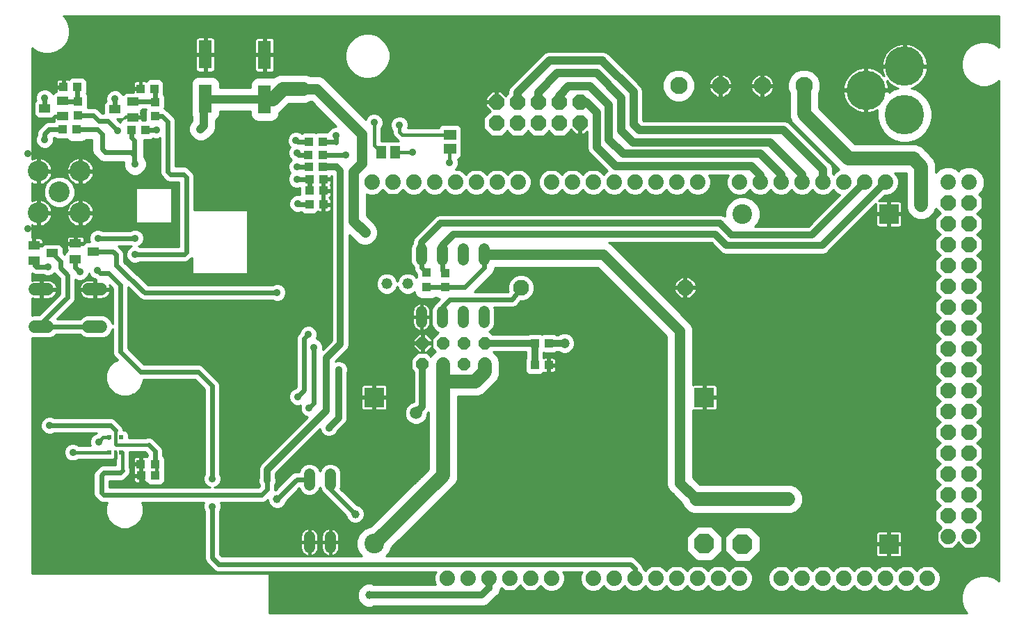
<source format=gbl>
G75*
%MOIN*%
%OFA0B0*%
%FSLAX24Y24*%
%IPPOS*%
%LPD*%
%AMOC8*
5,1,8,0,0,1.08239X$1,22.5*
%
%ADD10R,0.0197X0.0197*%
%ADD11R,0.0157X0.0197*%
%ADD12R,0.0413X0.0425*%
%ADD13R,0.0945X0.0945*%
%ADD14OC8,0.0945*%
%ADD15C,0.0945*%
%ADD16R,0.0394X0.0433*%
%ADD17R,0.0433X0.0394*%
%ADD18R,0.0630X0.1378*%
%ADD19C,0.1000*%
%ADD20R,0.0551X0.0394*%
%ADD21C,0.0600*%
%ADD22C,0.0520*%
%ADD23C,0.0768*%
%ADD24C,0.0520*%
%ADD25OC8,0.0600*%
%ADD26C,0.0740*%
%ADD27OC8,0.0740*%
%ADD28C,0.1890*%
%ADD29R,0.0591X0.0512*%
%ADD30R,0.0512X0.0591*%
%ADD31C,0.0827*%
%ADD32OC8,0.0700*%
%ADD33C,0.0357*%
%ADD34C,0.0100*%
%ADD35C,0.0160*%
%ADD36C,0.0240*%
%ADD37C,0.0400*%
%ADD38C,0.0396*%
%ADD39C,0.0660*%
%ADD40C,0.0500*%
%ADD41C,0.0320*%
%ADD42C,0.0591*%
%ADD43C,0.0475*%
D10*
X008823Y058405D03*
X009414Y058405D03*
X009414Y059114D03*
X008823Y059114D03*
D11*
X009119Y059114D03*
X009119Y058405D03*
D12*
X010349Y057826D03*
X010353Y057283D03*
X011042Y057283D03*
X011038Y057826D03*
D13*
X021524Y061031D03*
X037351Y061031D03*
X046190Y054000D03*
X046190Y069826D03*
D14*
X039182Y054000D03*
X037351Y054023D03*
D15*
X039182Y069826D03*
X021524Y054023D03*
D16*
X029221Y062582D03*
X029890Y062582D03*
X029910Y063634D03*
X029241Y063634D03*
X019056Y072078D03*
X019052Y072669D03*
X019068Y073279D03*
X018398Y073279D03*
X018383Y072669D03*
X018386Y072078D03*
X011005Y075842D03*
X010335Y075842D03*
X010560Y073862D03*
X009890Y073862D03*
X007280Y073878D03*
X006611Y073878D03*
X006638Y075921D03*
X007308Y075921D03*
D17*
X007351Y075240D03*
X007351Y074571D03*
X011044Y074527D03*
X011044Y075197D03*
X018426Y071508D03*
X018422Y070948D03*
X018423Y070289D03*
X019093Y070289D03*
X019091Y070948D03*
X019095Y071508D03*
X024048Y067011D03*
X024048Y066342D03*
X024945Y066315D03*
X024945Y066984D03*
D18*
X016280Y075334D03*
X016280Y077460D03*
X013438Y077476D03*
X013438Y075350D03*
D19*
X007438Y071885D03*
X006438Y070885D03*
X007438Y069885D03*
X005438Y069885D03*
X005438Y071885D03*
D20*
X006611Y074511D03*
X006611Y075260D03*
X005745Y074885D03*
X009107Y074846D03*
X009973Y074472D03*
X009973Y075220D03*
X007217Y068413D03*
X007217Y067665D03*
X008083Y068039D03*
X006095Y067960D03*
X005229Y067586D03*
X005229Y068334D03*
D21*
X005283Y066216D02*
X005883Y066216D01*
X005883Y064436D02*
X005283Y064436D01*
X007843Y064436D02*
X008443Y064436D01*
X008443Y066216D02*
X007843Y066216D01*
D22*
X018426Y057358D02*
X018426Y056838D01*
X019426Y056838D02*
X019426Y057358D01*
X019426Y054358D02*
X019426Y053838D01*
X018426Y053838D02*
X018426Y054358D01*
X023792Y064633D02*
X023792Y065153D01*
X024792Y065153D02*
X024792Y064633D01*
X025792Y064633D02*
X025792Y065153D01*
X026792Y065153D02*
X026792Y064633D01*
X026792Y067633D02*
X026792Y068153D01*
X025792Y068153D02*
X025792Y067633D01*
X024792Y067633D02*
X024792Y068153D01*
X023792Y068153D02*
X023792Y067633D01*
D23*
X028560Y066299D03*
X036434Y066299D03*
D24*
X023131Y066480D03*
X022131Y066480D03*
D25*
X023843Y063630D03*
X023843Y062630D03*
X024843Y062630D03*
X024843Y063630D03*
X025843Y063630D03*
X026843Y063630D03*
X026843Y062630D03*
X025843Y062630D03*
X049036Y062354D03*
X049036Y061354D03*
X049036Y060354D03*
X049036Y059354D03*
X049036Y058354D03*
X049036Y057354D03*
X049036Y056354D03*
X049036Y055354D03*
X049036Y054354D03*
X050036Y054354D03*
X050036Y055354D03*
X050036Y056354D03*
X050036Y057354D03*
X050036Y058354D03*
X050036Y059354D03*
X050036Y060354D03*
X050036Y061354D03*
X050036Y062354D03*
X050036Y063354D03*
X050036Y064354D03*
X050036Y065354D03*
X050036Y066354D03*
X050036Y067354D03*
X049036Y067354D03*
X049036Y066354D03*
X049036Y065354D03*
X049036Y064354D03*
X049036Y063354D03*
X049036Y068354D03*
X049036Y069354D03*
X049036Y070354D03*
X049036Y071354D03*
X050036Y071354D03*
X050036Y070354D03*
X050036Y069354D03*
X050036Y068354D03*
D26*
X050032Y071354D03*
X049032Y071354D03*
X046032Y071354D03*
X045032Y071354D03*
X044032Y071354D03*
X043032Y071354D03*
X042032Y071354D03*
X041032Y071354D03*
X040032Y071354D03*
X039032Y071354D03*
X037032Y071354D03*
X036032Y071354D03*
X035032Y071354D03*
X034032Y071354D03*
X033032Y071354D03*
X032032Y071354D03*
X031032Y071354D03*
X030032Y071354D03*
X028432Y071354D03*
X027432Y071354D03*
X026432Y071354D03*
X025432Y071354D03*
X024432Y071354D03*
X023432Y071354D03*
X022432Y071354D03*
X021432Y071354D03*
X025032Y052354D03*
X026032Y052354D03*
X027032Y052354D03*
X028032Y052354D03*
X029032Y052354D03*
X030032Y052354D03*
X032032Y052354D03*
X033032Y052354D03*
X034032Y052354D03*
X035032Y052354D03*
X036032Y052354D03*
X037032Y052354D03*
X038032Y052354D03*
X039032Y052354D03*
X041032Y052354D03*
X042032Y052354D03*
X043032Y052354D03*
X044032Y052354D03*
X045032Y052354D03*
X046032Y052354D03*
X047032Y052354D03*
X048032Y052354D03*
X049032Y054354D03*
X050032Y054354D03*
D27*
X050032Y055354D03*
X050032Y056354D03*
X050032Y057354D03*
X050032Y058354D03*
X049032Y058354D03*
X049032Y057354D03*
X049032Y056354D03*
X049032Y055354D03*
X049032Y059354D03*
X049032Y060354D03*
X049032Y061354D03*
X049032Y062354D03*
X049032Y063354D03*
X049032Y064354D03*
X049032Y065354D03*
X049032Y066354D03*
X049032Y067354D03*
X049032Y068354D03*
X049032Y069354D03*
X049032Y070354D03*
X050032Y070354D03*
X050032Y069354D03*
X050032Y068354D03*
X050032Y067354D03*
X050032Y066354D03*
X050032Y065354D03*
X050032Y064354D03*
X050032Y063354D03*
X050032Y062354D03*
X050032Y061354D03*
X050032Y060354D03*
X050032Y059354D03*
X031398Y074193D03*
X031398Y075193D03*
X030398Y075193D03*
X030398Y074193D03*
X029398Y074193D03*
X029398Y075193D03*
X028398Y075193D03*
X028398Y074193D03*
X027398Y074193D03*
X027398Y075193D03*
D28*
X045095Y075771D03*
X046945Y076913D03*
X046945Y074590D03*
D29*
X025154Y073626D03*
X025154Y072956D03*
D30*
X022536Y072791D03*
X021867Y072791D03*
D31*
X036119Y075992D03*
X038119Y075992D03*
X040127Y075992D03*
X042123Y075980D03*
D32*
X042032Y071354D03*
X041032Y071354D03*
X040032Y071354D03*
X039032Y071354D03*
X037032Y071354D03*
X036032Y071354D03*
X035032Y071354D03*
X034032Y071354D03*
X033032Y071354D03*
X032032Y071354D03*
X031032Y071354D03*
X030032Y071354D03*
X028430Y071358D03*
X027430Y071358D03*
X026430Y071358D03*
X025430Y071358D03*
X024430Y071358D03*
X023430Y071358D03*
X022430Y071358D03*
X021430Y071358D03*
X025032Y052358D03*
X026032Y052358D03*
X027032Y052358D03*
X028032Y052358D03*
X029032Y052358D03*
X030032Y052358D03*
X032032Y052358D03*
X033032Y052358D03*
X034032Y052358D03*
X035032Y052358D03*
X036032Y052358D03*
X037032Y052358D03*
X038032Y052358D03*
X039032Y052358D03*
X041044Y052366D03*
X042044Y052366D03*
X043044Y052366D03*
X044044Y052366D03*
X045044Y052366D03*
X046044Y052366D03*
X047044Y052366D03*
X048044Y052366D03*
X046032Y071354D03*
X045032Y071354D03*
X044032Y071354D03*
X043032Y071354D03*
D33*
X026229Y074181D03*
X025146Y072291D03*
X023375Y072803D03*
X022745Y074102D03*
X021524Y074220D03*
X020162Y072669D03*
X019713Y073590D03*
X019162Y074378D03*
X017784Y074704D03*
X017784Y073354D03*
X017823Y072763D03*
X017823Y072094D03*
X017823Y071504D03*
X017863Y070874D03*
X017863Y070323D03*
X017705Y069220D03*
X017705Y068039D03*
X017705Y067055D03*
X016524Y067055D03*
X016879Y066071D03*
X016540Y064598D03*
X017194Y063952D03*
X016292Y063389D03*
X016194Y062366D03*
X015634Y061460D03*
X014816Y062366D03*
X014394Y061452D03*
X013646Y062429D03*
X012268Y062823D03*
X011087Y062823D03*
X010221Y063334D03*
X010103Y064200D03*
X011087Y064594D03*
X012268Y064594D03*
X013449Y064594D03*
X015024Y063807D03*
X017020Y061657D03*
X017863Y061071D03*
X018414Y060519D03*
X019359Y059574D03*
X019831Y062370D03*
X018650Y063433D03*
X018375Y064063D03*
X019083Y065086D03*
X019083Y065874D03*
X019083Y066661D03*
X016524Y068236D03*
X016524Y069417D03*
X015579Y071267D03*
X014201Y071267D03*
X013217Y071661D03*
X014005Y073039D03*
X014359Y074181D03*
X015540Y074181D03*
X016800Y074181D03*
X017194Y073000D03*
X017154Y071858D03*
X021091Y068945D03*
X013253Y059476D03*
X013253Y058295D03*
X013056Y057114D03*
X013768Y057134D03*
X013768Y055795D03*
X014709Y055815D03*
X016406Y057055D03*
X012111Y055815D03*
X011678Y057114D03*
X011678Y058295D03*
X011481Y059476D03*
X009906Y059476D03*
X008335Y058905D03*
X008134Y057901D03*
X007347Y057114D03*
X007938Y056130D03*
X006560Y056326D03*
X005379Y056326D03*
X007091Y058405D03*
X005973Y059693D03*
X006363Y060263D03*
X007347Y060263D03*
X008134Y061051D03*
X008331Y062035D03*
X008725Y062823D03*
X008772Y063799D03*
X007741Y063610D03*
X006560Y063610D03*
X005379Y063610D03*
X005379Y060263D03*
X005894Y067291D03*
X007430Y067055D03*
X008257Y067134D03*
X008296Y068669D03*
X008178Y069338D03*
X008571Y069653D03*
X007548Y069102D03*
X006800Y069141D03*
X006170Y069141D03*
X005540Y069141D03*
X004949Y069141D03*
X004949Y072724D03*
X005658Y072724D03*
X005737Y073393D03*
X006406Y072724D03*
X007154Y072724D03*
X007902Y072645D03*
X008296Y072094D03*
X008493Y071425D03*
X010071Y072220D03*
X009241Y073826D03*
X009107Y075354D03*
X009398Y076622D03*
X009398Y077409D03*
X010186Y077409D03*
X010973Y077409D03*
X010973Y076622D03*
X010186Y076622D03*
X008611Y076622D03*
X008611Y077409D03*
X007823Y077409D03*
X007823Y076622D03*
X007036Y077409D03*
X005737Y075401D03*
X010068Y068669D03*
X010064Y067889D03*
X012194Y072882D03*
X012194Y073590D03*
X012194Y074181D03*
X011091Y073866D03*
X010461Y074653D03*
X011760Y077409D03*
X010890Y055815D03*
D34*
X016485Y052606D02*
X016485Y050694D01*
X049941Y050694D01*
X049873Y050762D01*
X049731Y051008D01*
X049657Y051283D01*
X049657Y051567D01*
X049731Y051842D01*
X049873Y052088D01*
X050074Y052289D01*
X050320Y052431D01*
X050595Y052505D01*
X050879Y052505D01*
X051154Y052431D01*
X051400Y052289D01*
X051467Y052222D01*
X051461Y076212D01*
X051400Y076151D01*
X051154Y076009D01*
X050879Y075935D01*
X050595Y075935D01*
X050320Y076009D01*
X050074Y076151D01*
X049873Y076352D01*
X049731Y076599D01*
X049657Y076873D01*
X049657Y077158D01*
X049731Y077432D01*
X049873Y077679D01*
X050074Y077880D01*
X050320Y078022D01*
X050595Y078095D01*
X050879Y078095D01*
X051154Y078022D01*
X051400Y077880D01*
X051461Y077819D01*
X051460Y079325D01*
X006651Y079321D01*
X006719Y079253D01*
X006861Y079007D01*
X006935Y078732D01*
X006935Y078448D01*
X006861Y078173D01*
X006719Y077927D01*
X006518Y077726D01*
X006272Y077584D01*
X005997Y077510D01*
X005713Y077510D01*
X005438Y077584D01*
X005192Y077726D01*
X005124Y077794D01*
X005124Y072455D01*
X005150Y072470D01*
X005228Y072502D01*
X005311Y072524D01*
X005388Y072535D01*
X005388Y071936D01*
X005488Y071936D01*
X005488Y072535D01*
X005565Y072524D01*
X005647Y072502D01*
X005726Y072470D01*
X005800Y072427D01*
X005867Y072375D01*
X005927Y072315D01*
X005979Y072247D01*
X006022Y072174D01*
X006054Y072095D01*
X006077Y072013D01*
X006087Y071935D01*
X005488Y071935D01*
X005488Y071835D01*
X005488Y071236D01*
X005565Y071247D01*
X005647Y071269D01*
X005726Y071301D01*
X005800Y071344D01*
X005867Y071396D01*
X005927Y071456D01*
X005979Y071524D01*
X006022Y071597D01*
X006054Y071676D01*
X006077Y071758D01*
X006087Y071835D01*
X005488Y071835D01*
X005388Y071835D01*
X005388Y071236D01*
X005311Y071247D01*
X005228Y071269D01*
X005150Y071301D01*
X005124Y071316D01*
X005124Y070455D01*
X005150Y070470D01*
X005228Y070502D01*
X005311Y070524D01*
X005388Y070535D01*
X005388Y069936D01*
X005488Y069936D01*
X005488Y070535D01*
X005565Y070524D01*
X005647Y070502D01*
X005726Y070470D01*
X005800Y070427D01*
X005867Y070375D01*
X005927Y070315D01*
X005979Y070247D01*
X006022Y070174D01*
X006054Y070095D01*
X006077Y070013D01*
X006087Y069935D01*
X005488Y069935D01*
X005488Y069835D01*
X005488Y069236D01*
X005565Y069247D01*
X005647Y069269D01*
X005726Y069301D01*
X005800Y069344D01*
X005867Y069396D01*
X005927Y069456D01*
X005979Y069524D01*
X006022Y069597D01*
X006054Y069676D01*
X006077Y069758D01*
X006087Y069835D01*
X005488Y069835D01*
X005388Y069835D01*
X005388Y069236D01*
X005311Y069247D01*
X005228Y069269D01*
X005150Y069301D01*
X005124Y069316D01*
X005124Y068681D01*
X005181Y068681D01*
X005181Y068383D01*
X005277Y068383D01*
X005277Y068681D01*
X005524Y068681D01*
X005562Y068671D01*
X005597Y068651D01*
X005625Y068623D01*
X005644Y068589D01*
X005655Y068551D01*
X005655Y068383D01*
X005277Y068383D01*
X005277Y068286D01*
X005602Y068286D01*
X005608Y068299D01*
X005678Y068369D01*
X005770Y068407D01*
X006420Y068407D01*
X006512Y068369D01*
X006583Y068299D01*
X006621Y068207D01*
X006621Y067958D01*
X006692Y067887D01*
X006692Y067912D01*
X006730Y068003D01*
X006800Y068074D01*
X006851Y068095D01*
X006849Y068096D01*
X006822Y068124D01*
X006802Y068158D01*
X006792Y068196D01*
X006792Y068365D01*
X007169Y068365D01*
X007169Y068461D01*
X006792Y068461D01*
X006792Y068630D01*
X006802Y068668D01*
X006822Y068702D01*
X006849Y068730D01*
X006884Y068750D01*
X006922Y068760D01*
X007169Y068760D01*
X007169Y068461D01*
X007266Y068461D01*
X007643Y068461D01*
X007643Y068630D01*
X007633Y068668D01*
X007613Y068702D01*
X007585Y068730D01*
X007551Y068750D01*
X007512Y068760D01*
X007266Y068760D01*
X007266Y068461D01*
X007266Y068365D01*
X007590Y068365D01*
X007596Y068378D01*
X007666Y068448D01*
X007758Y068486D01*
X007908Y068486D01*
X007867Y068584D01*
X007867Y068754D01*
X007933Y068912D01*
X008053Y069032D01*
X008211Y069097D01*
X008381Y069097D01*
X008522Y069039D01*
X009841Y069039D01*
X009982Y069097D01*
X010153Y069097D01*
X010310Y069032D01*
X010431Y068912D01*
X010496Y068754D01*
X010496Y068584D01*
X010431Y068426D01*
X010310Y068306D01*
X010244Y068278D01*
X010290Y068259D01*
X012178Y068259D01*
X012178Y071370D01*
X011687Y071370D01*
X011551Y071426D01*
X011447Y071530D01*
X011447Y071530D01*
X011433Y071544D01*
X011433Y071544D01*
X011329Y071648D01*
X011272Y071784D01*
X011272Y073477D01*
X011176Y073437D01*
X011006Y073437D01*
X010933Y073468D01*
X010898Y073433D01*
X010806Y073395D01*
X010518Y073395D01*
X010518Y072549D01*
X010536Y072531D01*
X010620Y072329D01*
X010620Y072111D01*
X010536Y071909D01*
X010382Y071755D01*
X010181Y071672D01*
X009962Y071672D01*
X009761Y071755D01*
X009607Y071909D01*
X009523Y072111D01*
X009523Y072313D01*
X008553Y072313D01*
X008373Y072387D01*
X008235Y072525D01*
X008077Y072683D01*
X008003Y072863D01*
X008003Y073388D01*
X007727Y073388D01*
X007687Y073347D01*
X007551Y073291D01*
X007010Y073291D01*
X006874Y073347D01*
X006810Y073411D01*
X006364Y073411D01*
X006272Y073449D01*
X006214Y073508D01*
X006153Y073508D01*
X006165Y073479D01*
X006165Y073308D01*
X006100Y073151D01*
X005980Y073030D01*
X005822Y072965D01*
X005652Y072965D01*
X005494Y073030D01*
X005374Y073151D01*
X005308Y073308D01*
X005308Y073479D01*
X005367Y073620D01*
X005367Y073743D01*
X005423Y073879D01*
X005736Y074191D01*
X005872Y074248D01*
X006201Y074248D01*
X006195Y074257D01*
X006185Y074295D01*
X006185Y074463D01*
X006562Y074463D01*
X006562Y074560D01*
X006238Y074560D01*
X006232Y074547D01*
X006162Y074477D01*
X006070Y074439D01*
X005419Y074439D01*
X005328Y074477D01*
X005257Y074547D01*
X005219Y074639D01*
X005219Y075132D01*
X005257Y075224D01*
X005320Y075287D01*
X005308Y075316D01*
X005308Y075486D01*
X005374Y075644D01*
X005494Y075764D01*
X005652Y075830D01*
X005822Y075830D01*
X005980Y075764D01*
X006100Y075644D01*
X006121Y075593D01*
X006123Y075598D01*
X006194Y075668D01*
X006286Y075706D01*
X006292Y075706D01*
X006292Y075873D01*
X006590Y075873D01*
X006590Y075969D01*
X006292Y075969D01*
X006292Y076157D01*
X006302Y076195D01*
X006322Y076230D01*
X006349Y076257D01*
X006384Y076277D01*
X006422Y076287D01*
X006590Y076287D01*
X006590Y075969D01*
X006687Y075969D01*
X006687Y076287D01*
X006855Y076287D01*
X006893Y076277D01*
X006897Y076275D01*
X006899Y076279D01*
X006969Y076349D01*
X007061Y076387D01*
X007554Y076387D01*
X007646Y076349D01*
X007716Y076279D01*
X007755Y076187D01*
X007755Y075655D01*
X007739Y075618D01*
X007779Y075578D01*
X007818Y075486D01*
X007818Y074993D01*
X007796Y074941D01*
X008137Y074941D01*
X008273Y074884D01*
X008377Y074780D01*
X008489Y074669D01*
X008581Y074669D01*
X008581Y075093D01*
X008619Y075185D01*
X008686Y075251D01*
X008678Y075269D01*
X008678Y075439D01*
X008744Y075597D01*
X008864Y075717D01*
X009022Y075782D01*
X009192Y075782D01*
X009350Y075717D01*
X009470Y075597D01*
X009486Y075559D01*
X009556Y075629D01*
X009648Y075667D01*
X009988Y075667D01*
X009988Y075794D01*
X010287Y075794D01*
X010287Y075891D01*
X010287Y076209D01*
X010119Y076209D01*
X010081Y076199D01*
X010046Y076179D01*
X010018Y076151D01*
X009999Y076117D01*
X009988Y076078D01*
X009988Y075891D01*
X010287Y075891D01*
X010384Y075891D01*
X010384Y076209D01*
X010552Y076209D01*
X010590Y076199D01*
X010594Y076196D01*
X010596Y076200D01*
X010666Y076271D01*
X010758Y076309D01*
X011251Y076309D01*
X011343Y076271D01*
X011413Y076200D01*
X011451Y076108D01*
X011451Y075576D01*
X011446Y075562D01*
X011472Y075535D01*
X011510Y075443D01*
X011510Y074950D01*
X011483Y074883D01*
X011584Y074841D01*
X011852Y074573D01*
X011956Y074469D01*
X012012Y074333D01*
X012012Y072110D01*
X012464Y072110D01*
X012600Y072053D01*
X012757Y071896D01*
X012757Y071896D01*
X012862Y071792D01*
X012918Y071656D01*
X012918Y070018D01*
X015443Y070018D01*
X015472Y069989D01*
X015472Y066975D01*
X015443Y066946D01*
X012822Y066946D01*
X012793Y066975D01*
X012793Y067722D01*
X012751Y067680D01*
X012647Y067576D01*
X012511Y067519D01*
X010290Y067519D01*
X010149Y067461D01*
X009978Y067461D01*
X009821Y067526D01*
X009700Y067647D01*
X009635Y067804D01*
X009635Y067975D01*
X009700Y068132D01*
X009821Y068253D01*
X009887Y068280D01*
X009841Y068299D01*
X009268Y068299D01*
X009372Y068195D01*
X009476Y068091D01*
X009532Y067955D01*
X009532Y067529D01*
X010687Y066441D01*
X016652Y066441D01*
X016793Y066499D01*
X016964Y066499D01*
X017121Y066434D01*
X017242Y066313D01*
X017307Y066156D01*
X017307Y065985D01*
X017242Y065828D01*
X017121Y065707D01*
X016964Y065642D01*
X016793Y065642D01*
X016652Y065701D01*
X010545Y065701D01*
X010477Y065699D01*
X010472Y065701D01*
X010466Y065701D01*
X010403Y065727D01*
X010340Y065751D01*
X010336Y065755D01*
X010330Y065757D01*
X010282Y065805D01*
X009729Y066327D01*
X009729Y063389D01*
X010496Y062622D01*
X013173Y062622D01*
X013309Y062565D01*
X014082Y061792D01*
X014138Y061656D01*
X014138Y057360D01*
X014197Y057219D01*
X014197Y057048D01*
X014132Y056891D01*
X014011Y056770D01*
X013880Y056716D01*
X015977Y056716D01*
X016036Y056775D01*
X016036Y056829D01*
X015978Y056970D01*
X015978Y057140D01*
X015996Y057184D01*
X015996Y057648D01*
X016059Y057799D01*
X016174Y057914D01*
X018351Y060091D01*
X018329Y060091D01*
X018171Y060156D01*
X018051Y060277D01*
X017986Y060434D01*
X017986Y060605D01*
X018012Y060669D01*
X017948Y060642D01*
X017778Y060642D01*
X017620Y060707D01*
X017500Y060828D01*
X017434Y060985D01*
X017434Y061156D01*
X017500Y061313D01*
X017620Y061434D01*
X017761Y061492D01*
X017808Y061539D01*
X017808Y063939D01*
X017864Y064075D01*
X017953Y064164D01*
X018011Y064305D01*
X018132Y064426D01*
X018289Y064491D01*
X018460Y064491D01*
X018617Y064426D01*
X018738Y064305D01*
X018803Y064148D01*
X018803Y063977D01*
X018752Y063854D01*
X018893Y063796D01*
X019013Y063675D01*
X019079Y063518D01*
X019079Y063348D01*
X019072Y063332D01*
X019500Y063760D01*
X019500Y071668D01*
X019462Y071668D01*
X019462Y071556D01*
X019144Y071556D01*
X019144Y071459D01*
X019462Y071459D01*
X019462Y071291D01*
X019451Y071253D01*
X019435Y071225D01*
X019447Y071203D01*
X019458Y071165D01*
X019458Y070997D01*
X019140Y070997D01*
X019140Y070900D01*
X019458Y070900D01*
X019458Y070732D01*
X019447Y070694D01*
X019428Y070660D01*
X019400Y070632D01*
X019378Y070619D01*
X019401Y070605D01*
X019429Y070578D01*
X019449Y070543D01*
X019459Y070505D01*
X019459Y070337D01*
X019141Y070337D01*
X019044Y070337D01*
X019044Y070635D01*
X019043Y070635D01*
X019043Y070900D01*
X019140Y070900D01*
X019140Y070602D01*
X019141Y070602D01*
X019141Y070337D01*
X019141Y070240D01*
X019141Y069942D01*
X019329Y069942D01*
X019367Y069952D01*
X019401Y069972D01*
X019429Y070000D01*
X019449Y070034D01*
X019459Y070072D01*
X019459Y070240D01*
X019141Y070240D01*
X019044Y070240D01*
X019044Y069942D01*
X018856Y069942D01*
X018846Y069944D01*
X018782Y069880D01*
X018690Y069842D01*
X018157Y069842D01*
X018065Y069880D01*
X018026Y069919D01*
X018007Y069919D01*
X017948Y069894D01*
X017778Y069894D01*
X017620Y069959D01*
X017500Y070080D01*
X017434Y070237D01*
X017434Y070408D01*
X017500Y070565D01*
X017620Y070686D01*
X017778Y070751D01*
X017948Y070751D01*
X017955Y070748D01*
X017955Y071095D01*
X017909Y071075D01*
X017738Y071075D01*
X017581Y071140D01*
X017460Y071261D01*
X017395Y071418D01*
X017395Y071589D01*
X017460Y071746D01*
X017513Y071799D01*
X017460Y071851D01*
X017395Y072009D01*
X017395Y072179D01*
X017460Y072337D01*
X017552Y072429D01*
X017460Y072521D01*
X017395Y072678D01*
X017395Y072849D01*
X017460Y073006D01*
X017493Y073039D01*
X017421Y073111D01*
X017356Y073269D01*
X017356Y073439D01*
X017421Y073597D01*
X017541Y073717D01*
X017699Y073782D01*
X017869Y073782D01*
X018027Y073717D01*
X018048Y073696D01*
X018060Y073708D01*
X018152Y073746D01*
X018645Y073746D01*
X018733Y073709D01*
X018821Y073746D01*
X019314Y073746D01*
X019350Y073833D01*
X019471Y073953D01*
X019628Y074019D01*
X019713Y074019D01*
X018525Y075215D01*
X018482Y075215D01*
X018275Y075130D01*
X017443Y075133D01*
X017051Y074741D01*
X016965Y074705D01*
X016965Y074572D01*
X016909Y074436D01*
X016805Y074332D01*
X016669Y074275D01*
X015892Y074275D01*
X015756Y074332D01*
X015652Y074436D01*
X015595Y074572D01*
X015595Y074764D01*
X014123Y074764D01*
X014123Y074587D01*
X014066Y074451D01*
X013962Y074347D01*
X013945Y074340D01*
X013945Y073949D01*
X013858Y073740D01*
X013540Y073422D01*
X013331Y073335D01*
X013104Y073335D01*
X012894Y073422D01*
X012734Y073582D01*
X012647Y073792D01*
X012647Y074019D01*
X012734Y074228D01*
X012805Y074299D01*
X012805Y074462D01*
X012753Y074587D01*
X012753Y076113D01*
X012809Y076249D01*
X012913Y076353D01*
X013049Y076409D01*
X013826Y076409D01*
X013962Y076353D01*
X014066Y076249D01*
X014123Y076113D01*
X014123Y075904D01*
X015595Y075904D01*
X015595Y076097D01*
X015652Y076233D01*
X015756Y076337D01*
X015892Y076393D01*
X016669Y076393D01*
X016707Y076377D01*
X016758Y076428D01*
X016759Y076428D01*
X016760Y076429D01*
X016888Y076482D01*
X017015Y076534D01*
X017016Y076534D01*
X017018Y076535D01*
X017156Y076534D01*
X017293Y076534D01*
X017295Y076534D01*
X018280Y076530D01*
X018461Y076454D01*
X018654Y076457D01*
X018659Y076459D01*
X018777Y076458D01*
X018896Y076460D01*
X018901Y076458D01*
X018906Y076458D01*
X019015Y076412D01*
X019125Y076368D01*
X019129Y076365D01*
X019133Y076363D01*
X019217Y076279D01*
X019301Y076196D01*
X019303Y076191D01*
X021119Y074362D01*
X021161Y074463D01*
X021282Y074583D01*
X021439Y074649D01*
X021609Y074649D01*
X021767Y074583D01*
X021887Y074463D01*
X021953Y074305D01*
X021953Y074135D01*
X021887Y073977D01*
X021854Y073944D01*
X021854Y073336D01*
X022172Y073336D01*
X022201Y073324D01*
X022230Y073336D01*
X022709Y073336D01*
X022676Y073350D01*
X022583Y073443D01*
X022583Y073443D01*
X022558Y073468D01*
X022558Y073468D01*
X022465Y073561D01*
X022415Y073682D01*
X022415Y073826D01*
X022382Y073859D01*
X022316Y074017D01*
X022316Y074187D01*
X022382Y074345D01*
X022502Y074465D01*
X022659Y074530D01*
X022830Y074530D01*
X022987Y074465D01*
X023108Y074345D01*
X023173Y074187D01*
X023173Y074017D01*
X023149Y073960D01*
X024621Y073960D01*
X024647Y074023D01*
X024717Y074094D01*
X024809Y074132D01*
X025499Y074132D01*
X025591Y074094D01*
X025661Y074023D01*
X025699Y073931D01*
X025699Y073320D01*
X025687Y073291D01*
X025699Y073262D01*
X025699Y072651D01*
X025661Y072559D01*
X025591Y072489D01*
X025537Y072466D01*
X025575Y072376D01*
X025575Y072206D01*
X025509Y072048D01*
X025435Y071974D01*
X025555Y071974D01*
X025594Y071958D01*
X025678Y071958D01*
X025738Y071898D01*
X025783Y071880D01*
X025932Y071731D01*
X026081Y071880D01*
X026118Y071895D01*
X026181Y071958D01*
X026270Y071958D01*
X026309Y071974D01*
X026555Y071974D01*
X026594Y071958D01*
X026678Y071958D01*
X026738Y071898D01*
X026783Y071880D01*
X026932Y071731D01*
X027081Y071880D01*
X027118Y071895D01*
X027181Y071958D01*
X027270Y071958D01*
X027309Y071974D01*
X027555Y071974D01*
X027594Y071958D01*
X027678Y071958D01*
X027738Y071898D01*
X027783Y071880D01*
X027932Y071731D01*
X028081Y071880D01*
X028118Y071895D01*
X028181Y071958D01*
X028270Y071958D01*
X028309Y071974D01*
X028555Y071974D01*
X028594Y071958D01*
X028678Y071958D01*
X028738Y071898D01*
X028783Y071880D01*
X028958Y071705D01*
X028977Y071660D01*
X029030Y071606D01*
X029030Y071531D01*
X029052Y071477D01*
X029052Y071231D01*
X029030Y071177D01*
X029030Y071109D01*
X028982Y071062D01*
X028958Y071003D01*
X028783Y070828D01*
X028724Y070804D01*
X028678Y070758D01*
X028613Y070758D01*
X028555Y070734D01*
X028309Y070734D01*
X028251Y070758D01*
X028181Y070758D01*
X028132Y070807D01*
X028081Y070828D01*
X027932Y070977D01*
X027783Y070828D01*
X027724Y070804D01*
X027678Y070758D01*
X027613Y070758D01*
X027555Y070734D01*
X027309Y070734D01*
X027251Y070758D01*
X027181Y070758D01*
X027132Y070807D01*
X027081Y070828D01*
X026932Y070977D01*
X026783Y070828D01*
X026724Y070804D01*
X026678Y070758D01*
X026613Y070758D01*
X026555Y070734D01*
X026309Y070734D01*
X026251Y070758D01*
X026181Y070758D01*
X026132Y070807D01*
X026081Y070828D01*
X025932Y070977D01*
X025783Y070828D01*
X025724Y070804D01*
X025678Y070758D01*
X025613Y070758D01*
X025555Y070734D01*
X025309Y070734D01*
X025251Y070758D01*
X025181Y070758D01*
X025132Y070807D01*
X025081Y070828D01*
X024932Y070977D01*
X024783Y070828D01*
X024724Y070804D01*
X024678Y070758D01*
X024613Y070758D01*
X024555Y070734D01*
X024309Y070734D01*
X024251Y070758D01*
X024181Y070758D01*
X024132Y070807D01*
X024081Y070828D01*
X023932Y070977D01*
X023783Y070828D01*
X023724Y070804D01*
X023678Y070758D01*
X023613Y070758D01*
X023555Y070734D01*
X023309Y070734D01*
X023251Y070758D01*
X023181Y070758D01*
X023132Y070807D01*
X023081Y070828D01*
X022915Y070994D01*
X022678Y070758D01*
X022181Y070758D01*
X021947Y070992D01*
X021783Y070828D01*
X021724Y070804D01*
X021678Y070758D01*
X021613Y070758D01*
X021555Y070734D01*
X021309Y070734D01*
X021251Y070758D01*
X021181Y070758D01*
X021160Y070779D01*
X021160Y069753D01*
X021617Y069296D01*
X021711Y069068D01*
X021711Y068821D01*
X021617Y068593D01*
X021442Y068419D01*
X021214Y068325D01*
X020968Y068325D01*
X020740Y068419D01*
X020320Y068839D01*
X020320Y063509D01*
X020258Y063358D01*
X019664Y062764D01*
X019746Y062798D01*
X019917Y062798D01*
X020074Y062733D01*
X020195Y062612D01*
X020260Y062455D01*
X020260Y062285D01*
X020241Y062240D01*
X020241Y059965D01*
X020179Y059815D01*
X019741Y059376D01*
X019722Y059332D01*
X019602Y059211D01*
X019444Y059146D01*
X019274Y059146D01*
X019116Y059211D01*
X018996Y059332D01*
X018930Y059489D01*
X018930Y059511D01*
X016816Y057397D01*
X016816Y057184D01*
X016835Y057140D01*
X016835Y056970D01*
X016776Y056829D01*
X016776Y056592D01*
X016789Y056597D01*
X016803Y056597D01*
X017618Y057412D01*
X017754Y057468D01*
X017919Y057468D01*
X017993Y057647D01*
X018137Y057790D01*
X018324Y057868D01*
X018527Y057868D01*
X018715Y057790D01*
X018858Y057647D01*
X018926Y057484D01*
X018993Y057647D01*
X019137Y057790D01*
X019324Y057868D01*
X019527Y057868D01*
X019715Y057790D01*
X019858Y057647D01*
X019936Y057460D01*
X019936Y056737D01*
X019909Y056673D01*
X020694Y055889D01*
X020708Y055889D01*
X020873Y055821D01*
X020999Y055694D01*
X021067Y055530D01*
X021067Y055351D01*
X020999Y055187D01*
X020873Y055061D01*
X020708Y054993D01*
X020530Y054993D01*
X020365Y055061D01*
X020239Y055187D01*
X020171Y055351D01*
X020171Y055365D01*
X019112Y056424D01*
X019107Y056435D01*
X018993Y056549D01*
X018926Y056713D01*
X018858Y056549D01*
X018715Y056406D01*
X018527Y056328D01*
X018324Y056328D01*
X018137Y056406D01*
X017993Y056549D01*
X017937Y056685D01*
X017327Y056074D01*
X017327Y056060D01*
X017258Y055895D01*
X017132Y055769D01*
X016968Y055701D01*
X016789Y055701D01*
X016625Y055769D01*
X016499Y055895D01*
X016430Y056060D01*
X016430Y056123D01*
X016340Y056032D01*
X016204Y055976D01*
X014157Y055976D01*
X014197Y055880D01*
X014197Y055710D01*
X014138Y055569D01*
X014138Y053507D01*
X014237Y053409D01*
X020947Y053409D01*
X020810Y053546D01*
X020682Y053856D01*
X020682Y054191D01*
X020810Y054500D01*
X021047Y054737D01*
X021357Y054866D01*
X021383Y054866D01*
X024143Y057580D01*
X024143Y060314D01*
X024077Y060249D01*
X024077Y060175D01*
X023994Y059974D01*
X023841Y059821D01*
X023641Y059738D01*
X023424Y059738D01*
X023223Y059821D01*
X023070Y059974D01*
X022987Y060175D01*
X022987Y060392D01*
X023070Y060592D01*
X023223Y060745D01*
X023424Y060828D01*
X023433Y060828D01*
X023433Y062262D01*
X023293Y062402D01*
X023293Y062857D01*
X023615Y063180D01*
X024071Y063180D01*
X024242Y063008D01*
X024250Y063026D01*
X024447Y063223D01*
X024464Y063230D01*
X024293Y063402D01*
X024293Y063857D01*
X024598Y064162D01*
X024503Y064201D01*
X024360Y064344D01*
X024282Y064532D01*
X024282Y065255D01*
X024360Y065442D01*
X024471Y065554D01*
X024478Y065571D01*
X024655Y065748D01*
X024519Y065804D01*
X024499Y065825D01*
X024457Y065825D01*
X024338Y065775D01*
X023758Y065775D01*
X023622Y065832D01*
X023518Y065936D01*
X023461Y066072D01*
X023461Y066090D01*
X023419Y066048D01*
X023232Y065970D01*
X023029Y065970D01*
X022842Y066048D01*
X022698Y066191D01*
X022631Y066354D01*
X022563Y066191D01*
X022419Y066048D01*
X022232Y065970D01*
X022029Y065970D01*
X021842Y066048D01*
X021698Y066191D01*
X021621Y066379D01*
X021621Y066581D01*
X021698Y066769D01*
X021842Y066912D01*
X022029Y066990D01*
X022232Y066990D01*
X022419Y066912D01*
X022563Y066769D01*
X022631Y066606D01*
X022698Y066769D01*
X022842Y066912D01*
X023029Y066990D01*
X023232Y066990D01*
X023419Y066912D01*
X023550Y066781D01*
X023581Y066812D01*
X023581Y066955D01*
X023478Y067058D01*
X023422Y067194D01*
X023422Y067282D01*
X023360Y067344D01*
X023282Y067532D01*
X023282Y068255D01*
X023360Y068442D01*
X023382Y068465D01*
X023382Y068538D01*
X023444Y068689D01*
X024481Y069725D01*
X024632Y069788D01*
X038181Y069788D01*
X038331Y069725D01*
X038339Y069717D01*
X038339Y069994D01*
X038468Y070304D01*
X038705Y070541D01*
X039014Y070669D01*
X039349Y070669D01*
X039659Y070541D01*
X039896Y070304D01*
X040024Y069994D01*
X040024Y069659D01*
X039896Y069349D01*
X039783Y069236D01*
X042331Y069236D01*
X043851Y070754D01*
X043784Y070754D01*
X043729Y070808D01*
X043681Y070828D01*
X043532Y070977D01*
X043383Y070828D01*
X043335Y070808D01*
X043281Y070754D01*
X043204Y070754D01*
X043155Y070734D01*
X042909Y070734D01*
X042861Y070754D01*
X042784Y070754D01*
X042729Y070808D01*
X042681Y070828D01*
X042532Y070977D01*
X042383Y070828D01*
X042335Y070808D01*
X042281Y070754D01*
X042204Y070754D01*
X042155Y070734D01*
X041909Y070734D01*
X041861Y070754D01*
X041784Y070754D01*
X041729Y070808D01*
X041681Y070828D01*
X041532Y070977D01*
X041383Y070828D01*
X041335Y070808D01*
X041281Y070754D01*
X041204Y070754D01*
X041155Y070734D01*
X040909Y070734D01*
X040861Y070754D01*
X040784Y070754D01*
X040729Y070808D01*
X040681Y070828D01*
X040532Y070977D01*
X040383Y070828D01*
X040335Y070808D01*
X040281Y070754D01*
X040204Y070754D01*
X040155Y070734D01*
X039909Y070734D01*
X039861Y070754D01*
X039784Y070754D01*
X039729Y070808D01*
X039681Y070828D01*
X039532Y070977D01*
X039383Y070828D01*
X039335Y070808D01*
X039281Y070754D01*
X039204Y070754D01*
X039155Y070734D01*
X038909Y070734D01*
X038861Y070754D01*
X038784Y070754D01*
X038729Y070808D01*
X038681Y070828D01*
X038507Y071003D01*
X038487Y071051D01*
X038432Y071105D01*
X038432Y071182D01*
X038412Y071231D01*
X038412Y071477D01*
X038432Y071526D01*
X038432Y071603D01*
X038487Y071657D01*
X038498Y071684D01*
X037567Y071684D01*
X037578Y071657D01*
X037632Y071603D01*
X037632Y071526D01*
X037652Y071477D01*
X037652Y071231D01*
X037632Y071182D01*
X037632Y071105D01*
X037578Y071051D01*
X037558Y071003D01*
X037383Y070828D01*
X037335Y070808D01*
X037281Y070754D01*
X037204Y070754D01*
X037155Y070734D01*
X036909Y070734D01*
X036861Y070754D01*
X036784Y070754D01*
X036729Y070808D01*
X036681Y070828D01*
X036532Y070977D01*
X036383Y070828D01*
X036335Y070808D01*
X036281Y070754D01*
X036204Y070754D01*
X036155Y070734D01*
X035909Y070734D01*
X035861Y070754D01*
X035784Y070754D01*
X035729Y070808D01*
X035681Y070828D01*
X035532Y070977D01*
X035383Y070828D01*
X035335Y070808D01*
X035281Y070754D01*
X035204Y070754D01*
X035155Y070734D01*
X034909Y070734D01*
X034861Y070754D01*
X034784Y070754D01*
X034729Y070808D01*
X034681Y070828D01*
X034532Y070977D01*
X034383Y070828D01*
X034335Y070808D01*
X034281Y070754D01*
X034204Y070754D01*
X034155Y070734D01*
X033909Y070734D01*
X033861Y070754D01*
X033784Y070754D01*
X033729Y070808D01*
X033681Y070828D01*
X033532Y070977D01*
X033383Y070828D01*
X033335Y070808D01*
X033281Y070754D01*
X033204Y070754D01*
X033155Y070734D01*
X032909Y070734D01*
X032861Y070754D01*
X032784Y070754D01*
X032729Y070808D01*
X032681Y070828D01*
X032532Y070977D01*
X032383Y070828D01*
X032335Y070808D01*
X032281Y070754D01*
X032204Y070754D01*
X032155Y070734D01*
X031909Y070734D01*
X031861Y070754D01*
X031784Y070754D01*
X031729Y070808D01*
X031681Y070828D01*
X031532Y070977D01*
X031383Y070828D01*
X031335Y070808D01*
X031281Y070754D01*
X031204Y070754D01*
X031155Y070734D01*
X030909Y070734D01*
X030861Y070754D01*
X030784Y070754D01*
X030729Y070808D01*
X030681Y070828D01*
X030532Y070977D01*
X030383Y070828D01*
X030335Y070808D01*
X030281Y070754D01*
X030204Y070754D01*
X030155Y070734D01*
X029909Y070734D01*
X029861Y070754D01*
X029784Y070754D01*
X029729Y070808D01*
X029681Y070828D01*
X029507Y071003D01*
X029487Y071051D01*
X029432Y071105D01*
X029432Y071182D01*
X029412Y071231D01*
X029412Y071477D01*
X029432Y071526D01*
X029432Y071603D01*
X029487Y071657D01*
X029507Y071705D01*
X029681Y071880D01*
X029729Y071900D01*
X029784Y071954D01*
X029861Y071954D01*
X029909Y071974D01*
X030155Y071974D01*
X030204Y071954D01*
X030281Y071954D01*
X030335Y071900D01*
X030383Y071880D01*
X030532Y071731D01*
X030681Y071880D01*
X030729Y071900D01*
X030784Y071954D01*
X030861Y071954D01*
X030909Y071974D01*
X031155Y071974D01*
X031204Y071954D01*
X031281Y071954D01*
X031335Y071900D01*
X031383Y071880D01*
X031532Y071731D01*
X031681Y071880D01*
X031729Y071900D01*
X031784Y071954D01*
X031861Y071954D01*
X031909Y071974D01*
X032155Y071974D01*
X032204Y071954D01*
X032281Y071954D01*
X032335Y071900D01*
X032383Y071880D01*
X032532Y071731D01*
X032681Y071880D01*
X032706Y071890D01*
X031939Y072658D01*
X031812Y072784D01*
X031744Y072950D01*
X031744Y073802D01*
X031614Y073673D01*
X031448Y073673D01*
X031448Y074143D01*
X031348Y074143D01*
X031348Y073673D01*
X031183Y073673D01*
X030969Y073886D01*
X030655Y073573D01*
X030141Y073573D01*
X029898Y073816D01*
X029655Y073573D01*
X029141Y073573D01*
X028898Y073816D01*
X028655Y073573D01*
X028141Y073573D01*
X027898Y073816D01*
X027655Y073573D01*
X027141Y073573D01*
X026778Y073936D01*
X026778Y074449D01*
X027092Y074763D01*
X026878Y074977D01*
X026878Y075143D01*
X027348Y075143D01*
X027348Y075243D01*
X027348Y075713D01*
X027183Y075713D01*
X026878Y075408D01*
X026878Y075243D01*
X027348Y075243D01*
X027448Y075243D01*
X027448Y075713D01*
X027614Y075713D01*
X027828Y075499D01*
X027948Y075619D01*
X027948Y075743D01*
X028017Y075908D01*
X028143Y076035D01*
X029667Y077558D01*
X029832Y077627D01*
X022269Y077627D01*
X022289Y077551D02*
X022216Y077826D01*
X022073Y078072D01*
X021872Y078273D01*
X021626Y078415D01*
X021351Y078489D01*
X021067Y078489D01*
X020792Y078415D01*
X020546Y078273D01*
X020345Y078072D01*
X020203Y077826D01*
X020129Y077551D01*
X020129Y077267D01*
X020203Y076992D01*
X020345Y076746D01*
X020546Y076545D01*
X020792Y076403D01*
X021067Y076329D01*
X021351Y076329D01*
X021626Y076403D01*
X021872Y076545D01*
X022073Y076746D01*
X022216Y076992D01*
X022289Y077267D01*
X022289Y077551D01*
X022289Y077528D02*
X029637Y077528D01*
X029538Y077430D02*
X022289Y077430D01*
X022289Y077331D02*
X029440Y077331D01*
X029341Y077233D02*
X022280Y077233D01*
X022254Y077134D02*
X029243Y077134D01*
X029144Y077036D02*
X022227Y077036D01*
X022184Y076937D02*
X029046Y076937D01*
X028947Y076839D02*
X022127Y076839D01*
X022068Y076740D02*
X028849Y076740D01*
X028750Y076642D02*
X021969Y076642D01*
X021870Y076543D02*
X028652Y076543D01*
X028553Y076445D02*
X021699Y076445D01*
X021415Y076346D02*
X028455Y076346D01*
X028356Y076248D02*
X019248Y076248D01*
X019345Y076149D02*
X028258Y076149D01*
X028159Y076051D02*
X019443Y076051D01*
X019541Y075952D02*
X028061Y075952D01*
X027994Y075854D02*
X019638Y075854D01*
X019736Y075755D02*
X027953Y075755D01*
X027948Y075657D02*
X027669Y075657D01*
X027768Y075558D02*
X027887Y075558D01*
X027448Y075558D02*
X027348Y075558D01*
X027348Y075460D02*
X027448Y075460D01*
X027448Y075361D02*
X027348Y075361D01*
X027348Y075263D02*
X027448Y075263D01*
X027348Y075164D02*
X020323Y075164D01*
X020421Y075066D02*
X026878Y075066D01*
X026888Y074967D02*
X020518Y074967D01*
X020616Y074869D02*
X026987Y074869D01*
X027085Y074770D02*
X020714Y074770D01*
X020812Y074672D02*
X027001Y074672D01*
X026902Y074573D02*
X021777Y074573D01*
X021875Y074475D02*
X022525Y074475D01*
X022413Y074376D02*
X021923Y074376D01*
X021953Y074278D02*
X022354Y074278D01*
X022316Y074179D02*
X021953Y074179D01*
X021930Y074081D02*
X022316Y074081D01*
X022331Y073982D02*
X021889Y073982D01*
X021854Y073884D02*
X022371Y073884D01*
X022415Y073785D02*
X021854Y073785D01*
X021854Y073687D02*
X022415Y073687D01*
X022454Y073588D02*
X021854Y073588D01*
X021854Y073490D02*
X022536Y073490D01*
X022634Y073391D02*
X021854Y073391D01*
X021125Y074376D02*
X021105Y074376D01*
X021173Y074475D02*
X021007Y074475D01*
X020910Y074573D02*
X021272Y074573D01*
X020225Y075263D02*
X026878Y075263D01*
X026878Y075361D02*
X020127Y075361D01*
X020029Y075460D02*
X026930Y075460D01*
X027029Y075558D02*
X019932Y075558D01*
X019834Y075657D02*
X027127Y075657D01*
X027348Y075657D02*
X027448Y075657D01*
X026804Y074475D02*
X022964Y074475D01*
X023076Y074376D02*
X026778Y074376D01*
X026778Y074278D02*
X023136Y074278D01*
X023173Y074179D02*
X026778Y074179D01*
X026778Y074081D02*
X025604Y074081D01*
X025678Y073982D02*
X026778Y073982D01*
X026830Y073884D02*
X025699Y073884D01*
X025699Y073785D02*
X026929Y073785D01*
X027027Y073687D02*
X025699Y073687D01*
X025699Y073588D02*
X027126Y073588D01*
X027671Y073588D02*
X028126Y073588D01*
X028027Y073687D02*
X027769Y073687D01*
X027868Y073785D02*
X027929Y073785D01*
X028671Y073588D02*
X029126Y073588D01*
X029027Y073687D02*
X028769Y073687D01*
X028868Y073785D02*
X028929Y073785D01*
X029671Y073588D02*
X030126Y073588D01*
X030027Y073687D02*
X029769Y073687D01*
X029868Y073785D02*
X029929Y073785D01*
X030671Y073588D02*
X031744Y073588D01*
X031744Y073490D02*
X025699Y073490D01*
X025699Y073391D02*
X031744Y073391D01*
X031744Y073293D02*
X025688Y073293D01*
X025699Y073194D02*
X031744Y073194D01*
X031744Y073096D02*
X025699Y073096D01*
X025699Y072997D02*
X031744Y072997D01*
X031765Y072899D02*
X025699Y072899D01*
X025699Y072800D02*
X031805Y072800D01*
X031894Y072702D02*
X025699Y072702D01*
X025680Y072603D02*
X031993Y072603D01*
X032091Y072505D02*
X025607Y072505D01*
X025562Y072406D02*
X032190Y072406D01*
X032288Y072308D02*
X025575Y072308D01*
X025575Y072209D02*
X032387Y072209D01*
X032485Y072111D02*
X025535Y072111D01*
X025473Y072012D02*
X032584Y072012D01*
X032682Y071914D02*
X032321Y071914D01*
X032448Y071815D02*
X032617Y071815D01*
X032580Y070929D02*
X032484Y070929D01*
X032385Y070830D02*
X032679Y070830D01*
X033385Y070830D02*
X033679Y070830D01*
X033580Y070929D02*
X033484Y070929D01*
X034385Y070830D02*
X034679Y070830D01*
X034580Y070929D02*
X034484Y070929D01*
X035385Y070830D02*
X035679Y070830D01*
X035580Y070929D02*
X035484Y070929D01*
X036385Y070830D02*
X036679Y070830D01*
X036580Y070929D02*
X036484Y070929D01*
X037385Y070830D02*
X038679Y070830D01*
X038580Y070929D02*
X037484Y070929D01*
X037568Y071027D02*
X038496Y071027D01*
X038432Y071126D02*
X037632Y071126D01*
X037649Y071224D02*
X038415Y071224D01*
X038412Y071323D02*
X037652Y071323D01*
X037652Y071421D02*
X038412Y071421D01*
X038430Y071520D02*
X037635Y071520D01*
X037616Y071618D02*
X038448Y071618D01*
X039385Y070830D02*
X039679Y070830D01*
X039580Y070929D02*
X039484Y070929D01*
X039435Y070633D02*
X043730Y070633D01*
X043631Y070535D02*
X039665Y070535D01*
X039763Y070436D02*
X043533Y070436D01*
X043434Y070338D02*
X039862Y070338D01*
X039923Y070239D02*
X043335Y070239D01*
X043237Y070141D02*
X039963Y070141D01*
X040004Y070042D02*
X043138Y070042D01*
X043039Y069944D02*
X040024Y069944D01*
X040024Y069845D02*
X042941Y069845D01*
X042842Y069747D02*
X040024Y069747D01*
X040020Y069648D02*
X042743Y069648D01*
X042645Y069550D02*
X039979Y069550D01*
X039938Y069451D02*
X042546Y069451D01*
X042448Y069353D02*
X039897Y069353D01*
X039801Y069254D02*
X042349Y069254D01*
X042989Y067905D02*
X043070Y067905D01*
X043070Y067905D01*
X043070Y067905D01*
X043146Y067936D01*
X043221Y067967D01*
X043279Y068025D01*
X045567Y070310D01*
X045567Y069876D01*
X046140Y069876D01*
X046140Y069776D01*
X046240Y069776D01*
X046240Y069876D01*
X046812Y069876D01*
X046812Y070319D01*
X046802Y070357D01*
X046782Y070391D01*
X046754Y070419D01*
X046720Y070439D01*
X046682Y070449D01*
X046240Y070449D01*
X046240Y069876D01*
X046140Y069876D01*
X046140Y070449D01*
X045706Y070449D01*
X045992Y070734D01*
X046155Y070734D01*
X046204Y070754D01*
X046281Y070754D01*
X046335Y070808D01*
X046383Y070828D01*
X046558Y071003D01*
X046578Y071051D01*
X046632Y071105D01*
X046632Y071182D01*
X046652Y071231D01*
X046652Y071477D01*
X046632Y071526D01*
X046632Y071603D01*
X046578Y071657D01*
X046558Y071705D01*
X046481Y071782D01*
X047045Y071783D01*
X047045Y070105D01*
X047151Y069847D01*
X047348Y069650D01*
X047605Y069544D01*
X047884Y069544D01*
X048141Y069650D01*
X048338Y069847D01*
X048433Y070076D01*
X048655Y069854D01*
X048412Y069611D01*
X048412Y069097D01*
X048655Y068854D01*
X048412Y068611D01*
X048412Y068097D01*
X048655Y067854D01*
X048412Y067611D01*
X048412Y067097D01*
X048655Y066854D01*
X048412Y066611D01*
X048412Y066097D01*
X048655Y065854D01*
X048412Y065611D01*
X048412Y065097D01*
X048655Y064854D01*
X048412Y064611D01*
X048412Y064097D01*
X048655Y063854D01*
X048412Y063611D01*
X048412Y063097D01*
X048655Y062854D01*
X048412Y062611D01*
X048412Y062097D01*
X048655Y061854D01*
X048412Y061611D01*
X048412Y061097D01*
X048655Y060854D01*
X048412Y060611D01*
X048412Y060097D01*
X048655Y059854D01*
X048412Y059611D01*
X048412Y059097D01*
X048655Y058854D01*
X048412Y058611D01*
X048412Y058097D01*
X048655Y057854D01*
X048412Y057611D01*
X048412Y057097D01*
X048655Y056854D01*
X048412Y056611D01*
X048412Y056097D01*
X048655Y055854D01*
X048412Y055611D01*
X048412Y055097D01*
X048707Y054803D01*
X048486Y054582D01*
X048486Y054126D01*
X048808Y053804D01*
X049264Y053804D01*
X049536Y054076D01*
X049808Y053804D01*
X050264Y053804D01*
X050586Y054126D01*
X050586Y054582D01*
X050361Y054806D01*
X050652Y055097D01*
X050652Y055611D01*
X050409Y055854D01*
X050652Y056097D01*
X050652Y056611D01*
X050409Y056854D01*
X050652Y057097D01*
X050652Y057611D01*
X050409Y057854D01*
X050652Y058097D01*
X050652Y058611D01*
X050409Y058854D01*
X050652Y059097D01*
X050652Y059611D01*
X050409Y059854D01*
X050652Y060097D01*
X050652Y060611D01*
X050409Y060854D01*
X050652Y061097D01*
X050652Y061611D01*
X050409Y061854D01*
X050652Y062097D01*
X050652Y062611D01*
X050409Y062854D01*
X050652Y063097D01*
X050652Y063611D01*
X050409Y063854D01*
X050652Y064097D01*
X050652Y064611D01*
X050409Y064854D01*
X050652Y065097D01*
X050652Y065611D01*
X050409Y065854D01*
X050652Y066097D01*
X050652Y066611D01*
X050409Y066854D01*
X050652Y067097D01*
X050652Y067611D01*
X050409Y067854D01*
X050652Y068097D01*
X050652Y068611D01*
X050409Y068854D01*
X050652Y069097D01*
X050652Y069611D01*
X050409Y069854D01*
X050652Y070097D01*
X050652Y070611D01*
X050494Y070769D01*
X050659Y070935D01*
X050772Y071207D01*
X050772Y071501D01*
X050659Y071773D01*
X050451Y071981D01*
X050179Y072094D01*
X049885Y072094D01*
X049613Y071981D01*
X049532Y071901D01*
X049451Y071981D01*
X049179Y072094D01*
X048885Y072094D01*
X048613Y071981D01*
X048445Y071813D01*
X048445Y072233D01*
X048338Y072491D01*
X048202Y072627D01*
X047953Y072879D01*
X047951Y072882D01*
X047855Y072978D01*
X047759Y073075D01*
X047756Y073076D01*
X047754Y073078D01*
X047628Y073130D01*
X047502Y073183D01*
X047499Y073183D01*
X047497Y073184D01*
X047360Y073184D01*
X047224Y073185D01*
X047221Y073184D01*
X045617Y073180D01*
X044554Y073180D01*
X042823Y074912D01*
X042823Y075623D01*
X042906Y075824D01*
X042906Y076136D01*
X042787Y076424D01*
X042566Y076644D01*
X042278Y076763D01*
X041967Y076763D01*
X041679Y076644D01*
X041459Y076424D01*
X041339Y076136D01*
X041339Y075824D01*
X041423Y075623D01*
X041423Y074482D01*
X041529Y074225D01*
X043800Y071954D01*
X043784Y071954D01*
X043729Y071900D01*
X043681Y071880D01*
X043532Y071731D01*
X043485Y071778D01*
X043485Y071869D01*
X043486Y071871D01*
X043486Y071959D01*
X043487Y072047D01*
X043486Y072048D01*
X043486Y072050D01*
X043452Y072131D01*
X043419Y072213D01*
X043418Y072214D01*
X043418Y072215D01*
X043355Y072278D01*
X043293Y072340D01*
X043292Y072341D01*
X041397Y074235D01*
X041232Y074304D01*
X034437Y074304D01*
X034415Y074326D01*
X034415Y075766D01*
X034347Y075932D01*
X032890Y077388D01*
X032763Y077515D01*
X032743Y077523D01*
X032708Y077558D01*
X032543Y077627D01*
X046114Y077627D01*
X046128Y077644D02*
X046051Y077548D01*
X045986Y077444D01*
X045932Y077333D01*
X045892Y077217D01*
X045864Y077097D01*
X045851Y076975D01*
X045851Y076963D01*
X046895Y076963D01*
X046895Y076863D01*
X045851Y076863D01*
X045851Y076852D01*
X045864Y076729D01*
X045892Y076609D01*
X045932Y076493D01*
X045952Y076453D01*
X045913Y076502D01*
X045826Y076589D01*
X045730Y076666D01*
X045626Y076731D01*
X045515Y076784D01*
X045399Y076825D01*
X045279Y076852D01*
X045157Y076866D01*
X045145Y076866D01*
X045145Y075821D01*
X046190Y075821D01*
X046190Y075833D01*
X046176Y075955D01*
X046149Y076075D01*
X046108Y076191D01*
X046089Y076231D01*
X046128Y076182D01*
X046215Y076095D01*
X046311Y076019D01*
X046415Y075953D01*
X046526Y075900D01*
X046624Y075865D01*
X046438Y075815D01*
X046185Y075670D01*
X046190Y075710D01*
X046190Y075721D01*
X045145Y075721D01*
X045145Y074676D01*
X045157Y074676D01*
X045279Y074690D01*
X045399Y074718D01*
X045515Y074758D01*
X045626Y074812D01*
X045647Y074825D01*
X045631Y074763D01*
X045631Y074417D01*
X045720Y074083D01*
X045893Y073783D01*
X046138Y073538D01*
X046438Y073365D01*
X046772Y073275D01*
X047119Y073275D01*
X047453Y073365D01*
X047753Y073538D01*
X047998Y073783D01*
X048171Y074083D01*
X048260Y074417D01*
X048260Y074763D01*
X048171Y075098D01*
X047998Y075398D01*
X047753Y075642D01*
X047453Y075815D01*
X047267Y075865D01*
X047365Y075900D01*
X047476Y075953D01*
X047580Y076019D01*
X047676Y076095D01*
X047763Y076182D01*
X047840Y076278D01*
X047905Y076383D01*
X047959Y076493D01*
X047999Y076609D01*
X048027Y076729D01*
X048040Y076852D01*
X048040Y076863D01*
X046996Y076863D01*
X046996Y076963D01*
X048040Y076963D01*
X048040Y076975D01*
X048027Y077097D01*
X047999Y077217D01*
X047959Y077333D01*
X047905Y077444D01*
X047840Y077548D01*
X047763Y077644D01*
X047676Y077731D01*
X047580Y077807D01*
X047476Y077873D01*
X047365Y077926D01*
X047249Y077967D01*
X047129Y077994D01*
X047007Y078008D01*
X046995Y078008D01*
X046995Y076963D01*
X046895Y076963D01*
X046895Y078008D01*
X046884Y078008D01*
X046762Y077994D01*
X046642Y077967D01*
X046526Y077926D01*
X046415Y077873D01*
X046311Y077807D01*
X046215Y077731D01*
X046128Y077644D01*
X046209Y077725D02*
X022243Y077725D01*
X022216Y077824D02*
X046337Y077824D01*
X046518Y077922D02*
X022160Y077922D01*
X022103Y078021D02*
X050318Y078021D01*
X050148Y077922D02*
X047373Y077922D01*
X047554Y077824D02*
X050018Y077824D01*
X049920Y077725D02*
X047682Y077725D01*
X047777Y077627D02*
X049843Y077627D01*
X049786Y077528D02*
X047852Y077528D01*
X047912Y077430D02*
X049730Y077430D01*
X049703Y077331D02*
X047959Y077331D01*
X047994Y077233D02*
X049677Y077233D01*
X049657Y077134D02*
X048018Y077134D01*
X048033Y077036D02*
X049657Y077036D01*
X049657Y076937D02*
X046996Y076937D01*
X046995Y077036D02*
X046895Y077036D01*
X046895Y077134D02*
X046995Y077134D01*
X046995Y077233D02*
X046895Y077233D01*
X046895Y077331D02*
X046995Y077331D01*
X046995Y077430D02*
X046895Y077430D01*
X046895Y077528D02*
X046995Y077528D01*
X046995Y077627D02*
X046895Y077627D01*
X046895Y077725D02*
X046995Y077725D01*
X046995Y077824D02*
X046895Y077824D01*
X046895Y077922D02*
X046995Y077922D01*
X046895Y076937D02*
X033341Y076937D01*
X033440Y076839D02*
X044852Y076839D01*
X044911Y076852D02*
X044792Y076825D01*
X044675Y076784D01*
X044565Y076731D01*
X044461Y076666D01*
X044364Y076589D01*
X044277Y076502D01*
X044201Y076406D01*
X044135Y076302D01*
X044082Y076191D01*
X044041Y076075D01*
X044014Y075955D01*
X044000Y075833D01*
X044000Y075821D01*
X045045Y075821D01*
X045045Y075721D01*
X045145Y075721D01*
X045145Y075821D01*
X045045Y075821D01*
X045045Y076866D01*
X045034Y076866D01*
X044911Y076852D01*
X045045Y076839D02*
X045145Y076839D01*
X045145Y076740D02*
X045045Y076740D01*
X045045Y076642D02*
X045145Y076642D01*
X045145Y076543D02*
X045045Y076543D01*
X045045Y076445D02*
X045145Y076445D01*
X045145Y076346D02*
X045045Y076346D01*
X045045Y076248D02*
X045145Y076248D01*
X045145Y076149D02*
X045045Y076149D01*
X045045Y076051D02*
X045145Y076051D01*
X045145Y075952D02*
X045045Y075952D01*
X045045Y075854D02*
X045145Y075854D01*
X045145Y075755D02*
X046334Y075755D01*
X046188Y075854D02*
X046581Y075854D01*
X046417Y075952D02*
X046177Y075952D01*
X046154Y076051D02*
X046271Y076051D01*
X046161Y076149D02*
X046123Y076149D01*
X045915Y076543D02*
X045871Y076543D01*
X045884Y076642D02*
X045760Y076642D01*
X045863Y076740D02*
X045606Y076740D01*
X045852Y076839D02*
X045338Y076839D01*
X045858Y077036D02*
X033243Y077036D01*
X033144Y077134D02*
X045873Y077134D01*
X045897Y077233D02*
X033046Y077233D01*
X032947Y077331D02*
X045932Y077331D01*
X045979Y077430D02*
X032849Y077430D01*
X032738Y077528D02*
X046039Y077528D01*
X044584Y076740D02*
X042334Y076740D01*
X042569Y076642D02*
X044431Y076642D01*
X044319Y076543D02*
X042667Y076543D01*
X042766Y076445D02*
X044232Y076445D01*
X044163Y076346D02*
X042819Y076346D01*
X042860Y076248D02*
X044109Y076248D01*
X044067Y076149D02*
X042900Y076149D01*
X042906Y076051D02*
X044036Y076051D01*
X044014Y075952D02*
X042906Y075952D01*
X042906Y075854D02*
X044003Y075854D01*
X044000Y075721D02*
X044000Y075710D01*
X044014Y075588D01*
X044041Y075468D01*
X044082Y075352D01*
X044135Y075241D01*
X044201Y075137D01*
X044277Y075041D01*
X044364Y074954D01*
X044461Y074877D01*
X044565Y074812D01*
X044675Y074758D01*
X044792Y074718D01*
X044911Y074690D01*
X045034Y074676D01*
X045045Y074676D01*
X045045Y075721D01*
X044000Y075721D01*
X044006Y075657D02*
X042837Y075657D01*
X042823Y075558D02*
X044021Y075558D01*
X044044Y075460D02*
X042823Y075460D01*
X042823Y075361D02*
X044079Y075361D01*
X044125Y075263D02*
X042823Y075263D01*
X042823Y075164D02*
X044183Y075164D01*
X044257Y075066D02*
X042823Y075066D01*
X042823Y074967D02*
X044351Y074967D01*
X044473Y074869D02*
X042866Y074869D01*
X042964Y074770D02*
X044650Y074770D01*
X045045Y074770D02*
X045145Y074770D01*
X045145Y074869D02*
X045045Y074869D01*
X045045Y074967D02*
X045145Y074967D01*
X045145Y075066D02*
X045045Y075066D01*
X045045Y075164D02*
X045145Y075164D01*
X045145Y075263D02*
X045045Y075263D01*
X045045Y075361D02*
X045145Y075361D01*
X045145Y075460D02*
X045045Y075460D01*
X045045Y075558D02*
X045145Y075558D01*
X045145Y075657D02*
X045045Y075657D01*
X045045Y075755D02*
X042878Y075755D01*
X043063Y074672D02*
X045631Y074672D01*
X045632Y074770D02*
X045540Y074770D01*
X045631Y074573D02*
X043161Y074573D01*
X043260Y074475D02*
X045631Y074475D01*
X045642Y074376D02*
X043358Y074376D01*
X043457Y074278D02*
X045668Y074278D01*
X045694Y074179D02*
X043555Y074179D01*
X043654Y074081D02*
X045721Y074081D01*
X045778Y073982D02*
X043752Y073982D01*
X043851Y073884D02*
X045835Y073884D01*
X045892Y073785D02*
X043949Y073785D01*
X044048Y073687D02*
X045989Y073687D01*
X046088Y073588D02*
X044146Y073588D01*
X044245Y073490D02*
X046222Y073490D01*
X046392Y073391D02*
X044343Y073391D01*
X044442Y073293D02*
X046707Y073293D01*
X047184Y073293D02*
X051462Y073293D01*
X051462Y073391D02*
X047499Y073391D01*
X047669Y073490D02*
X051462Y073490D01*
X051462Y073588D02*
X047803Y073588D01*
X047902Y073687D02*
X051462Y073687D01*
X051462Y073785D02*
X047999Y073785D01*
X048056Y073884D02*
X051462Y073884D01*
X051462Y073982D02*
X048113Y073982D01*
X048170Y074081D02*
X051462Y074081D01*
X051462Y074179D02*
X048197Y074179D01*
X048223Y074278D02*
X051462Y074278D01*
X051462Y074376D02*
X048249Y074376D01*
X048260Y074475D02*
X051461Y074475D01*
X051461Y074573D02*
X048260Y074573D01*
X048260Y074672D02*
X051461Y074672D01*
X051461Y074770D02*
X048259Y074770D01*
X048232Y074869D02*
X051461Y074869D01*
X051461Y074967D02*
X048206Y074967D01*
X048179Y075066D02*
X051461Y075066D01*
X051461Y075164D02*
X048132Y075164D01*
X048075Y075263D02*
X051461Y075263D01*
X051461Y075361D02*
X048019Y075361D01*
X047935Y075460D02*
X051461Y075460D01*
X051461Y075558D02*
X047837Y075558D01*
X047728Y075657D02*
X051461Y075657D01*
X051461Y075755D02*
X047557Y075755D01*
X047474Y075952D02*
X050532Y075952D01*
X050248Y076051D02*
X047620Y076051D01*
X047730Y076149D02*
X050077Y076149D01*
X049977Y076248D02*
X047815Y076248D01*
X047882Y076346D02*
X049879Y076346D01*
X049819Y076445D02*
X047935Y076445D01*
X047976Y076543D02*
X049762Y076543D01*
X049719Y076642D02*
X048007Y076642D01*
X048028Y076740D02*
X049693Y076740D01*
X049666Y076839D02*
X048039Y076839D01*
X047310Y075854D02*
X051461Y075854D01*
X051461Y075952D02*
X050942Y075952D01*
X051226Y076051D02*
X051461Y076051D01*
X051461Y076149D02*
X051397Y076149D01*
X051456Y077824D02*
X051461Y077824D01*
X051461Y077922D02*
X051326Y077922D01*
X051461Y078021D02*
X051155Y078021D01*
X051461Y078119D02*
X022026Y078119D01*
X021928Y078218D02*
X051460Y078218D01*
X051460Y078316D02*
X021798Y078316D01*
X021627Y078415D02*
X051460Y078415D01*
X051460Y078513D02*
X006935Y078513D01*
X006926Y078415D02*
X020791Y078415D01*
X020621Y078316D02*
X006900Y078316D01*
X006873Y078218D02*
X012982Y078218D01*
X012983Y078223D02*
X012973Y078185D01*
X012973Y077526D01*
X013388Y077526D01*
X013388Y078315D01*
X013103Y078315D01*
X013065Y078305D01*
X013031Y078285D01*
X013003Y078257D01*
X012983Y078223D01*
X012973Y078119D02*
X006830Y078119D01*
X006773Y078021D02*
X012973Y078021D01*
X012973Y077922D02*
X006714Y077922D01*
X006616Y077824D02*
X012973Y077824D01*
X012973Y077725D02*
X006517Y077725D01*
X006346Y077627D02*
X012973Y077627D01*
X012973Y077528D02*
X006064Y077528D01*
X005645Y077528D02*
X005124Y077528D01*
X005124Y077430D02*
X013388Y077430D01*
X013388Y077426D02*
X012973Y077426D01*
X012973Y076767D01*
X012983Y076729D01*
X013003Y076695D01*
X013031Y076667D01*
X013065Y076647D01*
X013103Y076637D01*
X013388Y076637D01*
X013388Y077426D01*
X013488Y077426D01*
X013488Y077526D01*
X013903Y077526D01*
X013903Y078185D01*
X013892Y078223D01*
X013873Y078257D01*
X013845Y078285D01*
X013810Y078305D01*
X013772Y078315D01*
X013488Y078315D01*
X013488Y077526D01*
X013388Y077526D01*
X013388Y077426D01*
X013388Y077331D02*
X013488Y077331D01*
X013488Y077426D02*
X013488Y076637D01*
X013772Y076637D01*
X013810Y076647D01*
X013845Y076667D01*
X013873Y076695D01*
X013892Y076729D01*
X013903Y076767D01*
X013903Y077426D01*
X013488Y077426D01*
X013488Y077430D02*
X016230Y077430D01*
X016230Y077410D02*
X015815Y077410D01*
X015815Y076752D01*
X015825Y076713D01*
X015845Y076679D01*
X015873Y076651D01*
X015907Y076632D01*
X015945Y076621D01*
X016230Y076621D01*
X016230Y077410D01*
X016330Y077410D01*
X016330Y076621D01*
X016615Y076621D01*
X016653Y076632D01*
X016687Y076651D01*
X016715Y076679D01*
X016735Y076713D01*
X016745Y076752D01*
X016745Y077410D01*
X016330Y077410D01*
X016330Y077510D01*
X016745Y077510D01*
X016745Y078169D01*
X016735Y078207D01*
X016715Y078241D01*
X016687Y078269D01*
X016653Y078289D01*
X016615Y078299D01*
X016330Y078299D01*
X016330Y077510D01*
X016230Y077510D01*
X016230Y077410D01*
X016230Y077331D02*
X016330Y077331D01*
X016330Y077233D02*
X016230Y077233D01*
X016230Y077134D02*
X016330Y077134D01*
X016330Y077036D02*
X016230Y077036D01*
X016230Y076937D02*
X016330Y076937D01*
X016330Y076839D02*
X016230Y076839D01*
X016230Y076740D02*
X016330Y076740D01*
X016330Y076642D02*
X016230Y076642D01*
X015889Y076642D02*
X013790Y076642D01*
X013895Y076740D02*
X015818Y076740D01*
X015815Y076839D02*
X013903Y076839D01*
X013903Y076937D02*
X015815Y076937D01*
X015815Y077036D02*
X013903Y077036D01*
X013903Y077134D02*
X015815Y077134D01*
X015815Y077233D02*
X013903Y077233D01*
X013903Y077331D02*
X015815Y077331D01*
X015815Y077510D02*
X016230Y077510D01*
X016230Y078299D01*
X015945Y078299D01*
X015907Y078289D01*
X015873Y078269D01*
X015845Y078241D01*
X015825Y078207D01*
X015815Y078169D01*
X015815Y077510D01*
X015815Y077528D02*
X013903Y077528D01*
X013903Y077627D02*
X015815Y077627D01*
X015815Y077725D02*
X013903Y077725D01*
X013903Y077824D02*
X015815Y077824D01*
X015815Y077922D02*
X013903Y077922D01*
X013903Y078021D02*
X015815Y078021D01*
X015815Y078119D02*
X013903Y078119D01*
X013894Y078218D02*
X015832Y078218D01*
X016230Y078218D02*
X016330Y078218D01*
X016330Y078119D02*
X016230Y078119D01*
X016230Y078021D02*
X016330Y078021D01*
X016330Y077922D02*
X016230Y077922D01*
X016230Y077824D02*
X016330Y077824D01*
X016330Y077725D02*
X016230Y077725D01*
X016230Y077627D02*
X016330Y077627D01*
X016330Y077528D02*
X016230Y077528D01*
X016330Y077430D02*
X020129Y077430D01*
X020129Y077528D02*
X016745Y077528D01*
X016745Y077627D02*
X020150Y077627D01*
X020176Y077725D02*
X016745Y077725D01*
X016745Y077824D02*
X020202Y077824D01*
X020259Y077922D02*
X016745Y077922D01*
X016745Y078021D02*
X020315Y078021D01*
X020392Y078119D02*
X016745Y078119D01*
X016729Y078218D02*
X020491Y078218D01*
X020129Y077331D02*
X016745Y077331D01*
X016745Y077233D02*
X020138Y077233D01*
X020165Y077134D02*
X016745Y077134D01*
X016745Y077036D02*
X020191Y077036D01*
X020235Y076937D02*
X016745Y076937D01*
X016745Y076839D02*
X020292Y076839D01*
X020351Y076740D02*
X016742Y076740D01*
X016671Y076642D02*
X020449Y076642D01*
X020549Y076543D02*
X005124Y076543D01*
X005124Y076445D02*
X016798Y076445D01*
X017376Y075066D02*
X018673Y075066D01*
X018576Y075164D02*
X018359Y075164D01*
X018771Y074967D02*
X017277Y074967D01*
X017179Y074869D02*
X018869Y074869D01*
X018967Y074770D02*
X017080Y074770D01*
X016965Y074672D02*
X019064Y074672D01*
X019162Y074573D02*
X016965Y074573D01*
X016925Y074475D02*
X019260Y074475D01*
X019358Y074376D02*
X016849Y074376D01*
X016675Y074278D02*
X019456Y074278D01*
X019553Y074179D02*
X013945Y074179D01*
X013945Y074081D02*
X019651Y074081D01*
X019540Y073982D02*
X013945Y073982D01*
X013918Y073884D02*
X019401Y073884D01*
X019330Y073785D02*
X013877Y073785D01*
X013805Y073687D02*
X017511Y073687D01*
X017417Y073588D02*
X013706Y073588D01*
X013608Y073490D02*
X017377Y073490D01*
X017356Y073391D02*
X013466Y073391D01*
X012968Y073391D02*
X012012Y073391D01*
X012012Y073293D02*
X017356Y073293D01*
X017386Y073194D02*
X012012Y073194D01*
X012012Y073096D02*
X017436Y073096D01*
X017457Y072997D02*
X012012Y072997D01*
X012012Y072899D02*
X017416Y072899D01*
X017395Y072800D02*
X012012Y072800D01*
X012012Y072702D02*
X017395Y072702D01*
X017426Y072603D02*
X012012Y072603D01*
X012012Y072505D02*
X017476Y072505D01*
X017530Y072406D02*
X012012Y072406D01*
X012012Y072308D02*
X017448Y072308D01*
X017407Y072209D02*
X012012Y072209D01*
X012012Y072111D02*
X017395Y072111D01*
X017395Y072012D02*
X012641Y072012D01*
X012740Y071914D02*
X017434Y071914D01*
X017496Y071815D02*
X012838Y071815D01*
X012893Y071717D02*
X017448Y071717D01*
X017407Y071618D02*
X012918Y071618D01*
X012918Y071520D02*
X017395Y071520D01*
X017395Y071421D02*
X012918Y071421D01*
X012918Y071323D02*
X017435Y071323D01*
X017497Y071224D02*
X012918Y071224D01*
X012918Y071126D02*
X017616Y071126D01*
X017955Y071027D02*
X012918Y071027D01*
X012918Y070929D02*
X017955Y070929D01*
X017955Y070830D02*
X012918Y070830D01*
X012918Y070732D02*
X017731Y070732D01*
X017568Y070633D02*
X012918Y070633D01*
X012918Y070535D02*
X017487Y070535D01*
X017446Y070436D02*
X012918Y070436D01*
X012918Y070338D02*
X017434Y070338D01*
X017434Y070239D02*
X012918Y070239D01*
X012918Y070141D02*
X017474Y070141D01*
X017537Y070042D02*
X012918Y070042D01*
X012178Y070042D02*
X011830Y070042D01*
X011830Y069944D02*
X012178Y069944D01*
X012178Y069845D02*
X011830Y069845D01*
X011830Y069747D02*
X012178Y069747D01*
X012178Y069648D02*
X011830Y069648D01*
X011830Y069550D02*
X012178Y069550D01*
X012178Y069451D02*
X011830Y069451D01*
X011830Y069457D02*
X011830Y071072D01*
X011801Y071101D01*
X010145Y071101D01*
X010116Y071072D01*
X010116Y069416D01*
X010145Y069387D01*
X011801Y069387D01*
X011830Y069416D01*
X011830Y069457D01*
X012178Y069353D02*
X007811Y069353D01*
X007800Y069344D02*
X007867Y069396D01*
X007927Y069456D01*
X007979Y069524D01*
X008022Y069597D01*
X008054Y069676D01*
X008077Y069758D01*
X008087Y069835D01*
X007488Y069835D01*
X007488Y069236D01*
X007565Y069247D01*
X007647Y069269D01*
X007726Y069301D01*
X007800Y069344D01*
X007923Y069451D02*
X010116Y069451D01*
X010116Y069550D02*
X007994Y069550D01*
X008043Y069648D02*
X010116Y069648D01*
X010116Y069747D02*
X008073Y069747D01*
X008087Y069935D02*
X007488Y069935D01*
X007488Y069835D01*
X007388Y069835D01*
X007388Y069236D01*
X007311Y069247D01*
X007228Y069269D01*
X007150Y069301D01*
X007076Y069344D01*
X007008Y069396D01*
X006948Y069456D01*
X006896Y069524D01*
X006853Y069597D01*
X006821Y069676D01*
X006799Y069758D01*
X006789Y069835D01*
X007388Y069835D01*
X007388Y069935D01*
X006789Y069935D01*
X006799Y070013D01*
X006821Y070095D01*
X006853Y070174D01*
X006896Y070247D01*
X006948Y070315D01*
X007008Y070375D01*
X007076Y070427D01*
X007150Y070470D01*
X007228Y070502D01*
X007311Y070524D01*
X007388Y070535D01*
X007388Y069936D01*
X007488Y069936D01*
X007488Y070535D01*
X007565Y070524D01*
X007647Y070502D01*
X007726Y070470D01*
X007800Y070427D01*
X007867Y070375D01*
X007927Y070315D01*
X007979Y070247D01*
X008022Y070174D01*
X008054Y070095D01*
X008077Y070013D01*
X008087Y069935D01*
X008086Y069944D02*
X010116Y069944D01*
X010116Y070042D02*
X008069Y070042D01*
X008035Y070141D02*
X010116Y070141D01*
X010116Y070239D02*
X007984Y070239D01*
X007905Y070338D02*
X010116Y070338D01*
X010116Y070436D02*
X007784Y070436D01*
X007488Y070436D02*
X007388Y070436D01*
X007388Y070338D02*
X007488Y070338D01*
X007488Y070239D02*
X007388Y070239D01*
X007388Y070141D02*
X007488Y070141D01*
X007488Y070042D02*
X007388Y070042D01*
X007388Y069944D02*
X007488Y069944D01*
X007488Y069845D02*
X010116Y069845D01*
X010116Y070535D02*
X007104Y070535D01*
X007073Y070461D02*
X007188Y070736D01*
X007188Y071035D01*
X007073Y071310D01*
X006862Y071521D01*
X006587Y071635D01*
X006288Y071635D01*
X006013Y071521D01*
X005802Y071310D01*
X005688Y071035D01*
X005688Y070736D01*
X005802Y070461D01*
X006013Y070250D01*
X006288Y070135D01*
X006587Y070135D01*
X006862Y070250D01*
X007073Y070461D01*
X007092Y070436D02*
X007049Y070436D01*
X006971Y070338D02*
X006951Y070338D01*
X006891Y070239D02*
X006837Y070239D01*
X006840Y070141D02*
X006600Y070141D01*
X006807Y070042D02*
X006069Y070042D01*
X006086Y069944D02*
X006790Y069944D01*
X006802Y069747D02*
X006073Y069747D01*
X006043Y069648D02*
X006832Y069648D01*
X006881Y069550D02*
X005994Y069550D01*
X005923Y069451D02*
X006953Y069451D01*
X007064Y069353D02*
X005811Y069353D01*
X005593Y069254D02*
X007282Y069254D01*
X007388Y069254D02*
X007488Y069254D01*
X007488Y069353D02*
X007388Y069353D01*
X007388Y069451D02*
X007488Y069451D01*
X007488Y069550D02*
X007388Y069550D01*
X007388Y069648D02*
X007488Y069648D01*
X007488Y069747D02*
X007388Y069747D01*
X007388Y069845D02*
X005488Y069845D01*
X005488Y069747D02*
X005388Y069747D01*
X005388Y069648D02*
X005488Y069648D01*
X005488Y069550D02*
X005388Y069550D01*
X005388Y069451D02*
X005488Y069451D01*
X005488Y069353D02*
X005388Y069353D01*
X005388Y069254D02*
X005488Y069254D01*
X005282Y069254D02*
X005124Y069254D01*
X005124Y069156D02*
X012178Y069156D01*
X012178Y069254D02*
X007593Y069254D01*
X007980Y068959D02*
X005124Y068959D01*
X005124Y069057D02*
X008114Y069057D01*
X007911Y068860D02*
X005124Y068860D01*
X005124Y068762D02*
X007871Y068762D01*
X007867Y068663D02*
X007634Y068663D01*
X007643Y068565D02*
X007875Y068565D01*
X007711Y068466D02*
X007643Y068466D01*
X007592Y068368D02*
X007266Y068368D01*
X007169Y068368D02*
X006514Y068368D01*
X006595Y068269D02*
X006792Y068269D01*
X006798Y068171D02*
X006621Y068171D01*
X006621Y068072D02*
X006798Y068072D01*
X006717Y067974D02*
X006621Y067974D01*
X006792Y068466D02*
X005655Y068466D01*
X005651Y068565D02*
X006792Y068565D01*
X006801Y068663D02*
X005576Y068663D01*
X005277Y068663D02*
X005181Y068663D01*
X005181Y068565D02*
X005277Y068565D01*
X005277Y068466D02*
X005181Y068466D01*
X005277Y068368D02*
X005677Y068368D01*
X005668Y066921D02*
X005270Y066921D01*
X005134Y066977D01*
X005124Y066987D01*
X005124Y066638D01*
X005177Y066655D01*
X005247Y066666D01*
X005533Y066666D01*
X005533Y066266D01*
X005633Y066266D01*
X006331Y066266D01*
X006322Y066322D01*
X006300Y066389D01*
X006268Y066452D01*
X006226Y066510D01*
X006176Y066560D01*
X006119Y066601D01*
X006056Y066633D01*
X005988Y066655D01*
X005918Y066666D01*
X005633Y066666D01*
X005633Y066266D01*
X005633Y066166D01*
X005633Y065766D01*
X005918Y065766D01*
X005988Y065778D01*
X006056Y065799D01*
X006119Y065832D01*
X006176Y065873D01*
X006226Y065923D01*
X006268Y065981D01*
X006300Y066044D01*
X006322Y066111D01*
X006331Y066166D01*
X005633Y066166D01*
X005533Y066166D01*
X005533Y065766D01*
X005247Y065766D01*
X005177Y065778D01*
X005124Y065795D01*
X005124Y064966D01*
X005173Y064986D01*
X005468Y064986D01*
X006469Y065988D01*
X006469Y066744D01*
X006211Y067002D01*
X006137Y066928D01*
X005980Y066863D01*
X005809Y066863D01*
X005668Y066921D01*
X005742Y066890D02*
X005124Y066890D01*
X005124Y066792D02*
X006421Y066792D01*
X006469Y066693D02*
X005124Y066693D01*
X005533Y066595D02*
X005633Y066595D01*
X005633Y066496D02*
X005533Y066496D01*
X005533Y066398D02*
X005633Y066398D01*
X005633Y066299D02*
X005533Y066299D01*
X005633Y066201D02*
X006469Y066201D01*
X006469Y066299D02*
X006325Y066299D01*
X006295Y066398D02*
X006469Y066398D01*
X006469Y066496D02*
X006236Y066496D01*
X006128Y066595D02*
X006469Y066595D01*
X006323Y066890D02*
X006046Y066890D01*
X006198Y066989D02*
X006224Y066989D01*
X006319Y066102D02*
X006469Y066102D01*
X006469Y066004D02*
X006280Y066004D01*
X006208Y065905D02*
X006387Y065905D01*
X006288Y065807D02*
X006070Y065807D01*
X006190Y065708D02*
X005124Y065708D01*
X005124Y065610D02*
X006091Y065610D01*
X005993Y065511D02*
X005124Y065511D01*
X005124Y065413D02*
X005894Y065413D01*
X005796Y065314D02*
X005124Y065314D01*
X005124Y065216D02*
X005697Y065216D01*
X005599Y065117D02*
X005124Y065117D01*
X005124Y065019D02*
X005500Y065019D01*
X005533Y065807D02*
X005633Y065807D01*
X005633Y065905D02*
X005533Y065905D01*
X005533Y066004D02*
X005633Y066004D01*
X005633Y066102D02*
X005533Y066102D01*
X006547Y065019D02*
X008989Y065019D01*
X008989Y065117D02*
X006645Y065117D01*
X006744Y065216D02*
X008989Y065216D01*
X008989Y065314D02*
X006842Y065314D01*
X006941Y065413D02*
X008989Y065413D01*
X008989Y065511D02*
X007039Y065511D01*
X007138Y065610D02*
X008989Y065610D01*
X008989Y065708D02*
X007187Y065708D01*
X007209Y065761D02*
X007209Y066682D01*
X007345Y066626D01*
X007515Y066626D01*
X007672Y066692D01*
X007793Y066812D01*
X007858Y066970D01*
X007858Y066976D01*
X007893Y066891D01*
X008014Y066770D01*
X008155Y066712D01*
X008200Y066666D01*
X008193Y066666D01*
X008193Y066266D01*
X008891Y066266D01*
X008882Y066322D01*
X008860Y066389D01*
X008848Y066413D01*
X008989Y066272D01*
X008989Y064555D01*
X008909Y064748D01*
X008754Y064903D01*
X008552Y064986D01*
X007733Y064986D01*
X007531Y064903D01*
X007435Y064806D01*
X006335Y064806D01*
X007153Y065625D01*
X007209Y065761D01*
X007209Y065807D02*
X007656Y065807D01*
X007670Y065799D02*
X007737Y065778D01*
X007807Y065766D01*
X008093Y065766D01*
X008093Y066166D01*
X008193Y066166D01*
X008193Y065766D01*
X008478Y065766D01*
X008548Y065778D01*
X008616Y065799D01*
X008679Y065832D01*
X008736Y065873D01*
X008786Y065923D01*
X008828Y065981D01*
X008860Y066044D01*
X008882Y066111D01*
X008891Y066166D01*
X008193Y066166D01*
X008193Y066266D01*
X008093Y066266D01*
X008093Y066166D01*
X007395Y066166D01*
X007404Y066111D01*
X007426Y066044D01*
X007458Y065981D01*
X007500Y065923D01*
X007550Y065873D01*
X007607Y065832D01*
X007670Y065799D01*
X007518Y065905D02*
X007209Y065905D01*
X007209Y066004D02*
X007446Y066004D01*
X007407Y066102D02*
X007209Y066102D01*
X007209Y066201D02*
X008093Y066201D01*
X008093Y066266D02*
X007395Y066266D01*
X007404Y066322D01*
X007426Y066389D01*
X007458Y066452D01*
X007500Y066510D01*
X007550Y066560D01*
X007607Y066601D01*
X007670Y066633D01*
X007737Y066655D01*
X007807Y066666D01*
X008093Y066666D01*
X008093Y066266D01*
X008093Y066299D02*
X008193Y066299D01*
X008193Y066201D02*
X008989Y066201D01*
X008989Y066102D02*
X008879Y066102D01*
X008840Y066004D02*
X008989Y066004D01*
X008989Y065905D02*
X008768Y065905D01*
X008630Y065807D02*
X008989Y065807D01*
X008961Y066299D02*
X008885Y066299D01*
X008863Y066398D02*
X008855Y066398D01*
X009729Y066299D02*
X009758Y066299D01*
X009729Y066201D02*
X009862Y066201D01*
X009967Y066102D02*
X009729Y066102D01*
X009729Y066004D02*
X010071Y066004D01*
X010176Y065905D02*
X009729Y065905D01*
X009729Y065807D02*
X010280Y065807D01*
X010448Y065708D02*
X009729Y065708D01*
X009729Y065610D02*
X019500Y065610D01*
X019500Y065708D02*
X017122Y065708D01*
X017221Y065807D02*
X019500Y065807D01*
X019500Y065905D02*
X017274Y065905D01*
X017307Y066004D02*
X019500Y066004D01*
X019500Y066102D02*
X017307Y066102D01*
X017288Y066201D02*
X019500Y066201D01*
X019500Y066299D02*
X017248Y066299D01*
X017157Y066398D02*
X019500Y066398D01*
X019500Y066496D02*
X016970Y066496D01*
X016787Y066496D02*
X010628Y066496D01*
X010523Y066595D02*
X019500Y066595D01*
X019500Y066693D02*
X010419Y066693D01*
X010314Y066792D02*
X019500Y066792D01*
X019500Y066890D02*
X010210Y066890D01*
X010105Y066989D02*
X012793Y066989D01*
X012793Y067087D02*
X010001Y067087D01*
X009896Y067186D02*
X012793Y067186D01*
X012793Y067284D02*
X009792Y067284D01*
X009688Y067383D02*
X012793Y067383D01*
X012793Y067481D02*
X010198Y067481D01*
X009929Y067481D02*
X009583Y067481D01*
X009532Y067580D02*
X009767Y067580D01*
X009687Y067678D02*
X009532Y067678D01*
X009532Y067777D02*
X009647Y067777D01*
X009635Y067875D02*
X009532Y067875D01*
X009524Y067974D02*
X009635Y067974D01*
X009676Y068072D02*
X009484Y068072D01*
X009396Y068171D02*
X009739Y068171D01*
X009861Y068269D02*
X009298Y068269D01*
X009886Y069057D02*
X008478Y069057D01*
X007266Y068663D02*
X007169Y068663D01*
X007169Y068565D02*
X007266Y068565D01*
X007266Y068466D02*
X007169Y068466D01*
X007825Y066890D02*
X007894Y066890D01*
X007992Y066792D02*
X007773Y066792D01*
X007674Y066693D02*
X008173Y066693D01*
X008193Y066595D02*
X008093Y066595D01*
X008093Y066496D02*
X008193Y066496D01*
X008193Y066398D02*
X008093Y066398D01*
X008093Y066102D02*
X008193Y066102D01*
X008193Y066004D02*
X008093Y066004D01*
X008093Y065905D02*
X008193Y065905D01*
X008193Y065807D02*
X008093Y065807D01*
X007400Y066299D02*
X007209Y066299D01*
X007209Y066398D02*
X007430Y066398D01*
X007490Y066496D02*
X007209Y066496D01*
X007209Y066595D02*
X007598Y066595D01*
X007574Y064920D02*
X006448Y064920D01*
X006350Y064822D02*
X007450Y064822D01*
X007435Y064066D02*
X007531Y063970D01*
X007733Y063886D01*
X008552Y063886D01*
X008754Y063970D01*
X008909Y064125D01*
X008989Y064318D01*
X008989Y063162D01*
X009045Y063026D01*
X009233Y062838D01*
X009062Y062767D01*
X008809Y062513D01*
X008671Y062182D01*
X008671Y061822D01*
X008809Y061491D01*
X009062Y061237D01*
X009394Y061099D01*
X009753Y061099D01*
X010085Y061237D01*
X010339Y061491D01*
X010477Y061822D01*
X010477Y061882D01*
X012946Y061882D01*
X013398Y061429D01*
X013398Y057360D01*
X013340Y057219D01*
X013340Y057048D01*
X013405Y056891D01*
X013526Y056770D01*
X013657Y056716D01*
X008823Y056716D01*
X008823Y057039D01*
X009432Y057039D01*
X009568Y057095D01*
X009791Y057318D01*
X009847Y057454D01*
X009847Y057601D01*
X009807Y057697D01*
X009807Y058418D01*
X010544Y058418D01*
X010666Y058295D01*
X010666Y058227D01*
X010619Y058181D01*
X010618Y058176D01*
X010614Y058179D01*
X010575Y058189D01*
X010399Y058189D01*
X010399Y057876D01*
X010299Y057876D01*
X010299Y057776D01*
X010399Y057776D01*
X010399Y057464D01*
X010403Y057464D01*
X010403Y057333D01*
X010303Y057333D01*
X010303Y057233D01*
X010403Y057233D01*
X010403Y056921D01*
X010579Y056921D01*
X010618Y056931D01*
X010622Y056933D01*
X010623Y056929D01*
X010694Y056859D01*
X010786Y056821D01*
X011298Y056821D01*
X011390Y056859D01*
X011461Y056929D01*
X011499Y057021D01*
X011499Y057545D01*
X011493Y057560D01*
X011495Y057564D01*
X011495Y058089D01*
X011457Y058181D01*
X011406Y058231D01*
X011406Y058522D01*
X011350Y058658D01*
X010946Y059061D01*
X010810Y059118D01*
X010663Y059118D01*
X010567Y059078D01*
X009762Y059078D01*
X009762Y059262D01*
X009724Y059354D01*
X009654Y059424D01*
X009562Y059462D01*
X009489Y059462D01*
X009489Y059534D01*
X009432Y059670D01*
X009200Y059902D01*
X009200Y059902D01*
X009096Y060006D01*
X008960Y060063D01*
X006199Y060063D01*
X006058Y060121D01*
X005888Y060121D01*
X005730Y060056D01*
X005610Y059935D01*
X005545Y059778D01*
X005545Y059607D01*
X005610Y059450D01*
X005730Y059329D01*
X005888Y059264D01*
X006058Y059264D01*
X006199Y059323D01*
X008223Y059323D01*
X008093Y059268D01*
X007972Y059148D01*
X007907Y058990D01*
X007907Y058820D01*
X007942Y058735D01*
X007367Y058735D01*
X007334Y058768D01*
X007176Y058834D01*
X007006Y058834D01*
X006848Y058768D01*
X006728Y058648D01*
X006663Y058490D01*
X006663Y058320D01*
X006728Y058163D01*
X006848Y058042D01*
X007006Y057977D01*
X007176Y057977D01*
X007334Y058042D01*
X007367Y058075D01*
X008631Y058075D01*
X008675Y058057D01*
X008972Y058057D01*
X009063Y058095D01*
X009119Y058150D01*
X009147Y058122D01*
X009147Y057779D01*
X008498Y057779D01*
X008362Y057723D01*
X008258Y057619D01*
X008140Y057501D01*
X008083Y057365D01*
X008083Y056391D01*
X008140Y056255D01*
X008244Y056151D01*
X008362Y056032D01*
X008498Y055976D01*
X008730Y055976D01*
X008667Y055823D01*
X008667Y055464D01*
X008805Y055132D01*
X009059Y054878D01*
X009390Y054741D01*
X009749Y054741D01*
X010081Y054878D01*
X010335Y055132D01*
X010473Y055464D01*
X010473Y055823D01*
X010409Y055976D01*
X013380Y055976D01*
X013340Y055880D01*
X013340Y055710D01*
X013398Y055569D01*
X013398Y053280D01*
X013455Y053144D01*
X013559Y053040D01*
X013874Y052725D01*
X014010Y052669D01*
X024492Y052669D01*
X024489Y052664D01*
X024432Y052606D01*
X024432Y052526D01*
X024412Y052477D01*
X024412Y052231D01*
X024432Y052182D01*
X024432Y052109D01*
X024469Y052073D01*
X021493Y052073D01*
X021401Y052111D01*
X021175Y052111D01*
X020966Y052025D01*
X020806Y051865D01*
X020720Y051656D01*
X020720Y051430D01*
X020806Y051221D01*
X020966Y051061D01*
X021175Y050975D01*
X021401Y050975D01*
X021493Y051013D01*
X026787Y051013D01*
X026982Y051094D01*
X027338Y051450D01*
X027340Y051451D01*
X027412Y051524D01*
X027485Y051597D01*
X027486Y051599D01*
X027488Y051601D01*
X027527Y051697D01*
X027566Y051792D01*
X027566Y051794D01*
X027567Y051796D01*
X027567Y051842D01*
X027633Y051908D01*
X027784Y051758D01*
X028281Y051758D01*
X028532Y052009D01*
X028784Y051758D01*
X029281Y051758D01*
X029516Y051993D01*
X029681Y051828D01*
X029736Y051806D01*
X029784Y051758D01*
X029851Y051758D01*
X029909Y051734D01*
X030155Y051734D01*
X030213Y051758D01*
X030281Y051758D01*
X030328Y051806D01*
X030383Y051828D01*
X030558Y052003D01*
X030581Y052058D01*
X030632Y052109D01*
X030632Y052182D01*
X030652Y052231D01*
X030652Y052477D01*
X030632Y052526D01*
X030632Y052606D01*
X030575Y052664D01*
X030573Y052669D01*
X031492Y052669D01*
X031489Y052664D01*
X031432Y052606D01*
X031432Y052526D01*
X031412Y052477D01*
X031412Y052231D01*
X031432Y052182D01*
X031432Y052109D01*
X031484Y052058D01*
X031507Y052003D01*
X031681Y051828D01*
X031736Y051806D01*
X031784Y051758D01*
X031851Y051758D01*
X031909Y051734D01*
X032155Y051734D01*
X032213Y051758D01*
X032281Y051758D01*
X032328Y051806D01*
X032383Y051828D01*
X032532Y051977D01*
X032681Y051828D01*
X032736Y051806D01*
X032784Y051758D01*
X032851Y051758D01*
X032909Y051734D01*
X033155Y051734D01*
X033213Y051758D01*
X033281Y051758D01*
X033328Y051806D01*
X033383Y051828D01*
X033532Y051977D01*
X033681Y051828D01*
X033736Y051806D01*
X033784Y051758D01*
X033851Y051758D01*
X033909Y051734D01*
X034155Y051734D01*
X034213Y051758D01*
X034281Y051758D01*
X034328Y051806D01*
X034383Y051828D01*
X034532Y051977D01*
X034681Y051828D01*
X034736Y051806D01*
X034784Y051758D01*
X034851Y051758D01*
X034909Y051734D01*
X035155Y051734D01*
X035213Y051758D01*
X035281Y051758D01*
X035328Y051806D01*
X035383Y051828D01*
X035532Y051977D01*
X035681Y051828D01*
X035736Y051806D01*
X035784Y051758D01*
X035851Y051758D01*
X035909Y051734D01*
X036155Y051734D01*
X036213Y051758D01*
X036281Y051758D01*
X036328Y051806D01*
X036383Y051828D01*
X036532Y051977D01*
X036681Y051828D01*
X036736Y051806D01*
X036784Y051758D01*
X036851Y051758D01*
X036909Y051734D01*
X037155Y051734D01*
X037213Y051758D01*
X037281Y051758D01*
X037328Y051806D01*
X037383Y051828D01*
X037532Y051977D01*
X037681Y051828D01*
X037736Y051806D01*
X037784Y051758D01*
X037851Y051758D01*
X037909Y051734D01*
X038155Y051734D01*
X038213Y051758D01*
X038281Y051758D01*
X038328Y051806D01*
X038383Y051828D01*
X038532Y051977D01*
X038681Y051828D01*
X038736Y051806D01*
X038784Y051758D01*
X038851Y051758D01*
X038909Y051734D01*
X039155Y051734D01*
X039213Y051758D01*
X039281Y051758D01*
X039328Y051806D01*
X039383Y051828D01*
X039558Y052003D01*
X039581Y052058D01*
X039632Y052109D01*
X039632Y052182D01*
X039652Y052231D01*
X039652Y052477D01*
X039632Y052526D01*
X039632Y052606D01*
X039575Y052664D01*
X039558Y052705D01*
X039383Y052880D01*
X039342Y052897D01*
X039281Y052958D01*
X039194Y052958D01*
X039155Y052974D01*
X038909Y052974D01*
X038870Y052958D01*
X038784Y052958D01*
X038722Y052897D01*
X038681Y052880D01*
X038532Y052731D01*
X038383Y052880D01*
X038342Y052897D01*
X038281Y052958D01*
X038194Y052958D01*
X038155Y052974D01*
X037909Y052974D01*
X037870Y052958D01*
X037784Y052958D01*
X037722Y052897D01*
X037681Y052880D01*
X037532Y052731D01*
X037383Y052880D01*
X037342Y052897D01*
X037281Y052958D01*
X037194Y052958D01*
X037155Y052974D01*
X036909Y052974D01*
X036870Y052958D01*
X036784Y052958D01*
X036722Y052897D01*
X036681Y052880D01*
X036532Y052731D01*
X036383Y052880D01*
X036342Y052897D01*
X036281Y052958D01*
X036194Y052958D01*
X036155Y052974D01*
X035909Y052974D01*
X035870Y052958D01*
X035784Y052958D01*
X035722Y052897D01*
X035681Y052880D01*
X035532Y052731D01*
X035383Y052880D01*
X035342Y052897D01*
X035281Y052958D01*
X035194Y052958D01*
X035155Y052974D01*
X034909Y052974D01*
X034870Y052958D01*
X034784Y052958D01*
X034722Y052897D01*
X034681Y052880D01*
X034532Y052731D01*
X034406Y052856D01*
X034407Y052881D01*
X034406Y052883D01*
X034406Y052884D01*
X034378Y052951D01*
X034352Y053018D01*
X034350Y053019D01*
X034350Y053020D01*
X034299Y053071D01*
X034248Y053123D01*
X034247Y053123D01*
X034017Y053353D01*
X033881Y053409D01*
X022101Y053409D01*
X022238Y053546D01*
X022367Y053856D01*
X022367Y053870D01*
X025237Y056692D01*
X025240Y056694D01*
X025336Y056790D01*
X025433Y056886D01*
X025434Y056888D01*
X025437Y056891D01*
X025489Y057016D01*
X025542Y057142D01*
X025542Y057145D01*
X025543Y057148D01*
X025543Y057284D01*
X025544Y057420D01*
X025543Y057423D01*
X025543Y061079D01*
X026506Y061079D01*
X026763Y061186D01*
X026960Y061383D01*
X027437Y061859D01*
X027543Y062116D01*
X027543Y062769D01*
X027513Y062841D01*
X027513Y062907D01*
X027467Y062954D01*
X027437Y063026D01*
X027240Y063223D01*
X027238Y063224D01*
X028811Y063224D01*
X028811Y062938D01*
X028774Y062849D01*
X028774Y062316D01*
X028812Y062224D01*
X028883Y062154D01*
X028975Y062116D01*
X029468Y062116D01*
X029560Y062154D01*
X029630Y062224D01*
X029632Y062228D01*
X029636Y062226D01*
X029674Y062216D01*
X029842Y062216D01*
X029842Y062534D01*
X029939Y062534D01*
X029939Y062631D01*
X029842Y062631D01*
X029842Y062949D01*
X029674Y062949D01*
X029636Y062939D01*
X029632Y062936D01*
X029631Y062938D01*
X029631Y063180D01*
X029663Y063167D01*
X030157Y063167D01*
X030249Y063205D01*
X030263Y063220D01*
X030379Y063220D01*
X030382Y063216D01*
X030561Y063142D01*
X030755Y063142D01*
X030934Y063216D01*
X031071Y063353D01*
X031146Y063533D01*
X031146Y063727D01*
X031071Y063906D01*
X030934Y064043D01*
X030755Y064117D01*
X030561Y064117D01*
X030382Y064043D01*
X030379Y064040D01*
X030271Y064040D01*
X030249Y064062D01*
X030157Y064100D01*
X029663Y064100D01*
X029575Y064064D01*
X029487Y064100D01*
X028994Y064100D01*
X028902Y064062D01*
X028884Y064044D01*
X027207Y064044D01*
X027071Y064180D01*
X027029Y064180D01*
X027081Y064201D01*
X027224Y064344D01*
X027302Y064532D01*
X027302Y065255D01*
X027264Y065346D01*
X028071Y065346D01*
X028097Y065340D01*
X028144Y065346D01*
X028192Y065346D01*
X028216Y065356D01*
X028242Y065360D01*
X028284Y065384D01*
X028328Y065403D01*
X028347Y065421D01*
X028369Y065434D01*
X028398Y065473D01*
X028432Y065507D01*
X028442Y065531D01*
X028544Y065665D01*
X028686Y065665D01*
X028919Y065762D01*
X029097Y065940D01*
X029194Y066173D01*
X029194Y066425D01*
X029097Y066658D01*
X028919Y066836D01*
X028686Y066933D01*
X028434Y066933D01*
X028201Y066836D01*
X028022Y066658D01*
X027926Y066425D01*
X027926Y066173D01*
X027952Y066109D01*
X027935Y066086D01*
X026327Y066086D01*
X027077Y066836D01*
X027215Y066974D01*
X027290Y067154D01*
X027290Y067240D01*
X027323Y067273D01*
X032240Y067273D01*
X035550Y063963D01*
X035550Y056813D01*
X035644Y056585D01*
X035819Y056411D01*
X036284Y055946D01*
X036364Y055753D01*
X036561Y055556D01*
X036818Y055449D01*
X041506Y055449D01*
X041763Y055556D01*
X041960Y055753D01*
X042067Y056010D01*
X042067Y056289D01*
X041960Y056546D01*
X041763Y056743D01*
X041506Y056849D01*
X037134Y056849D01*
X036790Y057193D01*
X036790Y060437D01*
X036821Y060419D01*
X036859Y060409D01*
X037301Y060409D01*
X037301Y060981D01*
X037401Y060981D01*
X037401Y060409D01*
X037843Y060409D01*
X037881Y060419D01*
X037916Y060439D01*
X037943Y060467D01*
X037963Y060501D01*
X037973Y060539D01*
X037973Y060981D01*
X037401Y060981D01*
X037401Y061081D01*
X037973Y061081D01*
X037973Y061523D01*
X037963Y061562D01*
X037943Y061596D01*
X037916Y061624D01*
X037881Y061643D01*
X037843Y061654D01*
X037401Y061654D01*
X037401Y061081D01*
X037301Y061081D01*
X037301Y061654D01*
X036859Y061654D01*
X036821Y061643D01*
X036790Y061626D01*
X036790Y064343D01*
X036696Y064571D01*
X033022Y068245D01*
X032848Y068419D01*
X032759Y068456D01*
X037693Y068456D01*
X038182Y067967D01*
X038332Y067905D01*
X042989Y067905D01*
X043221Y067967D02*
X043221Y067967D01*
X043221Y067967D01*
X043228Y067974D02*
X048535Y067974D01*
X048437Y068072D02*
X043326Y068072D01*
X043425Y068171D02*
X048412Y068171D01*
X048412Y068269D02*
X043524Y068269D01*
X043622Y068368D02*
X048412Y068368D01*
X048412Y068466D02*
X043721Y068466D01*
X043820Y068565D02*
X048412Y068565D01*
X048465Y068663D02*
X043918Y068663D01*
X044017Y068762D02*
X048563Y068762D01*
X048649Y068860D02*
X044115Y068860D01*
X044214Y068959D02*
X048550Y068959D01*
X048452Y069057D02*
X044313Y069057D01*
X044411Y069156D02*
X048412Y069156D01*
X048412Y069254D02*
X046774Y069254D01*
X046782Y069262D02*
X046802Y069296D01*
X046812Y069334D01*
X046812Y069776D01*
X046240Y069776D01*
X046240Y069204D01*
X046682Y069204D01*
X046720Y069214D01*
X046754Y069234D01*
X046782Y069262D01*
X046812Y069353D02*
X048412Y069353D01*
X048412Y069451D02*
X046812Y069451D01*
X046812Y069550D02*
X047591Y069550D01*
X047353Y069648D02*
X046812Y069648D01*
X046812Y069747D02*
X047252Y069747D01*
X047153Y069845D02*
X046240Y069845D01*
X046240Y069747D02*
X046140Y069747D01*
X046140Y069776D02*
X046140Y069204D01*
X045697Y069204D01*
X045659Y069214D01*
X045625Y069234D01*
X045597Y069262D01*
X045577Y069296D01*
X045567Y069334D01*
X045567Y069776D01*
X046140Y069776D01*
X046140Y069845D02*
X045102Y069845D01*
X045200Y069944D02*
X045567Y069944D01*
X045567Y070042D02*
X045299Y070042D01*
X045398Y070141D02*
X045567Y070141D01*
X045567Y070239D02*
X045496Y070239D01*
X045792Y070535D02*
X047045Y070535D01*
X047045Y070633D02*
X045891Y070633D01*
X045989Y070732D02*
X047045Y070732D01*
X047045Y070830D02*
X046385Y070830D01*
X046484Y070929D02*
X047045Y070929D01*
X047045Y071027D02*
X046568Y071027D01*
X046632Y071126D02*
X047045Y071126D01*
X047045Y071224D02*
X046649Y071224D01*
X046652Y071323D02*
X047045Y071323D01*
X047045Y071421D02*
X046652Y071421D01*
X046635Y071520D02*
X047045Y071520D01*
X047045Y071618D02*
X046616Y071618D01*
X046546Y071717D02*
X047045Y071717D01*
X047711Y073096D02*
X051462Y073096D01*
X051462Y073194D02*
X044540Y073194D01*
X043545Y072209D02*
X043421Y072209D01*
X043447Y072308D02*
X043325Y072308D01*
X043348Y072406D02*
X043226Y072406D01*
X043250Y072505D02*
X043128Y072505D01*
X043151Y072603D02*
X043029Y072603D01*
X043053Y072702D02*
X042931Y072702D01*
X042954Y072800D02*
X042832Y072800D01*
X042856Y072899D02*
X042734Y072899D01*
X042757Y072997D02*
X042635Y072997D01*
X042659Y073096D02*
X042537Y073096D01*
X042560Y073194D02*
X042438Y073194D01*
X042462Y073293D02*
X042340Y073293D01*
X042363Y073391D02*
X042241Y073391D01*
X042265Y073490D02*
X042143Y073490D01*
X042166Y073588D02*
X042044Y073588D01*
X042068Y073687D02*
X041946Y073687D01*
X041969Y073785D02*
X041847Y073785D01*
X041871Y073884D02*
X041749Y073884D01*
X041772Y073982D02*
X041650Y073982D01*
X041674Y074081D02*
X041552Y074081D01*
X041575Y074179D02*
X041453Y074179D01*
X041507Y074278D02*
X041295Y074278D01*
X041467Y074376D02*
X034415Y074376D01*
X034415Y074475D02*
X041426Y074475D01*
X041423Y074573D02*
X034415Y074573D01*
X034415Y074672D02*
X041423Y074672D01*
X041423Y074770D02*
X034415Y074770D01*
X034415Y074869D02*
X041423Y074869D01*
X041423Y074967D02*
X034415Y074967D01*
X034415Y075066D02*
X041423Y075066D01*
X041423Y075164D02*
X034415Y075164D01*
X034415Y075263D02*
X035832Y075263D01*
X035963Y075208D02*
X036275Y075208D01*
X036562Y075328D01*
X036783Y075548D01*
X036902Y075836D01*
X036902Y076148D01*
X036783Y076436D01*
X036562Y076656D01*
X036275Y076775D01*
X035963Y076775D01*
X035675Y076656D01*
X035455Y076436D01*
X035335Y076148D01*
X035335Y075836D01*
X035455Y075548D01*
X035675Y075328D01*
X035963Y075208D01*
X035641Y075361D02*
X034415Y075361D01*
X034415Y075460D02*
X035543Y075460D01*
X035450Y075558D02*
X034415Y075558D01*
X034415Y075657D02*
X035410Y075657D01*
X035369Y075755D02*
X034415Y075755D01*
X034379Y075854D02*
X035335Y075854D01*
X035335Y075952D02*
X034326Y075952D01*
X034228Y076051D02*
X035335Y076051D01*
X035336Y076149D02*
X034129Y076149D01*
X034031Y076248D02*
X035377Y076248D01*
X035418Y076346D02*
X033932Y076346D01*
X033834Y076445D02*
X035464Y076445D01*
X035562Y076543D02*
X033735Y076543D01*
X033637Y076642D02*
X035661Y076642D01*
X035879Y076740D02*
X033538Y076740D01*
X032543Y077627D02*
X029832Y077627D01*
X031348Y074081D02*
X031448Y074081D01*
X031448Y073982D02*
X031348Y073982D01*
X031348Y073884D02*
X031448Y073884D01*
X031448Y073785D02*
X031348Y073785D01*
X031348Y073687D02*
X031448Y073687D01*
X031628Y073687D02*
X031744Y073687D01*
X031744Y073785D02*
X031726Y073785D01*
X031169Y073687D02*
X030769Y073687D01*
X030868Y073785D02*
X031070Y073785D01*
X030972Y073884D02*
X030966Y073884D01*
X030743Y071914D02*
X030321Y071914D01*
X030448Y071815D02*
X030617Y071815D01*
X029743Y071914D02*
X028722Y071914D01*
X028848Y071815D02*
X029617Y071815D01*
X029518Y071717D02*
X028946Y071717D01*
X029018Y071618D02*
X029448Y071618D01*
X029430Y071520D02*
X029035Y071520D01*
X029052Y071421D02*
X029412Y071421D01*
X029412Y071323D02*
X029052Y071323D01*
X029049Y071224D02*
X029415Y071224D01*
X029432Y071126D02*
X029030Y071126D01*
X028968Y071027D02*
X029496Y071027D01*
X029580Y070929D02*
X028884Y070929D01*
X028785Y070830D02*
X029679Y070830D01*
X030385Y070830D02*
X030679Y070830D01*
X030580Y070929D02*
X030484Y070929D01*
X031385Y070830D02*
X031679Y070830D01*
X031580Y070929D02*
X031484Y070929D01*
X031448Y071815D02*
X031617Y071815D01*
X031743Y071914D02*
X031321Y071914D01*
X032899Y068368D02*
X037781Y068368D01*
X037879Y068269D02*
X032998Y068269D01*
X033022Y068245D02*
X033022Y068245D01*
X033096Y068171D02*
X037978Y068171D01*
X038076Y068072D02*
X033195Y068072D01*
X033293Y067974D02*
X038175Y067974D01*
X038279Y069747D02*
X038339Y069747D01*
X038339Y069845D02*
X021160Y069845D01*
X021166Y069747D02*
X024533Y069747D01*
X024404Y069648D02*
X021264Y069648D01*
X021363Y069550D02*
X024306Y069550D01*
X024207Y069451D02*
X021461Y069451D01*
X021560Y069353D02*
X024109Y069353D01*
X024010Y069254D02*
X021634Y069254D01*
X021675Y069156D02*
X023912Y069156D01*
X023813Y069057D02*
X021711Y069057D01*
X021711Y068959D02*
X023715Y068959D01*
X023616Y068860D02*
X021711Y068860D01*
X021687Y068762D02*
X023518Y068762D01*
X023434Y068663D02*
X021646Y068663D01*
X021588Y068565D02*
X023393Y068565D01*
X023382Y068466D02*
X021490Y068466D01*
X021319Y068368D02*
X023329Y068368D01*
X023288Y068269D02*
X020320Y068269D01*
X020320Y068171D02*
X023282Y068171D01*
X023282Y068072D02*
X020320Y068072D01*
X020320Y067974D02*
X023282Y067974D01*
X023282Y067875D02*
X020320Y067875D01*
X020320Y067777D02*
X023282Y067777D01*
X023282Y067678D02*
X020320Y067678D01*
X020320Y067580D02*
X023282Y067580D01*
X023303Y067481D02*
X020320Y067481D01*
X020320Y067383D02*
X023344Y067383D01*
X023420Y067284D02*
X020320Y067284D01*
X020320Y067186D02*
X023425Y067186D01*
X023466Y067087D02*
X020320Y067087D01*
X020320Y066989D02*
X022026Y066989D01*
X022235Y066989D02*
X023026Y066989D01*
X023235Y066989D02*
X023547Y066989D01*
X023581Y066890D02*
X023441Y066890D01*
X023540Y066792D02*
X023561Y066792D01*
X022820Y066890D02*
X022441Y066890D01*
X022540Y066792D02*
X022721Y066792D01*
X022667Y066693D02*
X022594Y066693D01*
X022608Y066299D02*
X022653Y066299D01*
X022694Y066201D02*
X022567Y066201D01*
X022474Y066102D02*
X022787Y066102D01*
X022947Y066004D02*
X022314Y066004D01*
X021947Y066004D02*
X020320Y066004D01*
X020320Y066102D02*
X021787Y066102D01*
X021694Y066201D02*
X020320Y066201D01*
X020320Y066299D02*
X021653Y066299D01*
X021621Y066398D02*
X020320Y066398D01*
X020320Y066496D02*
X021621Y066496D01*
X021626Y066595D02*
X020320Y066595D01*
X020320Y066693D02*
X021667Y066693D01*
X021721Y066792D02*
X020320Y066792D01*
X020320Y066890D02*
X021820Y066890D01*
X020863Y068368D02*
X020320Y068368D01*
X020320Y068466D02*
X020693Y068466D01*
X020594Y068565D02*
X020320Y068565D01*
X020320Y068663D02*
X020496Y068663D01*
X020397Y068762D02*
X020320Y068762D01*
X019500Y068762D02*
X015472Y068762D01*
X015472Y068860D02*
X019500Y068860D01*
X019500Y068959D02*
X015472Y068959D01*
X015472Y069057D02*
X019500Y069057D01*
X019500Y069156D02*
X015472Y069156D01*
X015472Y069254D02*
X019500Y069254D01*
X019500Y069353D02*
X015472Y069353D01*
X015472Y069451D02*
X019500Y069451D01*
X019500Y069550D02*
X015472Y069550D01*
X015472Y069648D02*
X019500Y069648D01*
X019500Y069747D02*
X015472Y069747D01*
X015472Y069845D02*
X018148Y069845D01*
X017658Y069944D02*
X015472Y069944D01*
X015472Y068663D02*
X019500Y068663D01*
X019500Y068565D02*
X015472Y068565D01*
X015472Y068466D02*
X019500Y068466D01*
X019500Y068368D02*
X015472Y068368D01*
X015472Y068269D02*
X019500Y068269D01*
X019500Y068171D02*
X015472Y068171D01*
X015472Y068072D02*
X019500Y068072D01*
X019500Y067974D02*
X015472Y067974D01*
X015472Y067875D02*
X019500Y067875D01*
X019500Y067777D02*
X015472Y067777D01*
X015472Y067678D02*
X019500Y067678D01*
X019500Y067580D02*
X015472Y067580D01*
X015472Y067481D02*
X019500Y067481D01*
X019500Y067383D02*
X015472Y067383D01*
X015472Y067284D02*
X019500Y067284D01*
X019500Y067186D02*
X015472Y067186D01*
X015472Y067087D02*
X019500Y067087D01*
X019500Y066989D02*
X015472Y066989D01*
X018035Y064329D02*
X009729Y064329D01*
X009729Y064231D02*
X017981Y064231D01*
X017921Y064132D02*
X009729Y064132D01*
X009729Y064034D02*
X017847Y064034D01*
X017808Y063935D02*
X009729Y063935D01*
X009729Y063837D02*
X017808Y063837D01*
X017808Y063738D02*
X009729Y063738D01*
X009729Y063640D02*
X017808Y063640D01*
X017808Y063541D02*
X009729Y063541D01*
X009729Y063443D02*
X017808Y063443D01*
X017808Y063344D02*
X009774Y063344D01*
X009872Y063246D02*
X017808Y063246D01*
X017808Y063147D02*
X009971Y063147D01*
X010069Y063049D02*
X017808Y063049D01*
X017808Y062950D02*
X010168Y062950D01*
X010266Y062852D02*
X017808Y062852D01*
X017808Y062753D02*
X010365Y062753D01*
X010463Y062655D02*
X017808Y062655D01*
X017808Y062556D02*
X013318Y062556D01*
X013416Y062458D02*
X017808Y062458D01*
X017808Y062359D02*
X013515Y062359D01*
X013613Y062261D02*
X017808Y062261D01*
X017808Y062162D02*
X013712Y062162D01*
X013810Y062064D02*
X017808Y062064D01*
X017808Y061965D02*
X013909Y061965D01*
X014007Y061867D02*
X017808Y061867D01*
X017808Y061768D02*
X014092Y061768D01*
X014133Y061670D02*
X017808Y061670D01*
X017808Y061571D02*
X014138Y061571D01*
X014138Y061473D02*
X017714Y061473D01*
X017561Y061374D02*
X014138Y061374D01*
X014138Y061276D02*
X017484Y061276D01*
X017443Y061177D02*
X014138Y061177D01*
X014138Y061079D02*
X017434Y061079D01*
X017436Y060980D02*
X014138Y060980D01*
X014138Y060882D02*
X017477Y060882D01*
X017544Y060783D02*
X014138Y060783D01*
X014138Y060685D02*
X017675Y060685D01*
X017986Y060586D02*
X014138Y060586D01*
X014138Y060488D02*
X017986Y060488D01*
X018004Y060389D02*
X014138Y060389D01*
X014138Y060291D02*
X018045Y060291D01*
X018135Y060192D02*
X014138Y060192D01*
X014138Y060094D02*
X018322Y060094D01*
X018255Y059995D02*
X014138Y059995D01*
X014138Y059897D02*
X018156Y059897D01*
X018058Y059798D02*
X014138Y059798D01*
X014138Y059700D02*
X017959Y059700D01*
X017861Y059601D02*
X014138Y059601D01*
X014138Y059503D02*
X017762Y059503D01*
X017664Y059404D02*
X014138Y059404D01*
X014138Y059306D02*
X017565Y059306D01*
X017467Y059207D02*
X014138Y059207D01*
X014138Y059109D02*
X017368Y059109D01*
X017270Y059010D02*
X014138Y059010D01*
X014138Y058912D02*
X017171Y058912D01*
X017073Y058813D02*
X014138Y058813D01*
X014138Y058715D02*
X016974Y058715D01*
X016876Y058616D02*
X014138Y058616D01*
X014138Y058518D02*
X016777Y058518D01*
X016679Y058419D02*
X014138Y058419D01*
X014138Y058321D02*
X016580Y058321D01*
X016482Y058222D02*
X014138Y058222D01*
X014138Y058124D02*
X016383Y058124D01*
X016285Y058025D02*
X014138Y058025D01*
X014138Y057927D02*
X016186Y057927D01*
X016088Y057828D02*
X014138Y057828D01*
X014138Y057730D02*
X016030Y057730D01*
X015996Y057631D02*
X014138Y057631D01*
X014138Y057533D02*
X015996Y057533D01*
X015996Y057434D02*
X014138Y057434D01*
X014148Y057336D02*
X015996Y057336D01*
X015996Y057237D02*
X014189Y057237D01*
X014197Y057139D02*
X015978Y057139D01*
X015978Y057040D02*
X014193Y057040D01*
X014153Y056942D02*
X015989Y056942D01*
X016030Y056843D02*
X014084Y056843D01*
X013949Y056745D02*
X016006Y056745D01*
X016776Y056745D02*
X016951Y056745D01*
X017049Y056843D02*
X016782Y056843D01*
X016823Y056942D02*
X017148Y056942D01*
X017246Y057040D02*
X016835Y057040D01*
X016835Y057139D02*
X017345Y057139D01*
X017443Y057237D02*
X016816Y057237D01*
X016816Y057336D02*
X017542Y057336D01*
X017672Y057434D02*
X016854Y057434D01*
X016952Y057533D02*
X017946Y057533D01*
X017987Y057631D02*
X017051Y057631D01*
X017149Y057730D02*
X018076Y057730D01*
X018228Y057828D02*
X017248Y057828D01*
X017346Y057927D02*
X024143Y057927D01*
X024143Y058025D02*
X017445Y058025D01*
X017543Y058124D02*
X024143Y058124D01*
X024143Y058222D02*
X017642Y058222D01*
X017740Y058321D02*
X024143Y058321D01*
X024143Y058419D02*
X017839Y058419D01*
X017937Y058518D02*
X024143Y058518D01*
X024143Y058616D02*
X018036Y058616D01*
X018134Y058715D02*
X024143Y058715D01*
X024143Y058813D02*
X018233Y058813D01*
X018331Y058912D02*
X024143Y058912D01*
X024143Y059010D02*
X018430Y059010D01*
X018528Y059109D02*
X024143Y059109D01*
X024143Y059207D02*
X019592Y059207D01*
X019696Y059306D02*
X024143Y059306D01*
X024143Y059404D02*
X019769Y059404D01*
X019867Y059503D02*
X024143Y059503D01*
X024143Y059601D02*
X019966Y059601D01*
X020064Y059700D02*
X024143Y059700D01*
X024143Y059798D02*
X023786Y059798D01*
X023917Y059897D02*
X024143Y059897D01*
X024143Y059995D02*
X024003Y059995D01*
X024044Y060094D02*
X024143Y060094D01*
X024143Y060192D02*
X024077Y060192D01*
X024120Y060291D02*
X024143Y060291D01*
X023433Y060882D02*
X022147Y060882D01*
X022147Y060980D02*
X023433Y060980D01*
X023433Y061079D02*
X021574Y061079D01*
X021574Y061081D02*
X022147Y061081D01*
X022147Y061523D01*
X022136Y061562D01*
X022117Y061596D01*
X022089Y061624D01*
X022055Y061643D01*
X022016Y061654D01*
X021574Y061654D01*
X021574Y061081D01*
X021474Y061081D01*
X021474Y060981D01*
X020902Y060981D01*
X020902Y060539D01*
X020912Y060501D01*
X020932Y060467D01*
X020960Y060439D01*
X020994Y060419D01*
X021032Y060409D01*
X021474Y060409D01*
X021474Y060981D01*
X021574Y060981D01*
X021574Y060409D01*
X022016Y060409D01*
X022055Y060419D01*
X022089Y060439D01*
X022117Y060467D01*
X022136Y060501D01*
X022147Y060539D01*
X022147Y060981D01*
X021574Y060981D01*
X021574Y061081D01*
X021574Y061177D02*
X021474Y061177D01*
X021474Y061081D02*
X021474Y061654D01*
X021032Y061654D01*
X020994Y061643D01*
X020960Y061624D01*
X020932Y061596D01*
X020912Y061562D01*
X020902Y061523D01*
X020902Y061081D01*
X021474Y061081D01*
X021474Y061079D02*
X020241Y061079D01*
X020241Y061177D02*
X020902Y061177D01*
X020902Y061276D02*
X020241Y061276D01*
X020241Y061374D02*
X020902Y061374D01*
X020902Y061473D02*
X020241Y061473D01*
X020241Y061571D02*
X020918Y061571D01*
X021474Y061571D02*
X021574Y061571D01*
X021574Y061473D02*
X021474Y061473D01*
X021474Y061374D02*
X021574Y061374D01*
X021574Y061276D02*
X021474Y061276D01*
X021474Y060980D02*
X021574Y060980D01*
X021574Y060882D02*
X021474Y060882D01*
X021474Y060783D02*
X021574Y060783D01*
X021574Y060685D02*
X021474Y060685D01*
X021474Y060586D02*
X021574Y060586D01*
X021574Y060488D02*
X021474Y060488D01*
X020920Y060488D02*
X020241Y060488D01*
X020241Y060586D02*
X020902Y060586D01*
X020902Y060685D02*
X020241Y060685D01*
X020241Y060783D02*
X020902Y060783D01*
X020902Y060882D02*
X020241Y060882D01*
X020241Y060980D02*
X020902Y060980D01*
X020241Y060389D02*
X022987Y060389D01*
X022987Y060291D02*
X020241Y060291D01*
X020241Y060192D02*
X022987Y060192D01*
X023020Y060094D02*
X020241Y060094D01*
X020241Y059995D02*
X023061Y059995D01*
X023147Y059897D02*
X020213Y059897D01*
X020163Y059798D02*
X023278Y059798D01*
X023027Y060488D02*
X022129Y060488D01*
X022147Y060586D02*
X023067Y060586D01*
X023163Y060685D02*
X022147Y060685D01*
X022147Y060783D02*
X023315Y060783D01*
X023433Y061177D02*
X022147Y061177D01*
X022147Y061276D02*
X023433Y061276D01*
X023433Y061374D02*
X022147Y061374D01*
X022147Y061473D02*
X023433Y061473D01*
X023433Y061571D02*
X022131Y061571D01*
X023433Y061670D02*
X020241Y061670D01*
X020241Y061768D02*
X023433Y061768D01*
X023433Y061867D02*
X020241Y061867D01*
X020241Y061965D02*
X023433Y061965D01*
X023433Y062064D02*
X020241Y062064D01*
X020241Y062162D02*
X023433Y062162D01*
X023433Y062261D02*
X020250Y062261D01*
X020260Y062359D02*
X023336Y062359D01*
X023293Y062458D02*
X020259Y062458D01*
X020218Y062556D02*
X023293Y062556D01*
X023293Y062655D02*
X020152Y062655D01*
X020025Y062753D02*
X023293Y062753D01*
X023293Y062852D02*
X019751Y062852D01*
X019850Y062950D02*
X023386Y062950D01*
X023485Y063049D02*
X019948Y063049D01*
X020047Y063147D02*
X023583Y063147D01*
X023657Y063180D02*
X023393Y063443D01*
X023393Y063580D01*
X023793Y063580D01*
X023793Y063680D01*
X023793Y064080D01*
X023657Y064080D01*
X023393Y063816D01*
X023393Y063680D01*
X023793Y063680D01*
X023893Y063680D01*
X023893Y064080D01*
X024030Y064080D01*
X024293Y063816D01*
X024293Y063680D01*
X023893Y063680D01*
X023893Y063580D01*
X024293Y063580D01*
X024293Y063443D01*
X024030Y063180D01*
X023893Y063180D01*
X023893Y063580D01*
X023793Y063580D01*
X023793Y063180D01*
X023657Y063180D01*
X023591Y063246D02*
X020145Y063246D01*
X020244Y063344D02*
X023492Y063344D01*
X023394Y063443D02*
X020293Y063443D01*
X020320Y063541D02*
X023393Y063541D01*
X023393Y063738D02*
X020320Y063738D01*
X020320Y063640D02*
X023793Y063640D01*
X023793Y063738D02*
X023893Y063738D01*
X023893Y063640D02*
X024293Y063640D01*
X024293Y063738D02*
X024293Y063738D01*
X024293Y063837D02*
X024272Y063837D01*
X024174Y063935D02*
X024371Y063935D01*
X024470Y064034D02*
X024075Y064034D01*
X023893Y064034D02*
X023793Y064034D01*
X023793Y063935D02*
X023893Y063935D01*
X023893Y063837D02*
X023793Y063837D01*
X023611Y064034D02*
X020320Y064034D01*
X020320Y064132D02*
X024568Y064132D01*
X024473Y064231D02*
X023871Y064231D01*
X023888Y064233D02*
X023949Y064253D01*
X024007Y064283D01*
X024059Y064321D01*
X024105Y064366D01*
X024143Y064418D01*
X024172Y064476D01*
X024192Y064537D01*
X024202Y064601D01*
X024202Y064863D01*
X023822Y064863D01*
X023822Y064223D01*
X023824Y064223D01*
X023888Y064233D01*
X023822Y064231D02*
X023762Y064231D01*
X023762Y064223D02*
X023762Y064863D01*
X023822Y064863D01*
X023822Y064923D01*
X024202Y064923D01*
X024202Y065186D01*
X024192Y065249D01*
X024172Y065311D01*
X024143Y065368D01*
X024105Y065420D01*
X024059Y065466D01*
X024007Y065504D01*
X023949Y065533D01*
X023888Y065553D01*
X023824Y065563D01*
X023822Y065563D01*
X023822Y064923D01*
X023762Y064923D01*
X023762Y064863D01*
X023382Y064863D01*
X023382Y064601D01*
X023392Y064537D01*
X023412Y064476D01*
X023441Y064418D01*
X023479Y064366D01*
X023525Y064321D01*
X023577Y064283D01*
X023635Y064253D01*
X023696Y064233D01*
X023760Y064223D01*
X023762Y064223D01*
X023713Y064231D02*
X020320Y064231D01*
X020320Y064329D02*
X023516Y064329D01*
X023437Y064428D02*
X020320Y064428D01*
X020320Y064526D02*
X023396Y064526D01*
X023382Y064625D02*
X020320Y064625D01*
X020320Y064723D02*
X023382Y064723D01*
X023382Y064822D02*
X020320Y064822D01*
X020320Y064920D02*
X023762Y064920D01*
X023762Y064923D02*
X023382Y064923D01*
X023382Y065186D01*
X023392Y065249D01*
X023412Y065311D01*
X023441Y065368D01*
X023479Y065420D01*
X023525Y065466D01*
X023577Y065504D01*
X023635Y065533D01*
X023696Y065553D01*
X023760Y065563D01*
X023762Y065563D01*
X023762Y064923D01*
X023822Y064920D02*
X024282Y064920D01*
X024282Y064822D02*
X024202Y064822D01*
X024202Y064723D02*
X024282Y064723D01*
X024282Y064625D02*
X024202Y064625D01*
X024188Y064526D02*
X024284Y064526D01*
X024325Y064428D02*
X024147Y064428D01*
X024068Y064329D02*
X024375Y064329D01*
X023822Y064329D02*
X023762Y064329D01*
X023762Y064428D02*
X023822Y064428D01*
X023822Y064526D02*
X023762Y064526D01*
X023762Y064625D02*
X023822Y064625D01*
X023822Y064723D02*
X023762Y064723D01*
X023762Y064822D02*
X023822Y064822D01*
X023822Y065019D02*
X023762Y065019D01*
X023762Y065117D02*
X023822Y065117D01*
X023822Y065216D02*
X023762Y065216D01*
X023762Y065314D02*
X023822Y065314D01*
X023822Y065413D02*
X023762Y065413D01*
X023762Y065511D02*
X023822Y065511D01*
X023993Y065511D02*
X024429Y065511D01*
X024347Y065413D02*
X024110Y065413D01*
X024170Y065314D02*
X024307Y065314D01*
X024282Y065216D02*
X024197Y065216D01*
X024202Y065117D02*
X024282Y065117D01*
X024282Y065019D02*
X024202Y065019D01*
X024517Y065610D02*
X020320Y065610D01*
X020320Y065708D02*
X024615Y065708D01*
X024517Y065807D02*
X024414Y065807D01*
X023682Y065807D02*
X020320Y065807D01*
X020320Y065905D02*
X023548Y065905D01*
X023489Y066004D02*
X023314Y066004D01*
X023591Y065511D02*
X020320Y065511D01*
X020320Y065413D02*
X023474Y065413D01*
X023414Y065314D02*
X020320Y065314D01*
X020320Y065216D02*
X023387Y065216D01*
X023382Y065117D02*
X020320Y065117D01*
X020320Y065019D02*
X023382Y065019D01*
X023512Y063935D02*
X020320Y063935D01*
X020320Y063837D02*
X023414Y063837D01*
X023793Y063541D02*
X023893Y063541D01*
X023893Y063443D02*
X023793Y063443D01*
X023793Y063344D02*
X023893Y063344D01*
X023893Y063246D02*
X023793Y063246D01*
X024096Y063246D02*
X024449Y063246D01*
X024371Y063147D02*
X024103Y063147D01*
X024202Y063049D02*
X024272Y063049D01*
X024194Y063344D02*
X024351Y063344D01*
X024293Y063443D02*
X024293Y063443D01*
X024293Y063541D02*
X024293Y063541D01*
X025543Y061079D02*
X035550Y061079D01*
X035550Y061177D02*
X026743Y061177D01*
X026853Y061276D02*
X035550Y061276D01*
X035550Y061374D02*
X026952Y061374D01*
X027050Y061473D02*
X035550Y061473D01*
X035550Y061571D02*
X027149Y061571D01*
X027247Y061670D02*
X035550Y061670D01*
X035550Y061768D02*
X027346Y061768D01*
X027440Y061867D02*
X035550Y061867D01*
X035550Y061965D02*
X027481Y061965D01*
X027521Y062064D02*
X035550Y062064D01*
X035550Y062162D02*
X029568Y062162D01*
X029842Y062261D02*
X029939Y062261D01*
X029939Y062216D02*
X030107Y062216D01*
X030145Y062226D01*
X030179Y062246D01*
X030207Y062274D01*
X030227Y062308D01*
X030237Y062346D01*
X030237Y062534D01*
X029939Y062534D01*
X029939Y062216D01*
X029939Y062359D02*
X029842Y062359D01*
X029842Y062458D02*
X029939Y062458D01*
X029939Y062556D02*
X035550Y062556D01*
X035550Y062458D02*
X030237Y062458D01*
X030237Y062359D02*
X035550Y062359D01*
X035550Y062261D02*
X030194Y062261D01*
X030237Y062631D02*
X029939Y062631D01*
X029939Y062949D01*
X030107Y062949D01*
X030145Y062939D01*
X030179Y062919D01*
X030207Y062891D01*
X030227Y062857D01*
X030237Y062819D01*
X030237Y062631D01*
X030237Y062655D02*
X035550Y062655D01*
X035550Y062753D02*
X030237Y062753D01*
X030228Y062852D02*
X035550Y062852D01*
X035550Y062950D02*
X029631Y062950D01*
X029631Y063049D02*
X035550Y063049D01*
X035550Y063147D02*
X030768Y063147D01*
X030964Y063246D02*
X035550Y063246D01*
X035550Y063344D02*
X031062Y063344D01*
X031108Y063443D02*
X035550Y063443D01*
X035550Y063541D02*
X031146Y063541D01*
X031146Y063640D02*
X035550Y063640D01*
X035550Y063738D02*
X031141Y063738D01*
X031100Y063837D02*
X035550Y063837D01*
X035550Y063935D02*
X031042Y063935D01*
X030943Y064034D02*
X035479Y064034D01*
X035381Y064132D02*
X027118Y064132D01*
X027111Y064231D02*
X035282Y064231D01*
X035184Y064329D02*
X027209Y064329D01*
X027259Y064428D02*
X035085Y064428D01*
X034987Y064526D02*
X027300Y064526D01*
X027302Y064625D02*
X034888Y064625D01*
X034790Y064723D02*
X027302Y064723D01*
X027302Y064822D02*
X034691Y064822D01*
X034593Y064920D02*
X027302Y064920D01*
X027302Y065019D02*
X034494Y065019D01*
X034396Y065117D02*
X027302Y065117D01*
X027302Y065216D02*
X034297Y065216D01*
X034199Y065314D02*
X027277Y065314D01*
X027947Y066102D02*
X026343Y066102D01*
X026442Y066201D02*
X027926Y066201D01*
X027926Y066299D02*
X026540Y066299D01*
X026639Y066398D02*
X027926Y066398D01*
X027955Y066496D02*
X026737Y066496D01*
X026836Y066595D02*
X027996Y066595D01*
X028058Y066693D02*
X026934Y066693D01*
X027033Y066792D02*
X028156Y066792D01*
X028331Y066890D02*
X027131Y066890D01*
X027221Y066989D02*
X032524Y066989D01*
X032426Y067087D02*
X027262Y067087D01*
X027290Y067186D02*
X032327Y067186D01*
X032623Y066890D02*
X028788Y066890D01*
X028963Y066792D02*
X032721Y066792D01*
X032820Y066693D02*
X029062Y066693D01*
X029123Y066595D02*
X032918Y066595D01*
X033017Y066496D02*
X029164Y066496D01*
X029194Y066398D02*
X033115Y066398D01*
X033214Y066299D02*
X029194Y066299D01*
X029194Y066201D02*
X033312Y066201D01*
X033411Y066102D02*
X029164Y066102D01*
X029124Y066004D02*
X033509Y066004D01*
X033608Y065905D02*
X029063Y065905D01*
X028964Y065807D02*
X033706Y065807D01*
X033805Y065708D02*
X028790Y065708D01*
X028502Y065610D02*
X033903Y065610D01*
X034002Y065511D02*
X028434Y065511D01*
X028339Y065413D02*
X034100Y065413D01*
X034968Y066299D02*
X036384Y066299D01*
X036384Y066349D02*
X036384Y066249D01*
X036484Y066249D01*
X036484Y066349D01*
X036966Y066349D01*
X036954Y066424D01*
X036928Y066504D01*
X036890Y066579D01*
X036841Y066647D01*
X036781Y066706D01*
X036713Y066755D01*
X036639Y066794D01*
X036559Y066820D01*
X036484Y066831D01*
X036484Y066349D01*
X036384Y066349D01*
X036384Y066831D01*
X036309Y066820D01*
X036229Y066794D01*
X036154Y066755D01*
X036086Y066706D01*
X036026Y066647D01*
X035977Y066579D01*
X035939Y066504D01*
X035913Y066424D01*
X035901Y066349D01*
X036384Y066349D01*
X036384Y066398D02*
X036484Y066398D01*
X036484Y066496D02*
X036384Y066496D01*
X036384Y066595D02*
X036484Y066595D01*
X036484Y066693D02*
X036384Y066693D01*
X036384Y066792D02*
X036484Y066792D01*
X036642Y066792D02*
X048593Y066792D01*
X048619Y066890D02*
X034377Y066890D01*
X034475Y066792D02*
X036225Y066792D01*
X036073Y066693D02*
X034574Y066693D01*
X034672Y066595D02*
X035989Y066595D01*
X035937Y066496D02*
X034771Y066496D01*
X034869Y066398D02*
X035909Y066398D01*
X035901Y066249D02*
X035913Y066174D01*
X035939Y066094D01*
X035977Y066019D01*
X036026Y065951D01*
X036086Y065892D01*
X036154Y065842D01*
X036229Y065804D01*
X036309Y065778D01*
X036384Y065766D01*
X036384Y066249D01*
X035901Y066249D01*
X035909Y066201D02*
X035066Y066201D01*
X035165Y066102D02*
X035936Y066102D01*
X035988Y066004D02*
X035263Y066004D01*
X035362Y065905D02*
X036072Y065905D01*
X036224Y065807D02*
X035460Y065807D01*
X035559Y065708D02*
X048510Y065708D01*
X048412Y065610D02*
X035657Y065610D01*
X035756Y065511D02*
X048412Y065511D01*
X048412Y065413D02*
X035854Y065413D01*
X035953Y065314D02*
X048412Y065314D01*
X048412Y065216D02*
X036051Y065216D01*
X036150Y065117D02*
X048412Y065117D01*
X048491Y065019D02*
X036248Y065019D01*
X036347Y064920D02*
X048589Y064920D01*
X048623Y064822D02*
X036445Y064822D01*
X036544Y064723D02*
X048525Y064723D01*
X048426Y064625D02*
X036642Y064625D01*
X036714Y064526D02*
X048412Y064526D01*
X048412Y064428D02*
X036755Y064428D01*
X036790Y064329D02*
X048412Y064329D01*
X048412Y064231D02*
X036790Y064231D01*
X036790Y064132D02*
X048412Y064132D01*
X048476Y064034D02*
X036790Y064034D01*
X036790Y063935D02*
X048574Y063935D01*
X048638Y063837D02*
X036790Y063837D01*
X036790Y063738D02*
X048540Y063738D01*
X048441Y063640D02*
X036790Y063640D01*
X036790Y063541D02*
X048412Y063541D01*
X048412Y063443D02*
X036790Y063443D01*
X036790Y063344D02*
X048412Y063344D01*
X048412Y063246D02*
X036790Y063246D01*
X036790Y063147D02*
X048412Y063147D01*
X048461Y063049D02*
X036790Y063049D01*
X036790Y062950D02*
X048559Y062950D01*
X048653Y062852D02*
X036790Y062852D01*
X036790Y062753D02*
X048555Y062753D01*
X048456Y062655D02*
X036790Y062655D01*
X036790Y062556D02*
X048412Y062556D01*
X048412Y062458D02*
X036790Y062458D01*
X036790Y062359D02*
X048412Y062359D01*
X048412Y062261D02*
X036790Y062261D01*
X036790Y062162D02*
X048412Y062162D01*
X048446Y062064D02*
X036790Y062064D01*
X036790Y061965D02*
X048544Y061965D01*
X048643Y061867D02*
X036790Y061867D01*
X036790Y061768D02*
X048570Y061768D01*
X048471Y061670D02*
X036790Y061670D01*
X037301Y061571D02*
X037401Y061571D01*
X037401Y061473D02*
X037301Y061473D01*
X037301Y061374D02*
X037401Y061374D01*
X037401Y061276D02*
X037301Y061276D01*
X037301Y061177D02*
X037401Y061177D01*
X037401Y061079D02*
X048431Y061079D01*
X048412Y061177D02*
X037973Y061177D01*
X037973Y061276D02*
X048412Y061276D01*
X048412Y061374D02*
X037973Y061374D01*
X037973Y061473D02*
X048412Y061473D01*
X048412Y061571D02*
X037958Y061571D01*
X037973Y060980D02*
X048529Y060980D01*
X048628Y060882D02*
X037973Y060882D01*
X037973Y060783D02*
X048585Y060783D01*
X048486Y060685D02*
X037973Y060685D01*
X037973Y060586D02*
X048412Y060586D01*
X048412Y060488D02*
X037956Y060488D01*
X037401Y060488D02*
X037301Y060488D01*
X037301Y060586D02*
X037401Y060586D01*
X037401Y060685D02*
X037301Y060685D01*
X037301Y060783D02*
X037401Y060783D01*
X037401Y060882D02*
X037301Y060882D01*
X037301Y060980D02*
X037401Y060980D01*
X036790Y060389D02*
X048412Y060389D01*
X048412Y060291D02*
X036790Y060291D01*
X036790Y060192D02*
X048412Y060192D01*
X048416Y060094D02*
X036790Y060094D01*
X036790Y059995D02*
X048514Y059995D01*
X048613Y059897D02*
X036790Y059897D01*
X036790Y059798D02*
X048600Y059798D01*
X048501Y059700D02*
X036790Y059700D01*
X036790Y059601D02*
X048412Y059601D01*
X048412Y059503D02*
X036790Y059503D01*
X036790Y059404D02*
X048412Y059404D01*
X048412Y059306D02*
X036790Y059306D01*
X036790Y059207D02*
X048412Y059207D01*
X048412Y059109D02*
X036790Y059109D01*
X036790Y059010D02*
X048499Y059010D01*
X048598Y058912D02*
X036790Y058912D01*
X036790Y058813D02*
X048615Y058813D01*
X048516Y058715D02*
X036790Y058715D01*
X036790Y058616D02*
X048418Y058616D01*
X048412Y058518D02*
X036790Y058518D01*
X036790Y058419D02*
X048412Y058419D01*
X048412Y058321D02*
X036790Y058321D01*
X036790Y058222D02*
X048412Y058222D01*
X048412Y058124D02*
X036790Y058124D01*
X036790Y058025D02*
X048484Y058025D01*
X048583Y057927D02*
X036790Y057927D01*
X036790Y057828D02*
X048630Y057828D01*
X048531Y057730D02*
X036790Y057730D01*
X036790Y057631D02*
X048433Y057631D01*
X048412Y057533D02*
X036790Y057533D01*
X036790Y057434D02*
X048412Y057434D01*
X048412Y057336D02*
X036790Y057336D01*
X036790Y057237D02*
X048412Y057237D01*
X048412Y057139D02*
X036845Y057139D01*
X036943Y057040D02*
X048469Y057040D01*
X048568Y056942D02*
X037042Y056942D01*
X036273Y055957D02*
X024489Y055957D01*
X024589Y056055D02*
X036174Y056055D01*
X036076Y056154D02*
X024689Y056154D01*
X024789Y056252D02*
X035977Y056252D01*
X035879Y056351D02*
X024889Y056351D01*
X024990Y056449D02*
X035780Y056449D01*
X035819Y056411D02*
X035819Y056411D01*
X035682Y056548D02*
X025090Y056548D01*
X025190Y056646D02*
X035619Y056646D01*
X035578Y056745D02*
X025291Y056745D01*
X025390Y056843D02*
X035550Y056843D01*
X035550Y056942D02*
X025458Y056942D01*
X025499Y057040D02*
X035550Y057040D01*
X035550Y057139D02*
X025541Y057139D01*
X025543Y057237D02*
X035550Y057237D01*
X035550Y057336D02*
X025544Y057336D01*
X025543Y057434D02*
X035550Y057434D01*
X035550Y057533D02*
X025543Y057533D01*
X025543Y057631D02*
X035550Y057631D01*
X035550Y057730D02*
X025543Y057730D01*
X025543Y057828D02*
X035550Y057828D01*
X035550Y057927D02*
X025543Y057927D01*
X025543Y058025D02*
X035550Y058025D01*
X035550Y058124D02*
X025543Y058124D01*
X025543Y058222D02*
X035550Y058222D01*
X035550Y058321D02*
X025543Y058321D01*
X025543Y058419D02*
X035550Y058419D01*
X035550Y058518D02*
X025543Y058518D01*
X025543Y058616D02*
X035550Y058616D01*
X035550Y058715D02*
X025543Y058715D01*
X025543Y058813D02*
X035550Y058813D01*
X035550Y058912D02*
X025543Y058912D01*
X025543Y059010D02*
X035550Y059010D01*
X035550Y059109D02*
X025543Y059109D01*
X025543Y059207D02*
X035550Y059207D01*
X035550Y059306D02*
X025543Y059306D01*
X025543Y059404D02*
X035550Y059404D01*
X035550Y059503D02*
X025543Y059503D01*
X025543Y059601D02*
X035550Y059601D01*
X035550Y059700D02*
X025543Y059700D01*
X025543Y059798D02*
X035550Y059798D01*
X035550Y059897D02*
X025543Y059897D01*
X025543Y059995D02*
X035550Y059995D01*
X035550Y060094D02*
X025543Y060094D01*
X025543Y060192D02*
X035550Y060192D01*
X035550Y060291D02*
X025543Y060291D01*
X025543Y060389D02*
X035550Y060389D01*
X035550Y060488D02*
X025543Y060488D01*
X025543Y060586D02*
X035550Y060586D01*
X035550Y060685D02*
X025543Y060685D01*
X025543Y060783D02*
X035550Y060783D01*
X035550Y060882D02*
X025543Y060882D01*
X025543Y060980D02*
X035550Y060980D01*
X036484Y065766D02*
X036559Y065778D01*
X036639Y065804D01*
X036713Y065842D01*
X036781Y065892D01*
X036841Y065951D01*
X036890Y066019D01*
X036928Y066094D01*
X036954Y066174D01*
X036966Y066249D01*
X036484Y066249D01*
X036484Y065766D01*
X036484Y065807D02*
X036384Y065807D01*
X036384Y065905D02*
X036484Y065905D01*
X036484Y066004D02*
X036384Y066004D01*
X036384Y066102D02*
X036484Y066102D01*
X036484Y066201D02*
X036384Y066201D01*
X036484Y066299D02*
X048412Y066299D01*
X048412Y066201D02*
X036959Y066201D01*
X036931Y066102D02*
X048412Y066102D01*
X048505Y066004D02*
X036879Y066004D01*
X036795Y065905D02*
X048604Y065905D01*
X048608Y065807D02*
X036644Y065807D01*
X036959Y066398D02*
X048412Y066398D01*
X048412Y066496D02*
X036931Y066496D01*
X036879Y066595D02*
X048412Y066595D01*
X048495Y066693D02*
X036794Y066693D01*
X038339Y069944D02*
X021160Y069944D01*
X021160Y070042D02*
X038359Y070042D01*
X038400Y070141D02*
X021160Y070141D01*
X021160Y070239D02*
X038441Y070239D01*
X038502Y070338D02*
X021160Y070338D01*
X021160Y070436D02*
X038600Y070436D01*
X038699Y070535D02*
X021160Y070535D01*
X021160Y070633D02*
X038928Y070633D01*
X040385Y070830D02*
X040679Y070830D01*
X040580Y070929D02*
X040484Y070929D01*
X041385Y070830D02*
X041679Y070830D01*
X041580Y070929D02*
X041484Y070929D01*
X042385Y070830D02*
X042679Y070830D01*
X042580Y070929D02*
X042484Y070929D01*
X043385Y070830D02*
X043679Y070830D01*
X043580Y070929D02*
X043484Y070929D01*
X043829Y070732D02*
X021160Y070732D01*
X021785Y070830D02*
X022109Y070830D01*
X022010Y070929D02*
X021884Y070929D01*
X022751Y070830D02*
X023079Y070830D01*
X022980Y070929D02*
X022849Y070929D01*
X023785Y070830D02*
X024079Y070830D01*
X023980Y070929D02*
X023884Y070929D01*
X024785Y070830D02*
X025079Y070830D01*
X024980Y070929D02*
X024884Y070929D01*
X025785Y070830D02*
X026079Y070830D01*
X025980Y070929D02*
X025884Y070929D01*
X025848Y071815D02*
X026017Y071815D01*
X026137Y071914D02*
X025722Y071914D01*
X026722Y071914D02*
X027137Y071914D01*
X027017Y071815D02*
X026848Y071815D01*
X026884Y070929D02*
X026980Y070929D01*
X027079Y070830D02*
X026785Y070830D01*
X027785Y070830D02*
X028079Y070830D01*
X027980Y070929D02*
X027884Y070929D01*
X027848Y071815D02*
X028017Y071815D01*
X028137Y071914D02*
X027722Y071914D01*
X024705Y074081D02*
X023173Y074081D01*
X023159Y073982D02*
X024630Y073982D01*
X021003Y076346D02*
X019149Y076346D01*
X018937Y076445D02*
X020720Y076445D01*
X019500Y071618D02*
X019462Y071618D01*
X019500Y071520D02*
X019144Y071520D01*
X019144Y071459D02*
X019144Y071295D01*
X019140Y071295D01*
X019140Y070997D01*
X019043Y070997D01*
X019043Y071161D01*
X019047Y071161D01*
X019047Y071459D01*
X019144Y071459D01*
X019144Y071421D02*
X019047Y071421D01*
X019047Y071323D02*
X019144Y071323D01*
X019140Y071224D02*
X019047Y071224D01*
X019043Y071126D02*
X019140Y071126D01*
X019140Y071027D02*
X019043Y071027D01*
X019140Y070929D02*
X019500Y070929D01*
X019500Y071027D02*
X019458Y071027D01*
X019458Y071126D02*
X019500Y071126D01*
X019500Y071224D02*
X019435Y071224D01*
X019462Y071323D02*
X019500Y071323D01*
X019500Y071421D02*
X019462Y071421D01*
X019458Y070830D02*
X019500Y070830D01*
X019500Y070732D02*
X019458Y070732D01*
X019500Y070633D02*
X019402Y070633D01*
X019451Y070535D02*
X019500Y070535D01*
X019500Y070436D02*
X019459Y070436D01*
X019459Y070338D02*
X019500Y070338D01*
X019500Y070239D02*
X019459Y070239D01*
X019459Y070141D02*
X019500Y070141D01*
X019500Y070042D02*
X019451Y070042D01*
X019500Y069944D02*
X019337Y069944D01*
X019500Y069845D02*
X018698Y069845D01*
X018846Y069944D02*
X018848Y069944D01*
X019044Y069944D02*
X019141Y069944D01*
X019141Y070042D02*
X019044Y070042D01*
X019044Y070141D02*
X019141Y070141D01*
X019141Y070239D02*
X019044Y070239D01*
X019044Y070338D02*
X019141Y070338D01*
X019141Y070436D02*
X019044Y070436D01*
X019044Y070535D02*
X019141Y070535D01*
X019140Y070633D02*
X019044Y070633D01*
X019043Y070732D02*
X019140Y070732D01*
X019140Y070830D02*
X019043Y070830D01*
X015886Y074278D02*
X013945Y074278D01*
X013991Y074376D02*
X015711Y074376D01*
X015635Y074475D02*
X014076Y074475D01*
X014117Y074573D02*
X015595Y074573D01*
X015595Y074672D02*
X014123Y074672D01*
X014123Y075952D02*
X015595Y075952D01*
X015595Y076051D02*
X014123Y076051D01*
X014107Y076149D02*
X015617Y076149D01*
X015666Y076248D02*
X014067Y076248D01*
X013969Y076346D02*
X015778Y076346D01*
X013488Y076642D02*
X013388Y076642D01*
X013388Y076740D02*
X013488Y076740D01*
X013488Y076839D02*
X013388Y076839D01*
X013388Y076937D02*
X013488Y076937D01*
X013488Y077036D02*
X013388Y077036D01*
X013388Y077134D02*
X013488Y077134D01*
X013488Y077233D02*
X013388Y077233D01*
X013388Y077528D02*
X013488Y077528D01*
X013488Y077627D02*
X013388Y077627D01*
X013388Y077725D02*
X013488Y077725D01*
X013488Y077824D02*
X013388Y077824D01*
X013388Y077922D02*
X013488Y077922D01*
X013488Y078021D02*
X013388Y078021D01*
X013388Y078119D02*
X013488Y078119D01*
X013488Y078218D02*
X013388Y078218D01*
X012973Y077331D02*
X005124Y077331D01*
X005124Y077233D02*
X012973Y077233D01*
X012973Y077134D02*
X005124Y077134D01*
X005124Y077036D02*
X012973Y077036D01*
X012973Y076937D02*
X005124Y076937D01*
X005124Y076839D02*
X012973Y076839D01*
X012980Y076740D02*
X005124Y076740D01*
X005124Y076642D02*
X013085Y076642D01*
X012907Y076346D02*
X007649Y076346D01*
X007729Y076248D02*
X010643Y076248D01*
X010384Y076149D02*
X010287Y076149D01*
X010287Y076051D02*
X010384Y076051D01*
X010384Y075952D02*
X010287Y075952D01*
X010287Y075854D02*
X007755Y075854D01*
X007755Y075952D02*
X009988Y075952D01*
X009988Y076051D02*
X007755Y076051D01*
X007755Y076149D02*
X010018Y076149D01*
X009988Y075755D02*
X009258Y075755D01*
X009410Y075657D02*
X009623Y075657D01*
X008956Y075755D02*
X007755Y075755D01*
X007755Y075657D02*
X008804Y075657D01*
X008728Y075558D02*
X007788Y075558D01*
X007818Y075460D02*
X008687Y075460D01*
X008678Y075361D02*
X007818Y075361D01*
X007818Y075263D02*
X008681Y075263D01*
X008611Y075164D02*
X007818Y075164D01*
X007818Y075066D02*
X008581Y075066D01*
X008581Y074967D02*
X007807Y074967D01*
X008289Y074869D02*
X008581Y074869D01*
X008581Y074770D02*
X008387Y074770D01*
X008486Y074672D02*
X008581Y074672D01*
X009191Y074399D02*
X009432Y074399D01*
X009524Y074437D01*
X009594Y074508D01*
X009600Y074521D01*
X009925Y074521D01*
X009925Y074448D01*
X009620Y074448D01*
X009560Y074424D01*
X009547Y074424D01*
X009547Y074418D01*
X009484Y074392D01*
X009380Y074288D01*
X009360Y074241D01*
X009342Y074248D01*
X009191Y074399D01*
X009214Y074376D02*
X009468Y074376D01*
X009376Y074278D02*
X009313Y074278D01*
X009562Y074475D02*
X009925Y074475D01*
X010021Y074475D02*
X010577Y074475D01*
X010577Y074573D02*
X010399Y074573D01*
X010399Y074521D02*
X010399Y074689D01*
X010388Y074727D01*
X010369Y074761D01*
X010341Y074789D01*
X010339Y074790D01*
X010390Y074811D01*
X010429Y074850D01*
X010609Y074850D01*
X010577Y074774D01*
X010577Y074328D01*
X010399Y074328D01*
X010399Y074424D01*
X010221Y074424D01*
X010161Y074448D01*
X010021Y074448D01*
X010021Y074521D01*
X010399Y074521D01*
X010399Y074376D02*
X010577Y074376D01*
X010577Y074672D02*
X010399Y074672D01*
X010359Y074770D02*
X010577Y074770D01*
X011517Y074869D02*
X012753Y074869D01*
X012753Y074967D02*
X011510Y074967D01*
X011510Y075066D02*
X012753Y075066D01*
X012753Y075164D02*
X011510Y075164D01*
X011510Y075263D02*
X012753Y075263D01*
X012753Y075361D02*
X011510Y075361D01*
X011504Y075460D02*
X012753Y075460D01*
X012753Y075558D02*
X011449Y075558D01*
X011451Y075657D02*
X012753Y075657D01*
X012753Y075755D02*
X011451Y075755D01*
X011451Y075854D02*
X012753Y075854D01*
X012753Y075952D02*
X011451Y075952D01*
X011451Y076051D02*
X012753Y076051D01*
X012768Y076149D02*
X011434Y076149D01*
X011366Y076248D02*
X012809Y076248D01*
X012753Y074770D02*
X011655Y074770D01*
X011753Y074672D02*
X012753Y074672D01*
X012759Y074573D02*
X011852Y074573D01*
X011950Y074475D02*
X012799Y074475D01*
X012805Y074376D02*
X011994Y074376D01*
X012012Y074278D02*
X012784Y074278D01*
X012714Y074179D02*
X012012Y074179D01*
X012012Y074081D02*
X012673Y074081D01*
X012647Y073982D02*
X012012Y073982D01*
X012012Y073884D02*
X012647Y073884D01*
X012650Y073785D02*
X012012Y073785D01*
X012012Y073687D02*
X012691Y073687D01*
X012731Y073588D02*
X012012Y073588D01*
X012012Y073490D02*
X012826Y073490D01*
X011272Y073391D02*
X010518Y073391D01*
X010518Y073293D02*
X011272Y073293D01*
X011272Y073194D02*
X010518Y073194D01*
X010518Y073096D02*
X011272Y073096D01*
X011272Y072997D02*
X010518Y072997D01*
X010518Y072899D02*
X011272Y072899D01*
X011272Y072800D02*
X010518Y072800D01*
X010518Y072702D02*
X011272Y072702D01*
X011272Y072603D02*
X010518Y072603D01*
X010547Y072505D02*
X011272Y072505D01*
X011272Y072406D02*
X010588Y072406D01*
X010620Y072308D02*
X011272Y072308D01*
X011272Y072209D02*
X010620Y072209D01*
X010620Y072111D02*
X011272Y072111D01*
X011272Y072012D02*
X010579Y072012D01*
X010538Y071914D02*
X011272Y071914D01*
X011272Y071815D02*
X010442Y071815D01*
X010289Y071717D02*
X011300Y071717D01*
X011359Y071618D02*
X008031Y071618D01*
X008022Y071597D02*
X008054Y071676D01*
X008077Y071758D01*
X008087Y071835D01*
X007488Y071835D01*
X007488Y071236D01*
X007565Y071247D01*
X007647Y071269D01*
X007726Y071301D01*
X007800Y071344D01*
X007867Y071396D01*
X007927Y071456D01*
X007979Y071524D01*
X008022Y071597D01*
X007976Y071520D02*
X011457Y071520D01*
X011563Y071421D02*
X007893Y071421D01*
X007763Y071323D02*
X012178Y071323D01*
X012178Y071224D02*
X007109Y071224D01*
X007150Y071301D02*
X007076Y071344D01*
X007008Y071396D01*
X006948Y071456D01*
X006896Y071524D01*
X006853Y071597D01*
X006821Y071676D01*
X006799Y071758D01*
X006789Y071835D01*
X007388Y071835D01*
X007488Y071835D01*
X007488Y071935D01*
X008087Y071935D01*
X008077Y072013D01*
X008054Y072095D01*
X008022Y072174D01*
X007979Y072247D01*
X007927Y072315D01*
X007867Y072375D01*
X007800Y072427D01*
X007726Y072470D01*
X007647Y072502D01*
X007565Y072524D01*
X007488Y072535D01*
X007488Y071936D01*
X007388Y071936D01*
X007388Y072535D01*
X007311Y072524D01*
X007228Y072502D01*
X007150Y072470D01*
X007076Y072427D01*
X007008Y072375D01*
X006948Y072315D01*
X006896Y072247D01*
X006853Y072174D01*
X006821Y072095D01*
X006799Y072013D01*
X006789Y071935D01*
X007388Y071935D01*
X007388Y071835D01*
X007388Y071236D01*
X007311Y071247D01*
X007228Y071269D01*
X007150Y071301D01*
X007112Y071323D02*
X007061Y071323D01*
X006983Y071421D02*
X006962Y071421D01*
X006899Y071520D02*
X006864Y071520D01*
X006845Y071618D02*
X006628Y071618D01*
X006810Y071717D02*
X006065Y071717D01*
X006084Y071815D02*
X006791Y071815D01*
X006799Y072012D02*
X006077Y072012D01*
X006048Y072111D02*
X006827Y072111D01*
X006874Y072209D02*
X006001Y072209D01*
X005933Y072308D02*
X006942Y072308D01*
X007049Y072406D02*
X005827Y072406D01*
X005638Y072505D02*
X007238Y072505D01*
X007388Y072505D02*
X007488Y072505D01*
X007488Y072406D02*
X007388Y072406D01*
X007388Y072308D02*
X007488Y072308D01*
X007488Y072209D02*
X007388Y072209D01*
X007388Y072111D02*
X007488Y072111D01*
X007488Y072012D02*
X007388Y072012D01*
X007388Y071914D02*
X005488Y071914D01*
X005488Y072012D02*
X005388Y072012D01*
X005388Y072111D02*
X005488Y072111D01*
X005488Y072209D02*
X005388Y072209D01*
X005388Y072308D02*
X005488Y072308D01*
X005488Y072406D02*
X005388Y072406D01*
X005388Y072505D02*
X005488Y072505D01*
X005238Y072505D02*
X005124Y072505D01*
X005124Y072603D02*
X008157Y072603D01*
X008069Y072702D02*
X005124Y072702D01*
X005124Y072800D02*
X008029Y072800D01*
X008003Y072899D02*
X005124Y072899D01*
X005124Y072997D02*
X005573Y072997D01*
X005429Y073096D02*
X005124Y073096D01*
X005124Y073194D02*
X005356Y073194D01*
X005315Y073293D02*
X005124Y073293D01*
X005124Y073391D02*
X005308Y073391D01*
X005313Y073490D02*
X005124Y073490D01*
X005124Y073588D02*
X005354Y073588D01*
X005367Y073687D02*
X005124Y073687D01*
X005124Y073785D02*
X005385Y073785D01*
X005428Y073884D02*
X005124Y073884D01*
X005124Y073982D02*
X005527Y073982D01*
X005625Y074081D02*
X005124Y074081D01*
X005124Y074179D02*
X005724Y074179D01*
X006190Y074278D02*
X005124Y074278D01*
X005124Y074376D02*
X006185Y074376D01*
X006157Y074475D02*
X006562Y074475D01*
X006232Y073490D02*
X006161Y073490D01*
X006165Y073391D02*
X006830Y073391D01*
X007006Y073293D02*
X006159Y073293D01*
X006118Y073194D02*
X008003Y073194D01*
X008003Y073096D02*
X006045Y073096D01*
X005900Y072997D02*
X008003Y072997D01*
X008003Y073293D02*
X007555Y073293D01*
X007638Y072505D02*
X008255Y072505D01*
X008354Y072406D02*
X007827Y072406D01*
X007933Y072308D02*
X009523Y072308D01*
X009523Y072209D02*
X008001Y072209D01*
X008048Y072111D02*
X009523Y072111D01*
X009564Y072012D02*
X008077Y072012D01*
X008084Y071815D02*
X009701Y071815D01*
X009605Y071914D02*
X007488Y071914D01*
X007488Y071815D02*
X007388Y071815D01*
X007388Y071717D02*
X007488Y071717D01*
X007488Y071618D02*
X007388Y071618D01*
X007388Y071520D02*
X007488Y071520D01*
X007488Y071421D02*
X007388Y071421D01*
X007388Y071323D02*
X007488Y071323D01*
X007150Y071126D02*
X012178Y071126D01*
X012178Y071027D02*
X011830Y071027D01*
X011830Y070929D02*
X012178Y070929D01*
X012178Y070830D02*
X011830Y070830D01*
X011830Y070732D02*
X012178Y070732D01*
X012178Y070633D02*
X011830Y070633D01*
X011830Y070535D02*
X012178Y070535D01*
X012178Y070436D02*
X011830Y070436D01*
X011830Y070338D02*
X012178Y070338D01*
X012178Y070239D02*
X011830Y070239D01*
X011830Y070141D02*
X012178Y070141D01*
X012178Y069057D02*
X010250Y069057D01*
X010384Y068959D02*
X012178Y068959D01*
X012178Y068860D02*
X010452Y068860D01*
X010493Y068762D02*
X012178Y068762D01*
X012178Y068663D02*
X010496Y068663D01*
X010488Y068565D02*
X012178Y068565D01*
X012178Y068466D02*
X010447Y068466D01*
X010372Y068368D02*
X012178Y068368D01*
X012178Y068269D02*
X010266Y068269D01*
X010116Y070633D02*
X007145Y070633D01*
X007186Y070732D02*
X010116Y070732D01*
X010116Y070830D02*
X007188Y070830D01*
X007188Y070929D02*
X010116Y070929D01*
X010116Y071027D02*
X007188Y071027D01*
X008065Y071717D02*
X009854Y071717D01*
X006590Y075952D02*
X005124Y075952D01*
X005124Y075854D02*
X006292Y075854D01*
X006292Y075755D02*
X005989Y075755D01*
X006087Y075657D02*
X006182Y075657D01*
X006292Y076051D02*
X005124Y076051D01*
X005124Y076149D02*
X006292Y076149D01*
X006340Y076248D02*
X005124Y076248D01*
X005124Y076346D02*
X006966Y076346D01*
X006687Y076248D02*
X006590Y076248D01*
X006590Y076149D02*
X006687Y076149D01*
X006687Y076051D02*
X006590Y076051D01*
X005485Y075755D02*
X005124Y075755D01*
X005124Y075657D02*
X005387Y075657D01*
X005338Y075558D02*
X005124Y075558D01*
X005124Y075460D02*
X005308Y075460D01*
X005308Y075361D02*
X005124Y075361D01*
X005124Y075263D02*
X005296Y075263D01*
X005232Y075164D02*
X005124Y075164D01*
X005124Y075066D02*
X005219Y075066D01*
X005219Y074967D02*
X005124Y074967D01*
X005124Y074869D02*
X005219Y074869D01*
X005219Y074770D02*
X005124Y074770D01*
X005124Y074672D02*
X005219Y074672D01*
X005246Y074573D02*
X005124Y074573D01*
X005124Y074475D02*
X005332Y074475D01*
X005388Y071815D02*
X005488Y071815D01*
X005488Y071717D02*
X005388Y071717D01*
X005388Y071618D02*
X005488Y071618D01*
X005488Y071520D02*
X005388Y071520D01*
X005388Y071421D02*
X005488Y071421D01*
X005488Y071323D02*
X005388Y071323D01*
X005124Y071224D02*
X005766Y071224D01*
X005763Y071323D02*
X005814Y071323D01*
X005893Y071421D02*
X005913Y071421D01*
X005976Y071520D02*
X006011Y071520D01*
X006031Y071618D02*
X006247Y071618D01*
X005725Y071126D02*
X005124Y071126D01*
X005124Y071027D02*
X005688Y071027D01*
X005688Y070929D02*
X005124Y070929D01*
X005124Y070830D02*
X005688Y070830D01*
X005689Y070732D02*
X005124Y070732D01*
X005124Y070633D02*
X005730Y070633D01*
X005771Y070535D02*
X005124Y070535D01*
X005388Y070436D02*
X005488Y070436D01*
X005488Y070338D02*
X005388Y070338D01*
X005388Y070239D02*
X005488Y070239D01*
X005488Y070141D02*
X005388Y070141D01*
X005388Y070042D02*
X005488Y070042D01*
X005488Y069944D02*
X005388Y069944D01*
X005784Y070436D02*
X005826Y070436D01*
X005905Y070338D02*
X005925Y070338D01*
X005984Y070239D02*
X006038Y070239D01*
X006035Y070141D02*
X006276Y070141D01*
X009729Y065511D02*
X019500Y065511D01*
X019500Y065413D02*
X009729Y065413D01*
X009729Y065314D02*
X019500Y065314D01*
X019500Y065216D02*
X009729Y065216D01*
X009729Y065117D02*
X019500Y065117D01*
X019500Y065019D02*
X009729Y065019D01*
X009729Y064920D02*
X019500Y064920D01*
X019500Y064822D02*
X009729Y064822D01*
X009729Y064723D02*
X019500Y064723D01*
X019500Y064625D02*
X009729Y064625D01*
X009729Y064526D02*
X019500Y064526D01*
X019500Y064428D02*
X018613Y064428D01*
X018714Y064329D02*
X019500Y064329D01*
X019500Y064231D02*
X018769Y064231D01*
X018803Y064132D02*
X019500Y064132D01*
X019500Y064034D02*
X018803Y064034D01*
X018786Y063935D02*
X019500Y063935D01*
X019500Y063837D02*
X018794Y063837D01*
X018951Y063738D02*
X019478Y063738D01*
X019380Y063640D02*
X019028Y063640D01*
X019069Y063541D02*
X019281Y063541D01*
X019183Y063443D02*
X019079Y063443D01*
X019077Y063344D02*
X019084Y063344D01*
X018137Y064428D02*
X009729Y064428D01*
X008989Y064625D02*
X008960Y064625D01*
X008989Y064723D02*
X008919Y064723D01*
X008989Y064822D02*
X008835Y064822D01*
X008712Y064920D02*
X008989Y064920D01*
X008953Y064231D02*
X008989Y064231D01*
X008989Y064132D02*
X008912Y064132D01*
X008989Y064034D02*
X008818Y064034D01*
X008670Y063935D02*
X008989Y063935D01*
X008989Y063837D02*
X005124Y063837D01*
X005173Y063886D02*
X005992Y063886D01*
X006194Y063970D01*
X006291Y064066D01*
X007435Y064066D01*
X007468Y064034D02*
X006258Y064034D01*
X006110Y063935D02*
X007615Y063935D01*
X008745Y062359D02*
X005124Y062359D01*
X005124Y062261D02*
X008704Y062261D01*
X008671Y062162D02*
X005124Y062162D01*
X005124Y062064D02*
X008671Y062064D01*
X008671Y061965D02*
X005124Y061965D01*
X005124Y061867D02*
X008671Y061867D01*
X008694Y061768D02*
X005124Y061768D01*
X005124Y061670D02*
X008734Y061670D01*
X008775Y061571D02*
X005124Y061571D01*
X005124Y061473D02*
X008826Y061473D01*
X008925Y061374D02*
X005124Y061374D01*
X005124Y061276D02*
X009023Y061276D01*
X009206Y061177D02*
X005124Y061177D01*
X005124Y061079D02*
X013398Y061079D01*
X013398Y061177D02*
X009942Y061177D01*
X010124Y061276D02*
X013398Y061276D01*
X013398Y061374D02*
X010223Y061374D01*
X010321Y061473D02*
X013355Y061473D01*
X013256Y061571D02*
X010373Y061571D01*
X010413Y061670D02*
X013158Y061670D01*
X013059Y061768D02*
X010454Y061768D01*
X010477Y061867D02*
X012961Y061867D01*
X013398Y060980D02*
X005124Y060980D01*
X005124Y060882D02*
X013398Y060882D01*
X013398Y060783D02*
X005124Y060783D01*
X005124Y060685D02*
X013398Y060685D01*
X013398Y060586D02*
X005124Y060586D01*
X005124Y060488D02*
X013398Y060488D01*
X013398Y060389D02*
X005124Y060389D01*
X005124Y060291D02*
X013398Y060291D01*
X013398Y060192D02*
X005124Y060192D01*
X005124Y060094D02*
X005822Y060094D01*
X005670Y059995D02*
X005124Y059995D01*
X005124Y059897D02*
X005594Y059897D01*
X005553Y059798D02*
X005124Y059798D01*
X005124Y059700D02*
X005545Y059700D01*
X005547Y059601D02*
X005124Y059601D01*
X005124Y059503D02*
X005588Y059503D01*
X005655Y059404D02*
X005124Y059404D01*
X005124Y059306D02*
X005787Y059306D01*
X006159Y059306D02*
X008183Y059306D01*
X008031Y059207D02*
X005124Y059207D01*
X005124Y059109D02*
X007956Y059109D01*
X007915Y059010D02*
X005124Y059010D01*
X005124Y058912D02*
X007907Y058912D01*
X007910Y058813D02*
X007225Y058813D01*
X006957Y058813D02*
X005124Y058813D01*
X005124Y058715D02*
X006795Y058715D01*
X006715Y058616D02*
X005124Y058616D01*
X005124Y058518D02*
X006674Y058518D01*
X006663Y058419D02*
X005124Y058419D01*
X005124Y058321D02*
X006663Y058321D01*
X006703Y058222D02*
X005124Y058222D01*
X005124Y058124D02*
X006767Y058124D01*
X006889Y058025D02*
X005124Y058025D01*
X005124Y057927D02*
X009147Y057927D01*
X009147Y058025D02*
X007294Y058025D01*
X008172Y057533D02*
X005124Y057533D01*
X005124Y057631D02*
X008270Y057631D01*
X008379Y057730D02*
X005124Y057730D01*
X005124Y057828D02*
X009147Y057828D01*
X009145Y058124D02*
X009092Y058124D01*
X009807Y058124D02*
X010018Y058124D01*
X010022Y058131D02*
X010003Y058097D01*
X009992Y058059D01*
X009992Y057876D01*
X010299Y057876D01*
X010299Y058189D01*
X010123Y058189D01*
X010084Y058179D01*
X010050Y058159D01*
X010022Y058131D01*
X009992Y058025D02*
X009807Y058025D01*
X009807Y057927D02*
X009992Y057927D01*
X009992Y057776D02*
X009992Y057594D01*
X010003Y057556D01*
X010006Y057551D01*
X009996Y057515D01*
X009996Y057333D01*
X010303Y057333D01*
X010303Y057646D01*
X010299Y057646D01*
X010299Y057776D01*
X009992Y057776D01*
X009992Y057730D02*
X009807Y057730D01*
X009807Y057828D02*
X010299Y057828D01*
X010299Y057730D02*
X010399Y057730D01*
X010399Y057631D02*
X010303Y057631D01*
X010303Y057533D02*
X010399Y057533D01*
X010403Y057434D02*
X010303Y057434D01*
X010303Y057336D02*
X010403Y057336D01*
X010303Y057237D02*
X009710Y057237D01*
X009798Y057336D02*
X009996Y057336D01*
X009996Y057434D02*
X009839Y057434D01*
X009847Y057533D02*
X010001Y057533D01*
X009992Y057631D02*
X009834Y057631D01*
X009996Y057233D02*
X009996Y057051D01*
X010007Y057013D01*
X010026Y056978D01*
X010054Y056951D01*
X010088Y056931D01*
X010127Y056921D01*
X010303Y056921D01*
X010303Y057233D01*
X009996Y057233D01*
X009996Y057139D02*
X009612Y057139D01*
X009435Y057040D02*
X009999Y057040D01*
X010069Y056942D02*
X008823Y056942D01*
X008823Y056843D02*
X010731Y056843D01*
X010403Y056942D02*
X010303Y056942D01*
X010303Y057040D02*
X010403Y057040D01*
X010403Y057139D02*
X010303Y057139D01*
X010299Y057927D02*
X010399Y057927D01*
X010399Y058025D02*
X010299Y058025D01*
X010299Y058124D02*
X010399Y058124D01*
X010661Y058222D02*
X009807Y058222D01*
X009807Y058321D02*
X010640Y058321D01*
X011195Y058813D02*
X013398Y058813D01*
X013398Y058715D02*
X011293Y058715D01*
X011367Y058616D02*
X013398Y058616D01*
X013398Y058518D02*
X011406Y058518D01*
X011406Y058419D02*
X013398Y058419D01*
X013398Y058321D02*
X011406Y058321D01*
X011415Y058222D02*
X013398Y058222D01*
X013398Y058124D02*
X011480Y058124D01*
X011495Y058025D02*
X013398Y058025D01*
X013398Y057927D02*
X011495Y057927D01*
X011495Y057828D02*
X013398Y057828D01*
X013398Y057730D02*
X011495Y057730D01*
X011495Y057631D02*
X013398Y057631D01*
X013398Y057533D02*
X011499Y057533D01*
X011499Y057434D02*
X013398Y057434D01*
X013388Y057336D02*
X011499Y057336D01*
X011499Y057237D02*
X013348Y057237D01*
X013340Y057139D02*
X011499Y057139D01*
X011499Y057040D02*
X013343Y057040D01*
X013384Y056942D02*
X011466Y056942D01*
X011353Y056843D02*
X013453Y056843D01*
X013587Y056745D02*
X008823Y056745D01*
X008722Y055957D02*
X005124Y055957D01*
X005124Y056055D02*
X008339Y056055D01*
X008241Y056154D02*
X005124Y056154D01*
X005124Y056252D02*
X008142Y056252D01*
X008100Y056351D02*
X005124Y056351D01*
X005124Y056449D02*
X008083Y056449D01*
X008083Y056548D02*
X005124Y056548D01*
X005124Y056646D02*
X008083Y056646D01*
X008083Y056745D02*
X005124Y056745D01*
X005124Y056843D02*
X008083Y056843D01*
X008083Y056942D02*
X005124Y056942D01*
X005124Y057040D02*
X008083Y057040D01*
X008083Y057139D02*
X005124Y057139D01*
X005124Y057237D02*
X008083Y057237D01*
X008083Y057336D02*
X005124Y057336D01*
X005124Y057434D02*
X008112Y057434D01*
X008682Y055858D02*
X005124Y055858D01*
X005124Y055760D02*
X008667Y055760D01*
X008667Y055661D02*
X005124Y055661D01*
X005124Y055563D02*
X008667Y055563D01*
X008667Y055464D02*
X005124Y055464D01*
X005124Y055366D02*
X008708Y055366D01*
X008749Y055267D02*
X005124Y055267D01*
X005124Y055169D02*
X008790Y055169D01*
X008867Y055070D02*
X005124Y055070D01*
X005124Y054972D02*
X008965Y054972D01*
X009071Y054873D02*
X005124Y054873D01*
X005124Y054775D02*
X009309Y054775D01*
X009831Y054775D02*
X013398Y054775D01*
X013398Y054873D02*
X010069Y054873D01*
X010175Y054972D02*
X013398Y054972D01*
X013398Y055070D02*
X010273Y055070D01*
X010350Y055169D02*
X013398Y055169D01*
X013398Y055267D02*
X010391Y055267D01*
X010432Y055366D02*
X013398Y055366D01*
X013398Y055464D02*
X010473Y055464D01*
X010473Y055563D02*
X013398Y055563D01*
X013360Y055661D02*
X010473Y055661D01*
X010473Y055760D02*
X013340Y055760D01*
X013340Y055858D02*
X010458Y055858D01*
X010417Y055957D02*
X013372Y055957D01*
X014165Y055957D02*
X016473Y055957D01*
X016432Y056055D02*
X016363Y056055D01*
X016536Y055858D02*
X014197Y055858D01*
X014197Y055760D02*
X016648Y055760D01*
X017109Y055760D02*
X019776Y055760D01*
X019678Y055858D02*
X017221Y055858D01*
X017284Y055957D02*
X019579Y055957D01*
X019481Y056055D02*
X017325Y056055D01*
X017406Y056154D02*
X019382Y056154D01*
X019284Y056252D02*
X017505Y056252D01*
X017603Y056351D02*
X018270Y056351D01*
X018093Y056449D02*
X017702Y056449D01*
X017800Y056548D02*
X017995Y056548D01*
X017953Y056646D02*
X017899Y056646D01*
X018582Y056351D02*
X019185Y056351D01*
X019093Y056449D02*
X018758Y056449D01*
X018857Y056548D02*
X018995Y056548D01*
X018953Y056646D02*
X018898Y056646D01*
X018905Y057533D02*
X018946Y057533D01*
X018987Y057631D02*
X018865Y057631D01*
X018775Y057730D02*
X019076Y057730D01*
X019228Y057828D02*
X018623Y057828D01*
X019623Y057828D02*
X024143Y057828D01*
X024143Y057730D02*
X019775Y057730D01*
X019865Y057631D02*
X024143Y057631D01*
X024095Y057533D02*
X019905Y057533D01*
X019936Y057434D02*
X023994Y057434D01*
X023894Y057336D02*
X019936Y057336D01*
X019936Y057237D02*
X023794Y057237D01*
X023694Y057139D02*
X019936Y057139D01*
X019936Y057040D02*
X023594Y057040D01*
X023494Y056942D02*
X019936Y056942D01*
X019936Y056843D02*
X023394Y056843D01*
X023293Y056745D02*
X019936Y056745D01*
X019936Y056646D02*
X023193Y056646D01*
X023093Y056548D02*
X020035Y056548D01*
X020133Y056449D02*
X022993Y056449D01*
X022893Y056351D02*
X020232Y056351D01*
X020330Y056252D02*
X022793Y056252D01*
X022692Y056154D02*
X020429Y056154D01*
X020527Y056055D02*
X022592Y056055D01*
X022492Y055957D02*
X020626Y055957D01*
X020781Y055858D02*
X022392Y055858D01*
X022292Y055760D02*
X020933Y055760D01*
X021012Y055661D02*
X022192Y055661D01*
X022091Y055563D02*
X021053Y055563D01*
X021067Y055464D02*
X021991Y055464D01*
X021891Y055366D02*
X021067Y055366D01*
X021032Y055267D02*
X021791Y055267D01*
X021691Y055169D02*
X020981Y055169D01*
X020882Y055070D02*
X021591Y055070D01*
X021490Y054972D02*
X014138Y054972D01*
X014138Y055070D02*
X020355Y055070D01*
X020257Y055169D02*
X014138Y055169D01*
X014138Y055267D02*
X020205Y055267D01*
X020170Y055366D02*
X014138Y055366D01*
X014138Y055464D02*
X020072Y055464D01*
X019973Y055563D02*
X014138Y055563D01*
X014177Y055661D02*
X019875Y055661D01*
X019583Y054738D02*
X019522Y054758D01*
X019458Y054768D01*
X019456Y054768D01*
X019456Y054128D01*
X019836Y054128D01*
X019836Y054390D01*
X019826Y054454D01*
X019806Y054515D01*
X019776Y054573D01*
X019739Y054625D01*
X019693Y054671D01*
X019641Y054709D01*
X019583Y054738D01*
X019685Y054676D02*
X020986Y054676D01*
X020887Y054578D02*
X019773Y054578D01*
X019818Y054479D02*
X020801Y054479D01*
X020760Y054381D02*
X019836Y054381D01*
X019836Y054282D02*
X020720Y054282D01*
X020682Y054184D02*
X019836Y054184D01*
X019836Y054068D02*
X019456Y054068D01*
X019456Y054128D01*
X019396Y054128D01*
X019396Y054768D01*
X019394Y054768D01*
X019330Y054758D01*
X019268Y054738D01*
X019211Y054709D01*
X019159Y054671D01*
X019113Y054625D01*
X019075Y054573D01*
X019046Y054515D01*
X019026Y054454D01*
X019016Y054390D01*
X019016Y054128D01*
X019396Y054128D01*
X019396Y054068D01*
X019456Y054068D01*
X019456Y053428D01*
X019458Y053428D01*
X019522Y053438D01*
X019583Y053458D01*
X019641Y053487D01*
X019693Y053525D01*
X019739Y053571D01*
X019776Y053623D01*
X019806Y053681D01*
X019826Y053742D01*
X019836Y053806D01*
X019836Y054068D01*
X019836Y053987D02*
X020682Y053987D01*
X020682Y054085D02*
X019456Y054085D01*
X019396Y054085D02*
X018456Y054085D01*
X018456Y054068D02*
X018456Y054128D01*
X018836Y054128D01*
X018836Y054390D01*
X018826Y054454D01*
X018806Y054515D01*
X018776Y054573D01*
X018739Y054625D01*
X018693Y054671D01*
X018641Y054709D01*
X018583Y054738D01*
X018522Y054758D01*
X018458Y054768D01*
X018456Y054768D01*
X018456Y054128D01*
X018396Y054128D01*
X018396Y054768D01*
X018394Y054768D01*
X018330Y054758D01*
X018268Y054738D01*
X018211Y054709D01*
X018159Y054671D01*
X018113Y054625D01*
X018075Y054573D01*
X018046Y054515D01*
X018026Y054454D01*
X018016Y054390D01*
X018016Y054128D01*
X018396Y054128D01*
X018396Y054068D01*
X018456Y054068D01*
X018836Y054068D01*
X018836Y053806D01*
X018826Y053742D01*
X018806Y053681D01*
X018776Y053623D01*
X018739Y053571D01*
X018693Y053525D01*
X018641Y053487D01*
X018583Y053458D01*
X018522Y053438D01*
X018458Y053428D01*
X018456Y053428D01*
X018456Y054068D01*
X018396Y054068D02*
X018396Y053428D01*
X018394Y053428D01*
X018330Y053438D01*
X018268Y053458D01*
X018211Y053487D01*
X018159Y053525D01*
X018113Y053571D01*
X018075Y053623D01*
X018046Y053681D01*
X018026Y053742D01*
X018016Y053806D01*
X018016Y054068D01*
X018396Y054068D01*
X018396Y054085D02*
X014138Y054085D01*
X014138Y053987D02*
X018016Y053987D01*
X018016Y053888D02*
X014138Y053888D01*
X014138Y053790D02*
X018018Y053790D01*
X018042Y053691D02*
X014138Y053691D01*
X014138Y053593D02*
X018097Y053593D01*
X018202Y053494D02*
X014151Y053494D01*
X014138Y054184D02*
X018016Y054184D01*
X018016Y054282D02*
X014138Y054282D01*
X014138Y054381D02*
X018016Y054381D01*
X018034Y054479D02*
X014138Y054479D01*
X014138Y054578D02*
X018079Y054578D01*
X018166Y054676D02*
X014138Y054676D01*
X014138Y054775D02*
X021137Y054775D01*
X021390Y054873D02*
X014138Y054873D01*
X013398Y054676D02*
X005124Y054676D01*
X005124Y054578D02*
X013398Y054578D01*
X013398Y054479D02*
X005124Y054479D01*
X005124Y054381D02*
X013398Y054381D01*
X013398Y054282D02*
X005124Y054282D01*
X005124Y054184D02*
X013398Y054184D01*
X013398Y054085D02*
X005124Y054085D01*
X005124Y053987D02*
X013398Y053987D01*
X013398Y053888D02*
X005124Y053888D01*
X005124Y053790D02*
X013398Y053790D01*
X013398Y053691D02*
X005124Y053691D01*
X005124Y053593D02*
X013398Y053593D01*
X013398Y053494D02*
X005124Y053494D01*
X005124Y053396D02*
X013398Y053396D01*
X013398Y053297D02*
X005124Y053297D01*
X005124Y053199D02*
X013432Y053199D01*
X013499Y053100D02*
X005124Y053100D01*
X005124Y053002D02*
X013597Y053002D01*
X013696Y052903D02*
X005124Y052903D01*
X005124Y052805D02*
X013794Y052805D01*
X013920Y052706D02*
X005124Y052706D01*
X005124Y052608D02*
X024433Y052608D01*
X024425Y052509D02*
X016485Y052509D01*
X016485Y052606D02*
X005124Y052606D01*
X005124Y063907D01*
X005173Y063886D01*
X005124Y063738D02*
X008989Y063738D01*
X008989Y063640D02*
X005124Y063640D01*
X005124Y063541D02*
X008989Y063541D01*
X008989Y063443D02*
X005124Y063443D01*
X005124Y063344D02*
X008989Y063344D01*
X008989Y063246D02*
X005124Y063246D01*
X005124Y063147D02*
X008995Y063147D01*
X009036Y063049D02*
X005124Y063049D01*
X005124Y062950D02*
X009121Y062950D01*
X009220Y062852D02*
X005124Y062852D01*
X005124Y062753D02*
X009048Y062753D01*
X008950Y062655D02*
X005124Y062655D01*
X005124Y062556D02*
X008851Y062556D01*
X008785Y062458D02*
X005124Y062458D01*
X006124Y060094D02*
X013398Y060094D01*
X013398Y059995D02*
X009107Y059995D01*
X009205Y059897D02*
X013398Y059897D01*
X013398Y059798D02*
X009304Y059798D01*
X009402Y059700D02*
X013398Y059700D01*
X013398Y059601D02*
X009461Y059601D01*
X009489Y059503D02*
X013398Y059503D01*
X013398Y059404D02*
X009674Y059404D01*
X009744Y059306D02*
X013398Y059306D01*
X013398Y059207D02*
X009762Y059207D01*
X009762Y059109D02*
X010642Y059109D01*
X010832Y059109D02*
X013398Y059109D01*
X013398Y059010D02*
X010998Y059010D01*
X011096Y058912D02*
X013398Y058912D01*
X016776Y056646D02*
X016852Y056646D01*
X018396Y054676D02*
X018456Y054676D01*
X018456Y054578D02*
X018396Y054578D01*
X018396Y054479D02*
X018456Y054479D01*
X018456Y054381D02*
X018396Y054381D01*
X018396Y054282D02*
X018456Y054282D01*
X018456Y054184D02*
X018396Y054184D01*
X018396Y053987D02*
X018456Y053987D01*
X018456Y053888D02*
X018396Y053888D01*
X018396Y053790D02*
X018456Y053790D01*
X018456Y053691D02*
X018396Y053691D01*
X018396Y053593D02*
X018456Y053593D01*
X018456Y053494D02*
X018396Y053494D01*
X018650Y053494D02*
X019202Y053494D01*
X019211Y053487D02*
X019268Y053458D01*
X019330Y053438D01*
X019394Y053428D01*
X019396Y053428D01*
X019396Y054068D01*
X019016Y054068D01*
X019016Y053806D01*
X019026Y053742D01*
X019046Y053681D01*
X019075Y053623D01*
X019113Y053571D01*
X019159Y053525D01*
X019211Y053487D01*
X019097Y053593D02*
X018754Y053593D01*
X018809Y053691D02*
X019042Y053691D01*
X019018Y053790D02*
X018833Y053790D01*
X018836Y053888D02*
X019016Y053888D01*
X019016Y053987D02*
X018836Y053987D01*
X018836Y054184D02*
X019016Y054184D01*
X019016Y054282D02*
X018836Y054282D01*
X018836Y054381D02*
X019016Y054381D01*
X019034Y054479D02*
X018818Y054479D01*
X018773Y054578D02*
X019079Y054578D01*
X019166Y054676D02*
X018685Y054676D01*
X019396Y054676D02*
X019456Y054676D01*
X019456Y054578D02*
X019396Y054578D01*
X019396Y054479D02*
X019456Y054479D01*
X019456Y054381D02*
X019396Y054381D01*
X019396Y054282D02*
X019456Y054282D01*
X019456Y054184D02*
X019396Y054184D01*
X019396Y053987D02*
X019456Y053987D01*
X019456Y053888D02*
X019396Y053888D01*
X019396Y053790D02*
X019456Y053790D01*
X019456Y053691D02*
X019396Y053691D01*
X019396Y053593D02*
X019456Y053593D01*
X019456Y053494D02*
X019396Y053494D01*
X019650Y053494D02*
X020862Y053494D01*
X020791Y053593D02*
X019754Y053593D01*
X019809Y053691D02*
X020750Y053691D01*
X020709Y053790D02*
X019833Y053790D01*
X019836Y053888D02*
X020682Y053888D01*
X020958Y052017D02*
X016485Y052017D01*
X016485Y052115D02*
X024432Y052115D01*
X024419Y052214D02*
X016485Y052214D01*
X016485Y052312D02*
X024412Y052312D01*
X024412Y052411D02*
X016485Y052411D01*
X016485Y051918D02*
X020860Y051918D01*
X020788Y051820D02*
X016485Y051820D01*
X016485Y051721D02*
X020747Y051721D01*
X020720Y051623D02*
X016485Y051623D01*
X016485Y051524D02*
X020720Y051524D01*
X020722Y051426D02*
X016485Y051426D01*
X016485Y051327D02*
X020762Y051327D01*
X020803Y051229D02*
X016485Y051229D01*
X016485Y051130D02*
X020897Y051130D01*
X021038Y051032D02*
X016485Y051032D01*
X016485Y050933D02*
X049774Y050933D01*
X049724Y051032D02*
X026833Y051032D01*
X027019Y051130D02*
X049698Y051130D01*
X049671Y051229D02*
X027117Y051229D01*
X027216Y051327D02*
X049657Y051327D01*
X049657Y051426D02*
X027314Y051426D01*
X027413Y051524D02*
X049657Y051524D01*
X049672Y051623D02*
X027497Y051623D01*
X027537Y051721D02*
X049698Y051721D01*
X049725Y051820D02*
X048362Y051820D01*
X048383Y051828D02*
X048558Y052003D01*
X048578Y052051D01*
X048644Y052117D01*
X048644Y052211D01*
X048652Y052231D01*
X048652Y052477D01*
X048644Y052497D01*
X048644Y052614D01*
X048561Y052697D01*
X048558Y052705D01*
X048383Y052880D01*
X048375Y052883D01*
X048292Y052966D01*
X048175Y052966D01*
X048155Y052974D01*
X047909Y052974D01*
X047889Y052966D01*
X047795Y052966D01*
X047729Y052900D01*
X047681Y052880D01*
X047532Y052731D01*
X047383Y052880D01*
X047375Y052883D01*
X047292Y052966D01*
X047175Y052966D01*
X047155Y052974D01*
X046909Y052974D01*
X046889Y052966D01*
X046795Y052966D01*
X046729Y052900D01*
X046681Y052880D01*
X046532Y052731D01*
X046383Y052880D01*
X046375Y052883D01*
X046292Y052966D01*
X046175Y052966D01*
X046155Y052974D01*
X045909Y052974D01*
X045889Y052966D01*
X045795Y052966D01*
X045729Y052900D01*
X045681Y052880D01*
X045532Y052731D01*
X045383Y052880D01*
X045375Y052883D01*
X045292Y052966D01*
X045175Y052966D01*
X045155Y052974D01*
X044909Y052974D01*
X044889Y052966D01*
X044795Y052966D01*
X044729Y052900D01*
X044681Y052880D01*
X044532Y052731D01*
X044383Y052880D01*
X044375Y052883D01*
X044292Y052966D01*
X044175Y052966D01*
X044155Y052974D01*
X043909Y052974D01*
X043889Y052966D01*
X043795Y052966D01*
X043729Y052900D01*
X043681Y052880D01*
X043532Y052731D01*
X043383Y052880D01*
X043375Y052883D01*
X043292Y052966D01*
X043175Y052966D01*
X043155Y052974D01*
X042909Y052974D01*
X042889Y052966D01*
X042795Y052966D01*
X042729Y052900D01*
X042681Y052880D01*
X042532Y052731D01*
X042383Y052880D01*
X042375Y052883D01*
X042292Y052966D01*
X042175Y052966D01*
X042155Y052974D01*
X041909Y052974D01*
X041889Y052966D01*
X041795Y052966D01*
X041729Y052900D01*
X041681Y052880D01*
X041532Y052731D01*
X041383Y052880D01*
X041375Y052883D01*
X041292Y052966D01*
X041175Y052966D01*
X041155Y052974D01*
X040909Y052974D01*
X040889Y052966D01*
X040795Y052966D01*
X040729Y052900D01*
X040681Y052880D01*
X040507Y052705D01*
X040487Y052657D01*
X040444Y052614D01*
X040444Y052554D01*
X040412Y052477D01*
X040412Y052231D01*
X040444Y052154D01*
X040444Y052117D01*
X040470Y052091D01*
X040507Y052003D01*
X040681Y051828D01*
X040770Y051792D01*
X040795Y051766D01*
X040832Y051766D01*
X040909Y051734D01*
X041155Y051734D01*
X041232Y051766D01*
X041292Y051766D01*
X041335Y051808D01*
X041383Y051828D01*
X041532Y051977D01*
X041681Y051828D01*
X041770Y051792D01*
X041795Y051766D01*
X041832Y051766D01*
X041909Y051734D01*
X042155Y051734D01*
X042232Y051766D01*
X042292Y051766D01*
X042335Y051808D01*
X042383Y051828D01*
X042532Y051977D01*
X042681Y051828D01*
X042770Y051792D01*
X042795Y051766D01*
X042832Y051766D01*
X042909Y051734D01*
X043155Y051734D01*
X043232Y051766D01*
X043292Y051766D01*
X043335Y051808D01*
X043383Y051828D01*
X043532Y051977D01*
X043681Y051828D01*
X043770Y051792D01*
X043795Y051766D01*
X043832Y051766D01*
X043909Y051734D01*
X044155Y051734D01*
X044232Y051766D01*
X044292Y051766D01*
X044335Y051808D01*
X044383Y051828D01*
X044532Y051977D01*
X044681Y051828D01*
X044770Y051792D01*
X044795Y051766D01*
X044832Y051766D01*
X044909Y051734D01*
X045155Y051734D01*
X045232Y051766D01*
X045292Y051766D01*
X045335Y051808D01*
X045383Y051828D01*
X045532Y051977D01*
X045681Y051828D01*
X045770Y051792D01*
X045795Y051766D01*
X045832Y051766D01*
X045909Y051734D01*
X046155Y051734D01*
X046232Y051766D01*
X046292Y051766D01*
X046335Y051808D01*
X046383Y051828D01*
X046532Y051977D01*
X046681Y051828D01*
X046770Y051792D01*
X046795Y051766D01*
X046832Y051766D01*
X046909Y051734D01*
X047155Y051734D01*
X047232Y051766D01*
X047292Y051766D01*
X047335Y051808D01*
X047383Y051828D01*
X047532Y051977D01*
X047681Y051828D01*
X047770Y051792D01*
X047795Y051766D01*
X047832Y051766D01*
X047909Y051734D01*
X048155Y051734D01*
X048232Y051766D01*
X048292Y051766D01*
X048335Y051808D01*
X048383Y051828D01*
X048473Y051918D02*
X049775Y051918D01*
X049832Y052017D02*
X048564Y052017D01*
X048642Y052115D02*
X049900Y052115D01*
X049999Y052214D02*
X048645Y052214D01*
X048652Y052312D02*
X050114Y052312D01*
X050285Y052411D02*
X048652Y052411D01*
X048644Y052509D02*
X051467Y052509D01*
X051467Y052411D02*
X051189Y052411D01*
X051360Y052312D02*
X051467Y052312D01*
X051467Y052608D02*
X048644Y052608D01*
X048557Y052706D02*
X051467Y052706D01*
X051467Y052805D02*
X048458Y052805D01*
X048355Y052903D02*
X051467Y052903D01*
X051467Y053002D02*
X034358Y053002D01*
X034398Y052903D02*
X034729Y052903D01*
X034606Y052805D02*
X034458Y052805D01*
X034270Y053100D02*
X051467Y053100D01*
X051467Y053199D02*
X039572Y053199D01*
X039531Y053157D02*
X040024Y053651D01*
X040024Y054349D01*
X039531Y054842D01*
X038833Y054842D01*
X038339Y054349D01*
X038339Y053651D01*
X038833Y053157D01*
X039531Y053157D01*
X039671Y053297D02*
X051467Y053297D01*
X051467Y053396D02*
X046734Y053396D01*
X046720Y053387D02*
X046754Y053407D01*
X046782Y053435D01*
X046802Y053469D01*
X046812Y053507D01*
X046812Y053950D01*
X046240Y053950D01*
X046240Y054050D01*
X046812Y054050D01*
X046812Y054492D01*
X046802Y054530D01*
X046782Y054564D01*
X046754Y054592D01*
X046720Y054612D01*
X046682Y054622D01*
X046240Y054622D01*
X046240Y054050D01*
X046140Y054050D01*
X046140Y054622D01*
X045697Y054622D01*
X045659Y054612D01*
X045625Y054592D01*
X045597Y054564D01*
X045577Y054530D01*
X045567Y054492D01*
X045567Y054050D01*
X046140Y054050D01*
X046140Y053950D01*
X046240Y053950D01*
X046240Y053377D01*
X046682Y053377D01*
X046720Y053387D01*
X046808Y053494D02*
X051467Y053494D01*
X051467Y053593D02*
X046812Y053593D01*
X046812Y053691D02*
X051467Y053691D01*
X051467Y053790D02*
X046812Y053790D01*
X046812Y053888D02*
X048724Y053888D01*
X048625Y053987D02*
X046240Y053987D01*
X046240Y054085D02*
X046140Y054085D01*
X046140Y053987D02*
X040024Y053987D01*
X040024Y054085D02*
X045567Y054085D01*
X045567Y054184D02*
X040024Y054184D01*
X040024Y054282D02*
X045567Y054282D01*
X045567Y054381D02*
X039992Y054381D01*
X039894Y054479D02*
X045567Y054479D01*
X045611Y054578D02*
X039795Y054578D01*
X039697Y054676D02*
X048581Y054676D01*
X048486Y054578D02*
X046769Y054578D01*
X046812Y054479D02*
X048486Y054479D01*
X048486Y054381D02*
X046812Y054381D01*
X046812Y054282D02*
X048486Y054282D01*
X048486Y054184D02*
X046812Y054184D01*
X046812Y054085D02*
X048527Y054085D01*
X048679Y054775D02*
X039598Y054775D01*
X040024Y053888D02*
X045567Y053888D01*
X045567Y053950D02*
X045567Y053507D01*
X045577Y053469D01*
X045597Y053435D01*
X045625Y053407D01*
X045659Y053387D01*
X045697Y053377D01*
X046140Y053377D01*
X046140Y053950D01*
X045567Y053950D01*
X045567Y053790D02*
X040024Y053790D01*
X040024Y053691D02*
X045567Y053691D01*
X045567Y053593D02*
X039966Y053593D01*
X039868Y053494D02*
X045571Y053494D01*
X045645Y053396D02*
X039769Y053396D01*
X039335Y052903D02*
X040733Y052903D01*
X040606Y052805D02*
X039458Y052805D01*
X039557Y052706D02*
X040508Y052706D01*
X040444Y052608D02*
X039631Y052608D01*
X039639Y052509D02*
X040425Y052509D01*
X040412Y052411D02*
X039652Y052411D01*
X039652Y052312D02*
X040412Y052312D01*
X040419Y052214D02*
X039645Y052214D01*
X039632Y052115D02*
X040446Y052115D01*
X040501Y052017D02*
X039564Y052017D01*
X039473Y051918D02*
X040591Y051918D01*
X040702Y051820D02*
X039362Y051820D01*
X038702Y051820D02*
X038362Y051820D01*
X038473Y051918D02*
X038591Y051918D01*
X038606Y052805D02*
X038458Y052805D01*
X038335Y052903D02*
X038729Y052903D01*
X038791Y053199D02*
X037718Y053199D01*
X037700Y053181D02*
X038193Y053674D01*
X038193Y054372D01*
X037700Y054866D01*
X037002Y054866D01*
X036509Y054372D01*
X036509Y053674D01*
X037002Y053181D01*
X037700Y053181D01*
X037816Y053297D02*
X038693Y053297D01*
X038594Y053396D02*
X037915Y053396D01*
X038013Y053494D02*
X038496Y053494D01*
X038397Y053593D02*
X038112Y053593D01*
X038193Y053691D02*
X038339Y053691D01*
X038339Y053790D02*
X038193Y053790D01*
X038193Y053888D02*
X038339Y053888D01*
X038339Y053987D02*
X038193Y053987D01*
X038193Y054085D02*
X038339Y054085D01*
X038339Y054184D02*
X038193Y054184D01*
X038193Y054282D02*
X038339Y054282D01*
X038371Y054381D02*
X038185Y054381D01*
X038086Y054479D02*
X038470Y054479D01*
X038568Y054578D02*
X037988Y054578D01*
X037889Y054676D02*
X038667Y054676D01*
X038765Y054775D02*
X037791Y054775D01*
X036911Y054775D02*
X023287Y054775D01*
X023387Y054873D02*
X048636Y054873D01*
X048538Y054972D02*
X023487Y054972D01*
X023587Y055070D02*
X048439Y055070D01*
X048412Y055169D02*
X023687Y055169D01*
X023788Y055267D02*
X048412Y055267D01*
X048412Y055366D02*
X023888Y055366D01*
X023988Y055464D02*
X036782Y055464D01*
X036554Y055563D02*
X024088Y055563D01*
X024188Y055661D02*
X036455Y055661D01*
X036361Y055760D02*
X024288Y055760D01*
X024389Y055858D02*
X036320Y055858D01*
X036813Y054676D02*
X023187Y054676D01*
X023086Y054578D02*
X036714Y054578D01*
X036616Y054479D02*
X022986Y054479D01*
X022886Y054381D02*
X036517Y054381D01*
X036509Y054282D02*
X022786Y054282D01*
X022686Y054184D02*
X036509Y054184D01*
X036509Y054085D02*
X022586Y054085D01*
X022485Y053987D02*
X036509Y053987D01*
X036509Y053888D02*
X022385Y053888D01*
X022339Y053790D02*
X036509Y053790D01*
X036509Y053691D02*
X022299Y053691D01*
X022258Y053593D02*
X036590Y053593D01*
X036689Y053494D02*
X022187Y053494D01*
X019126Y059207D02*
X018627Y059207D01*
X018725Y059306D02*
X019022Y059306D01*
X018966Y059404D02*
X018824Y059404D01*
X018922Y059503D02*
X018930Y059503D01*
X016485Y050835D02*
X049831Y050835D01*
X049898Y050736D02*
X016485Y050736D01*
X027414Y063049D02*
X028811Y063049D01*
X028811Y063147D02*
X027315Y063147D01*
X027470Y062950D02*
X028811Y062950D01*
X028776Y062852D02*
X027513Y062852D01*
X027543Y062753D02*
X028774Y062753D01*
X028774Y062655D02*
X027543Y062655D01*
X027543Y062556D02*
X028774Y062556D01*
X028774Y062458D02*
X027543Y062458D01*
X027543Y062359D02*
X028774Y062359D01*
X028797Y062261D02*
X027543Y062261D01*
X027543Y062162D02*
X028874Y062162D01*
X029631Y063147D02*
X030549Y063147D01*
X029939Y062852D02*
X029842Y062852D01*
X029842Y062753D02*
X029939Y062753D01*
X029939Y062655D02*
X029842Y062655D01*
X033392Y067875D02*
X048634Y067875D01*
X048578Y067777D02*
X033490Y067777D01*
X033589Y067678D02*
X048480Y067678D01*
X048412Y067580D02*
X033687Y067580D01*
X033786Y067481D02*
X048412Y067481D01*
X048412Y067383D02*
X033884Y067383D01*
X033983Y067284D02*
X048412Y067284D01*
X048412Y067186D02*
X034081Y067186D01*
X034180Y067087D02*
X048422Y067087D01*
X048520Y066989D02*
X034278Y066989D01*
X036406Y075263D02*
X041423Y075263D01*
X041423Y075361D02*
X036596Y075361D01*
X036695Y075460D02*
X037933Y075460D01*
X037902Y075470D02*
X037987Y075442D01*
X038069Y075429D01*
X038069Y075942D01*
X038169Y075942D01*
X038169Y076042D01*
X038681Y076042D01*
X038668Y076124D01*
X038641Y076208D01*
X038601Y076287D01*
X038548Y076359D01*
X038486Y076422D01*
X038414Y076474D01*
X038335Y076514D01*
X038251Y076541D01*
X038169Y076554D01*
X038169Y076042D01*
X038069Y076042D01*
X038069Y076554D01*
X037987Y076541D01*
X037902Y076514D01*
X037823Y076474D01*
X037752Y076422D01*
X037689Y076359D01*
X037637Y076287D01*
X037597Y076208D01*
X037569Y076124D01*
X037556Y076042D01*
X038069Y076042D01*
X038069Y075942D01*
X037556Y075942D01*
X037569Y075860D01*
X037597Y075776D01*
X037637Y075697D01*
X037689Y075625D01*
X037752Y075562D01*
X037823Y075510D01*
X037902Y075470D01*
X038069Y075460D02*
X038169Y075460D01*
X038169Y075429D02*
X038251Y075442D01*
X038335Y075470D01*
X038414Y075510D01*
X038486Y075562D01*
X038548Y075625D01*
X038601Y075697D01*
X038641Y075776D01*
X038668Y075860D01*
X038681Y075942D01*
X038169Y075942D01*
X038169Y075429D01*
X038169Y075558D02*
X038069Y075558D01*
X038069Y075657D02*
X038169Y075657D01*
X038169Y075755D02*
X038069Y075755D01*
X038069Y075854D02*
X038169Y075854D01*
X038169Y075952D02*
X040077Y075952D01*
X040077Y075942D02*
X039564Y075942D01*
X039577Y075860D01*
X039604Y075776D01*
X039645Y075697D01*
X039697Y075625D01*
X039760Y075562D01*
X039831Y075510D01*
X039910Y075470D01*
X039995Y075442D01*
X040077Y075429D01*
X040077Y075942D01*
X040177Y075942D01*
X040177Y076042D01*
X040689Y076042D01*
X040676Y076124D01*
X040649Y076208D01*
X040608Y076287D01*
X040556Y076359D01*
X040494Y076422D01*
X040422Y076474D01*
X040343Y076514D01*
X040259Y076541D01*
X040177Y076554D01*
X040177Y076042D01*
X040077Y076042D01*
X040077Y076554D01*
X039995Y076541D01*
X039910Y076514D01*
X039831Y076474D01*
X039760Y076422D01*
X039697Y076359D01*
X039645Y076287D01*
X039604Y076208D01*
X039577Y076124D01*
X039564Y076042D01*
X040077Y076042D01*
X040077Y075942D01*
X040077Y075854D02*
X040177Y075854D01*
X040177Y075942D02*
X040177Y075429D01*
X040259Y075442D01*
X040343Y075470D01*
X040422Y075510D01*
X040494Y075562D01*
X040556Y075625D01*
X040608Y075697D01*
X040649Y075776D01*
X040676Y075860D01*
X040689Y075942D01*
X040177Y075942D01*
X040177Y075952D02*
X041339Y075952D01*
X041339Y075854D02*
X040674Y075854D01*
X040638Y075755D02*
X041368Y075755D01*
X041409Y075657D02*
X040580Y075657D01*
X040488Y075558D02*
X041423Y075558D01*
X041423Y075460D02*
X040313Y075460D01*
X040177Y075460D02*
X040077Y075460D01*
X040077Y075558D02*
X040177Y075558D01*
X040177Y075657D02*
X040077Y075657D01*
X040077Y075755D02*
X040177Y075755D01*
X040177Y076051D02*
X040077Y076051D01*
X040077Y076149D02*
X040177Y076149D01*
X040177Y076248D02*
X040077Y076248D01*
X040077Y076346D02*
X040177Y076346D01*
X040177Y076445D02*
X040077Y076445D01*
X040077Y076543D02*
X040177Y076543D01*
X040246Y076543D02*
X041578Y076543D01*
X041480Y076445D02*
X040462Y076445D01*
X040565Y076346D02*
X041426Y076346D01*
X041386Y076248D02*
X040628Y076248D01*
X040668Y076149D02*
X041345Y076149D01*
X041339Y076051D02*
X040688Y076051D01*
X041677Y076642D02*
X036577Y076642D01*
X036675Y076543D02*
X038000Y076543D01*
X038069Y076543D02*
X038169Y076543D01*
X038238Y076543D02*
X040007Y076543D01*
X039792Y076445D02*
X038454Y076445D01*
X038558Y076346D02*
X039688Y076346D01*
X039625Y076248D02*
X038621Y076248D01*
X038660Y076149D02*
X039585Y076149D01*
X039566Y076051D02*
X038680Y076051D01*
X038666Y075854D02*
X039579Y075854D01*
X039615Y075755D02*
X038631Y075755D01*
X038572Y075657D02*
X039674Y075657D01*
X039765Y075558D02*
X038481Y075558D01*
X038305Y075460D02*
X039941Y075460D01*
X038169Y076051D02*
X038069Y076051D01*
X038069Y076149D02*
X038169Y076149D01*
X038169Y076248D02*
X038069Y076248D01*
X038069Y076346D02*
X038169Y076346D01*
X038169Y076445D02*
X038069Y076445D01*
X037784Y076445D02*
X036774Y076445D01*
X036820Y076346D02*
X037680Y076346D01*
X037617Y076248D02*
X036861Y076248D01*
X036901Y076149D02*
X037578Y076149D01*
X037558Y076051D02*
X036902Y076051D01*
X036902Y075952D02*
X038069Y075952D01*
X037666Y075657D02*
X036828Y075657D01*
X036869Y075755D02*
X037607Y075755D01*
X037571Y075854D02*
X036902Y075854D01*
X036787Y075558D02*
X037757Y075558D01*
X036359Y076740D02*
X041911Y076740D01*
X043461Y072111D02*
X043644Y072111D01*
X043742Y072012D02*
X043486Y072012D01*
X043486Y071914D02*
X043743Y071914D01*
X043617Y071815D02*
X043485Y071815D01*
X045003Y069747D02*
X045567Y069747D01*
X045567Y069648D02*
X044904Y069648D01*
X044806Y069550D02*
X045567Y069550D01*
X045567Y069451D02*
X044707Y069451D01*
X044609Y069353D02*
X045567Y069353D01*
X045605Y069254D02*
X044510Y069254D01*
X046140Y069254D02*
X046240Y069254D01*
X046240Y069353D02*
X046140Y069353D01*
X046140Y069451D02*
X046240Y069451D01*
X046240Y069550D02*
X046140Y069550D01*
X046140Y069648D02*
X046240Y069648D01*
X046240Y069944D02*
X046140Y069944D01*
X046140Y070042D02*
X046240Y070042D01*
X046240Y070141D02*
X046140Y070141D01*
X046140Y070239D02*
X046240Y070239D01*
X046240Y070338D02*
X046140Y070338D01*
X046140Y070436D02*
X046240Y070436D01*
X046724Y070436D02*
X047045Y070436D01*
X047045Y070338D02*
X046807Y070338D01*
X046812Y070239D02*
X047045Y070239D01*
X047045Y070141D02*
X046812Y070141D01*
X046812Y070042D02*
X047070Y070042D01*
X047111Y069944D02*
X046812Y069944D01*
X047899Y069550D02*
X048412Y069550D01*
X048450Y069648D02*
X048136Y069648D01*
X048238Y069747D02*
X048548Y069747D01*
X048647Y069845D02*
X048336Y069845D01*
X048378Y069944D02*
X048565Y069944D01*
X048467Y070042D02*
X048419Y070042D01*
X048445Y071815D02*
X048447Y071815D01*
X048445Y071914D02*
X048545Y071914D01*
X048445Y072012D02*
X048688Y072012D01*
X048445Y072111D02*
X051462Y072111D01*
X051462Y072209D02*
X048445Y072209D01*
X048414Y072308D02*
X051462Y072308D01*
X051462Y072406D02*
X048373Y072406D01*
X048324Y072505D02*
X051462Y072505D01*
X051462Y072603D02*
X048225Y072603D01*
X048128Y072702D02*
X051462Y072702D01*
X051462Y072800D02*
X048030Y072800D01*
X047934Y072899D02*
X051462Y072899D01*
X051462Y072997D02*
X047836Y072997D01*
X049377Y072012D02*
X049688Y072012D01*
X049545Y071914D02*
X049519Y071914D01*
X050377Y072012D02*
X051462Y072012D01*
X051462Y071914D02*
X050519Y071914D01*
X050617Y071815D02*
X051462Y071815D01*
X051462Y071717D02*
X050683Y071717D01*
X050724Y071618D02*
X051462Y071618D01*
X051462Y071520D02*
X050764Y071520D01*
X050772Y071421D02*
X051462Y071421D01*
X051462Y071323D02*
X050772Y071323D01*
X050772Y071224D02*
X051462Y071224D01*
X051462Y071126D02*
X050739Y071126D01*
X050698Y071027D02*
X051462Y071027D01*
X051462Y070929D02*
X050653Y070929D01*
X050555Y070830D02*
X051462Y070830D01*
X051462Y070732D02*
X050531Y070732D01*
X050630Y070633D02*
X051463Y070633D01*
X051463Y070535D02*
X050652Y070535D01*
X050652Y070436D02*
X051463Y070436D01*
X051463Y070338D02*
X050652Y070338D01*
X050652Y070239D02*
X051463Y070239D01*
X051463Y070141D02*
X050652Y070141D01*
X050597Y070042D02*
X051463Y070042D01*
X051463Y069944D02*
X050499Y069944D01*
X050418Y069845D02*
X051463Y069845D01*
X051463Y069747D02*
X050516Y069747D01*
X050615Y069648D02*
X051463Y069648D01*
X051463Y069550D02*
X050652Y069550D01*
X050652Y069451D02*
X051463Y069451D01*
X051463Y069353D02*
X050652Y069353D01*
X050652Y069254D02*
X051463Y069254D01*
X051463Y069156D02*
X050652Y069156D01*
X050612Y069057D02*
X051463Y069057D01*
X051463Y068959D02*
X050514Y068959D01*
X050415Y068860D02*
X051463Y068860D01*
X051463Y068762D02*
X050501Y068762D01*
X050600Y068663D02*
X051463Y068663D01*
X051463Y068565D02*
X050652Y068565D01*
X050652Y068466D02*
X051463Y068466D01*
X051463Y068368D02*
X050652Y068368D01*
X050652Y068269D02*
X051463Y068269D01*
X051463Y068171D02*
X050652Y068171D01*
X050627Y068072D02*
X051463Y068072D01*
X051463Y067974D02*
X050529Y067974D01*
X050430Y067875D02*
X051463Y067875D01*
X051463Y067777D02*
X050486Y067777D01*
X050585Y067678D02*
X051463Y067678D01*
X051463Y067580D02*
X050652Y067580D01*
X050652Y067481D02*
X051463Y067481D01*
X051463Y067383D02*
X050652Y067383D01*
X050652Y067284D02*
X051463Y067284D01*
X051463Y067186D02*
X050652Y067186D01*
X050642Y067087D02*
X051463Y067087D01*
X051463Y066989D02*
X050544Y066989D01*
X050445Y066890D02*
X051464Y066890D01*
X051464Y066792D02*
X050471Y066792D01*
X050570Y066693D02*
X051464Y066693D01*
X051464Y066595D02*
X050652Y066595D01*
X050652Y066496D02*
X051464Y066496D01*
X051464Y066398D02*
X050652Y066398D01*
X050652Y066299D02*
X051464Y066299D01*
X051464Y066201D02*
X050652Y066201D01*
X050652Y066102D02*
X051464Y066102D01*
X051464Y066004D02*
X050559Y066004D01*
X050460Y065905D02*
X051464Y065905D01*
X051464Y065807D02*
X050456Y065807D01*
X050555Y065708D02*
X051464Y065708D01*
X051464Y065610D02*
X050652Y065610D01*
X050652Y065511D02*
X051464Y065511D01*
X051464Y065413D02*
X050652Y065413D01*
X050652Y065314D02*
X051464Y065314D01*
X051464Y065216D02*
X050652Y065216D01*
X050652Y065117D02*
X051464Y065117D01*
X051464Y065019D02*
X050574Y065019D01*
X050475Y064920D02*
X051464Y064920D01*
X051464Y064822D02*
X050441Y064822D01*
X050540Y064723D02*
X051464Y064723D01*
X051464Y064625D02*
X050638Y064625D01*
X050652Y064526D02*
X051464Y064526D01*
X051464Y064428D02*
X050652Y064428D01*
X050652Y064329D02*
X051464Y064329D01*
X051464Y064231D02*
X050652Y064231D01*
X050652Y064132D02*
X051464Y064132D01*
X051464Y064034D02*
X050589Y064034D01*
X050490Y063935D02*
X051464Y063935D01*
X051464Y063837D02*
X050426Y063837D01*
X050525Y063738D02*
X051464Y063738D01*
X051464Y063640D02*
X050623Y063640D01*
X050652Y063541D02*
X051464Y063541D01*
X051464Y063443D02*
X050652Y063443D01*
X050652Y063344D02*
X051464Y063344D01*
X051464Y063246D02*
X050652Y063246D01*
X050652Y063147D02*
X051464Y063147D01*
X051465Y063049D02*
X050604Y063049D01*
X050505Y062950D02*
X051465Y062950D01*
X051465Y062852D02*
X050411Y062852D01*
X050510Y062753D02*
X051465Y062753D01*
X051465Y062655D02*
X050608Y062655D01*
X050652Y062556D02*
X051465Y062556D01*
X051465Y062458D02*
X050652Y062458D01*
X050652Y062359D02*
X051465Y062359D01*
X051465Y062261D02*
X050652Y062261D01*
X050652Y062162D02*
X051465Y062162D01*
X051465Y062064D02*
X050619Y062064D01*
X050520Y061965D02*
X051465Y061965D01*
X051465Y061867D02*
X050422Y061867D01*
X050495Y061768D02*
X051465Y061768D01*
X051465Y061670D02*
X050593Y061670D01*
X050652Y061571D02*
X051465Y061571D01*
X051465Y061473D02*
X050652Y061473D01*
X050652Y061374D02*
X051465Y061374D01*
X051465Y061276D02*
X050652Y061276D01*
X050652Y061177D02*
X051465Y061177D01*
X051465Y061079D02*
X050634Y061079D01*
X050535Y060980D02*
X051465Y060980D01*
X051465Y060882D02*
X050437Y060882D01*
X050480Y060783D02*
X051465Y060783D01*
X051465Y060685D02*
X050578Y060685D01*
X050652Y060586D02*
X051465Y060586D01*
X051465Y060488D02*
X050652Y060488D01*
X050652Y060389D02*
X051465Y060389D01*
X051465Y060291D02*
X050652Y060291D01*
X050652Y060192D02*
X051465Y060192D01*
X051465Y060094D02*
X050649Y060094D01*
X050550Y059995D02*
X051465Y059995D01*
X051465Y059897D02*
X050452Y059897D01*
X050465Y059798D02*
X051465Y059798D01*
X051465Y059700D02*
X050563Y059700D01*
X050652Y059601D02*
X051465Y059601D01*
X051465Y059503D02*
X050652Y059503D01*
X050652Y059404D02*
X051465Y059404D01*
X051466Y059306D02*
X050652Y059306D01*
X050652Y059207D02*
X051466Y059207D01*
X051466Y059109D02*
X050652Y059109D01*
X050565Y059010D02*
X051466Y059010D01*
X051466Y058912D02*
X050467Y058912D01*
X050450Y058813D02*
X051466Y058813D01*
X051466Y058715D02*
X050548Y058715D01*
X050647Y058616D02*
X051466Y058616D01*
X051466Y058518D02*
X050652Y058518D01*
X050652Y058419D02*
X051466Y058419D01*
X051466Y058321D02*
X050652Y058321D01*
X050652Y058222D02*
X051466Y058222D01*
X051466Y058124D02*
X050652Y058124D01*
X050580Y058025D02*
X051466Y058025D01*
X051466Y057927D02*
X050482Y057927D01*
X050435Y057828D02*
X051466Y057828D01*
X051466Y057730D02*
X050533Y057730D01*
X050632Y057631D02*
X051466Y057631D01*
X051466Y057533D02*
X050652Y057533D01*
X050652Y057434D02*
X051466Y057434D01*
X051466Y057336D02*
X050652Y057336D01*
X050652Y057237D02*
X051466Y057237D01*
X051466Y057139D02*
X050652Y057139D01*
X050595Y057040D02*
X051466Y057040D01*
X051466Y056942D02*
X050497Y056942D01*
X050420Y056843D02*
X051466Y056843D01*
X051466Y056745D02*
X050518Y056745D01*
X050617Y056646D02*
X051466Y056646D01*
X051466Y056548D02*
X050652Y056548D01*
X050652Y056449D02*
X051466Y056449D01*
X051466Y056351D02*
X050652Y056351D01*
X050652Y056252D02*
X051466Y056252D01*
X051466Y056154D02*
X050652Y056154D01*
X050610Y056055D02*
X051466Y056055D01*
X051466Y055957D02*
X050512Y055957D01*
X050413Y055858D02*
X051466Y055858D01*
X051466Y055760D02*
X050503Y055760D01*
X050602Y055661D02*
X051466Y055661D01*
X051467Y055563D02*
X050652Y055563D01*
X050652Y055464D02*
X051467Y055464D01*
X051467Y055366D02*
X050652Y055366D01*
X050652Y055267D02*
X051467Y055267D01*
X051467Y055169D02*
X050652Y055169D01*
X050625Y055070D02*
X051467Y055070D01*
X051467Y054972D02*
X050527Y054972D01*
X050428Y054873D02*
X051467Y054873D01*
X051467Y054775D02*
X050393Y054775D01*
X050492Y054676D02*
X051467Y054676D01*
X051467Y054578D02*
X050586Y054578D01*
X050586Y054479D02*
X051467Y054479D01*
X051467Y054381D02*
X050586Y054381D01*
X050586Y054282D02*
X051467Y054282D01*
X051467Y054184D02*
X050586Y054184D01*
X050545Y054085D02*
X051467Y054085D01*
X051467Y053987D02*
X050447Y053987D01*
X050348Y053888D02*
X051467Y053888D01*
X049724Y053888D02*
X049348Y053888D01*
X049447Y053987D02*
X049625Y053987D01*
X048412Y055464D02*
X041542Y055464D01*
X041770Y055563D02*
X048412Y055563D01*
X048463Y055661D02*
X041869Y055661D01*
X041963Y055760D02*
X048561Y055760D01*
X048651Y055858D02*
X042004Y055858D01*
X042045Y055957D02*
X048553Y055957D01*
X048454Y056055D02*
X042067Y056055D01*
X042067Y056154D02*
X048412Y056154D01*
X048412Y056252D02*
X042067Y056252D01*
X042041Y056351D02*
X048412Y056351D01*
X048412Y056449D02*
X042000Y056449D01*
X041958Y056548D02*
X048412Y056548D01*
X048448Y056646D02*
X041860Y056646D01*
X041758Y056745D02*
X048546Y056745D01*
X048645Y056843D02*
X041520Y056843D01*
X041355Y052903D02*
X041733Y052903D01*
X041606Y052805D02*
X041458Y052805D01*
X041473Y051918D02*
X041591Y051918D01*
X041702Y051820D02*
X041362Y051820D01*
X042362Y051820D02*
X042702Y051820D01*
X042591Y051918D02*
X042473Y051918D01*
X042458Y052805D02*
X042606Y052805D01*
X042733Y052903D02*
X042355Y052903D01*
X043355Y052903D02*
X043733Y052903D01*
X043606Y052805D02*
X043458Y052805D01*
X043473Y051918D02*
X043591Y051918D01*
X043702Y051820D02*
X043362Y051820D01*
X044362Y051820D02*
X044702Y051820D01*
X044591Y051918D02*
X044473Y051918D01*
X044458Y052805D02*
X044606Y052805D01*
X044733Y052903D02*
X044355Y052903D01*
X045355Y052903D02*
X045733Y052903D01*
X045606Y052805D02*
X045458Y052805D01*
X045473Y051918D02*
X045591Y051918D01*
X045702Y051820D02*
X045362Y051820D01*
X046362Y051820D02*
X046702Y051820D01*
X046591Y051918D02*
X046473Y051918D01*
X046458Y052805D02*
X046606Y052805D01*
X046733Y052903D02*
X046355Y052903D01*
X046240Y053396D02*
X046140Y053396D01*
X046140Y053494D02*
X046240Y053494D01*
X046240Y053593D02*
X046140Y053593D01*
X046140Y053691D02*
X046240Y053691D01*
X046240Y053790D02*
X046140Y053790D01*
X046140Y053888D02*
X046240Y053888D01*
X046240Y054184D02*
X046140Y054184D01*
X046140Y054282D02*
X046240Y054282D01*
X046240Y054381D02*
X046140Y054381D01*
X046140Y054479D02*
X046240Y054479D01*
X046240Y054578D02*
X046140Y054578D01*
X047355Y052903D02*
X047733Y052903D01*
X047606Y052805D02*
X047458Y052805D01*
X047473Y051918D02*
X047591Y051918D01*
X047702Y051820D02*
X047362Y051820D01*
X037702Y051820D02*
X037362Y051820D01*
X037473Y051918D02*
X037591Y051918D01*
X037606Y052805D02*
X037458Y052805D01*
X037335Y052903D02*
X037729Y052903D01*
X036984Y053199D02*
X034171Y053199D01*
X034073Y053297D02*
X036886Y053297D01*
X036787Y053396D02*
X033913Y053396D01*
X033591Y051918D02*
X033473Y051918D01*
X033362Y051820D02*
X033702Y051820D01*
X034362Y051820D02*
X034702Y051820D01*
X034591Y051918D02*
X034473Y051918D01*
X035362Y051820D02*
X035702Y051820D01*
X035591Y051918D02*
X035473Y051918D01*
X035458Y052805D02*
X035606Y052805D01*
X035729Y052903D02*
X035335Y052903D01*
X036335Y052903D02*
X036729Y052903D01*
X036606Y052805D02*
X036458Y052805D01*
X036473Y051918D02*
X036591Y051918D01*
X036702Y051820D02*
X036362Y051820D01*
X032702Y051820D02*
X032362Y051820D01*
X032473Y051918D02*
X032591Y051918D01*
X031702Y051820D02*
X030362Y051820D01*
X030473Y051918D02*
X031591Y051918D01*
X031501Y052017D02*
X030564Y052017D01*
X030632Y052115D02*
X031432Y052115D01*
X031419Y052214D02*
X030645Y052214D01*
X030652Y052312D02*
X031412Y052312D01*
X031412Y052411D02*
X030652Y052411D01*
X030639Y052509D02*
X031425Y052509D01*
X031433Y052608D02*
X030631Y052608D01*
X029702Y051820D02*
X029342Y051820D01*
X029441Y051918D02*
X029591Y051918D01*
X028722Y051820D02*
X028342Y051820D01*
X028441Y051918D02*
X028623Y051918D01*
X027722Y051820D02*
X027567Y051820D01*
X012793Y067580D02*
X012651Y067580D01*
X012750Y067678D02*
X012793Y067678D01*
X006935Y078612D02*
X051460Y078612D01*
X051460Y078710D02*
X006935Y078710D01*
X006914Y078809D02*
X051460Y078809D01*
X051460Y078907D02*
X006888Y078907D01*
X006862Y079006D02*
X051460Y079006D01*
X051460Y079104D02*
X006805Y079104D01*
X006748Y079203D02*
X051460Y079203D01*
X051460Y079301D02*
X006671Y079301D01*
X005364Y077627D02*
X005124Y077627D01*
X005124Y077725D02*
X005193Y077725D01*
D35*
X009119Y059460D02*
X009119Y059114D01*
X009123Y059110D01*
X009123Y058787D01*
X009162Y058748D01*
X010737Y058748D01*
X011036Y057828D02*
X011038Y057826D01*
X011038Y057817D01*
X011052Y057803D01*
X011038Y057826D02*
X011091Y057773D01*
X011091Y057291D01*
X011083Y057283D01*
X011042Y057283D01*
X011343Y056779D02*
X010701Y056779D01*
X010353Y057128D01*
X010353Y057283D01*
X009477Y057527D02*
X009477Y058393D01*
X009465Y058405D01*
X009414Y058405D01*
X009119Y058405D02*
X009119Y058122D01*
X008823Y058405D02*
X007091Y058405D01*
X008335Y058905D02*
X008544Y059114D01*
X008823Y059114D01*
X008820Y059114D01*
X008808Y059102D01*
X011343Y056779D02*
X011678Y057114D01*
X021867Y072791D02*
X021524Y073134D01*
X021524Y074220D01*
X022745Y074102D02*
X022745Y073748D01*
X022863Y073630D01*
X025150Y073630D01*
X025154Y073626D01*
X025154Y072956D02*
X025146Y072948D01*
X025146Y072291D01*
X023375Y072803D02*
X022548Y072803D01*
X022536Y072791D01*
X026229Y074181D02*
X026505Y074456D01*
X026524Y074456D01*
D36*
X026792Y067893D02*
X026800Y067885D01*
X026800Y067252D01*
X025863Y066315D01*
X024945Y066315D01*
X024075Y066315D01*
X024048Y066342D01*
X024048Y067011D02*
X023792Y067267D01*
X023792Y067685D01*
X023792Y067893D01*
X024792Y067893D02*
X024792Y067137D01*
X024945Y066984D01*
X025146Y065716D02*
X028119Y065716D01*
X028560Y066299D01*
X025146Y065716D02*
X024792Y065362D01*
X024792Y064893D01*
X020162Y072669D02*
X019052Y072669D01*
X019068Y073279D02*
X019709Y073279D01*
X019713Y073275D01*
X019713Y073590D01*
X018398Y073279D02*
X017859Y073279D01*
X017784Y073354D01*
X017823Y072763D02*
X017918Y072669D01*
X018383Y072669D01*
X018386Y072078D02*
X017839Y072078D01*
X017823Y072094D01*
X017827Y071508D02*
X017823Y071504D01*
X017827Y071508D02*
X018426Y071508D01*
X018426Y070948D01*
X018422Y070948D01*
X018423Y070289D02*
X017897Y070289D01*
X017863Y070323D01*
X016879Y066071D02*
X010540Y066071D01*
X009162Y067370D01*
X009162Y067882D01*
X009005Y068039D01*
X008083Y068039D01*
X008296Y068669D02*
X010068Y068669D01*
X010064Y067889D02*
X012438Y067889D01*
X012548Y068000D01*
X012548Y071582D01*
X012390Y071740D01*
X011760Y071740D01*
X011642Y071858D01*
X011642Y074260D01*
X011375Y074527D01*
X011044Y074527D01*
X011091Y073866D02*
X010721Y073866D01*
X010560Y073862D01*
X009890Y073862D02*
X009890Y073492D01*
X010028Y073354D01*
X010028Y072645D01*
X010028Y072263D01*
X010071Y072220D01*
X010028Y072645D02*
X009871Y072803D01*
X008650Y072803D01*
X008493Y072960D01*
X008493Y073669D01*
X008284Y073878D01*
X007280Y073878D01*
X006611Y073878D02*
X005945Y073878D01*
X005737Y073669D01*
X005737Y073393D01*
X005745Y074885D02*
X005737Y074893D01*
X005737Y075401D01*
X006611Y075260D02*
X006631Y075240D01*
X007351Y075240D01*
X007308Y075283D01*
X007308Y075921D01*
X007351Y074571D02*
X008064Y074571D01*
X008335Y074299D01*
X008768Y074299D01*
X009241Y073826D01*
X009107Y074846D02*
X009107Y075354D01*
X009973Y075220D02*
X011020Y075220D01*
X011044Y075197D01*
X011044Y075803D01*
X011005Y075842D01*
X013375Y075323D02*
X013402Y075350D01*
X013438Y075350D01*
X008808Y066976D02*
X008414Y066976D01*
X008257Y067134D01*
X008808Y066976D02*
X009359Y066425D01*
X009359Y063236D01*
X010343Y062252D01*
X013099Y062252D01*
X013768Y061582D01*
X013768Y057134D01*
X013768Y055795D02*
X013768Y053354D01*
X014083Y053039D01*
X033808Y053039D01*
X034036Y052811D01*
X034032Y052354D01*
X020619Y055441D02*
X019426Y056634D01*
X019426Y057098D01*
X018426Y057098D02*
X017827Y057098D01*
X016879Y056149D01*
X016406Y056622D02*
X016406Y057055D01*
X016406Y056622D02*
X016131Y056346D01*
X008571Y056346D01*
X008453Y056464D01*
X008453Y057291D01*
X008571Y057409D01*
X009359Y057409D01*
X009477Y057527D01*
X010737Y058748D02*
X011036Y058448D01*
X011036Y057828D01*
X009119Y059460D02*
X008886Y059693D01*
X005973Y059693D01*
X005583Y064436D02*
X008143Y064436D01*
X006839Y065834D02*
X005583Y064578D01*
X005583Y064436D01*
X006839Y065834D02*
X006839Y066897D01*
X006485Y067252D01*
X006485Y067571D01*
X006095Y067960D01*
X005894Y067291D02*
X005343Y067291D01*
X005264Y067370D01*
X005264Y067567D01*
X005245Y067586D01*
X005229Y067586D01*
X007217Y067665D02*
X007217Y067267D01*
X007430Y067055D01*
X017863Y061071D02*
X018178Y061385D01*
X018178Y063866D01*
X018375Y064063D01*
X018650Y063433D02*
X018650Y060756D01*
X018414Y060519D01*
D37*
X013217Y073905D02*
X013375Y074063D01*
X013375Y075323D01*
X013438Y075350D02*
X013453Y075334D01*
X016280Y075334D01*
X028398Y075193D02*
X028398Y075653D01*
X029922Y077177D01*
X032453Y077177D01*
X032497Y077134D01*
X032508Y077134D01*
X033965Y075677D01*
X033965Y074141D01*
X034249Y073854D01*
X041142Y073854D01*
X043036Y071960D01*
X043032Y071354D01*
X042032Y071354D02*
X042036Y071740D01*
X040501Y073275D01*
X033926Y073275D01*
X033375Y073826D01*
X033375Y075401D01*
X032194Y076582D01*
X030308Y076582D01*
X029398Y075673D01*
X029398Y075193D01*
X030398Y075193D02*
X030398Y075508D01*
X030843Y075952D01*
X031879Y075952D01*
X032784Y075047D01*
X032784Y073393D01*
X033453Y072724D01*
X040044Y072724D01*
X041036Y071732D01*
X041032Y071354D01*
X040032Y071354D02*
X040036Y071693D01*
X039595Y072134D01*
X033099Y072134D01*
X032194Y073039D01*
X032194Y074700D01*
X031701Y075193D01*
X031398Y075193D01*
D38*
X020619Y055441D03*
X021288Y051543D03*
X016879Y056149D03*
X013217Y073905D03*
D39*
X016280Y075334D02*
X016654Y075334D01*
X017154Y075834D01*
X018138Y075830D01*
X024843Y062630D02*
X024843Y061779D01*
X026367Y061779D01*
X026843Y062256D01*
X026843Y062630D01*
X024843Y061779D02*
X024843Y057287D01*
X021524Y054023D01*
X036957Y056149D02*
X041367Y056149D01*
X047745Y070244D02*
X047745Y072094D01*
X047705Y072134D01*
X047359Y072484D01*
X045618Y072480D01*
X044264Y072480D01*
X042123Y074622D01*
X042123Y075980D01*
D40*
X032497Y067893D02*
X036170Y064220D01*
X036170Y056937D01*
X036957Y056149D01*
X032497Y067893D02*
X026792Y067893D01*
X021091Y068945D02*
X020540Y069496D01*
X020540Y071858D01*
X020934Y072252D01*
X020934Y073669D01*
X018780Y075838D01*
X018138Y075830D01*
D41*
X019056Y072078D02*
X019729Y072078D01*
X019910Y071897D01*
X019910Y063590D01*
X019241Y062921D01*
X019241Y060401D01*
X016406Y057567D01*
X016406Y057055D01*
X019359Y059574D02*
X019831Y060047D01*
X019831Y062370D01*
X023532Y060283D02*
X023843Y060594D01*
X023843Y062630D01*
X026843Y063630D02*
X026847Y063634D01*
X029241Y063634D01*
X029221Y063614D01*
X029221Y062582D01*
X029914Y063630D02*
X029910Y063634D01*
X029914Y063630D02*
X030658Y063630D01*
X025343Y068866D02*
X024792Y068315D01*
X024792Y067893D01*
X025343Y068866D02*
X037863Y068866D01*
X038414Y068315D01*
X042989Y068315D01*
X046032Y071354D01*
X045032Y071354D02*
X042501Y068826D01*
X038650Y068826D01*
X038099Y069378D01*
X024713Y069378D01*
X023792Y068456D01*
X023792Y067685D01*
X027032Y052354D02*
X027036Y051897D01*
X026682Y051543D01*
X021288Y051543D01*
D42*
X023532Y060283D03*
X036957Y056149D03*
X041367Y056149D03*
X047745Y070244D03*
D43*
X030658Y063630D03*
M02*

</source>
